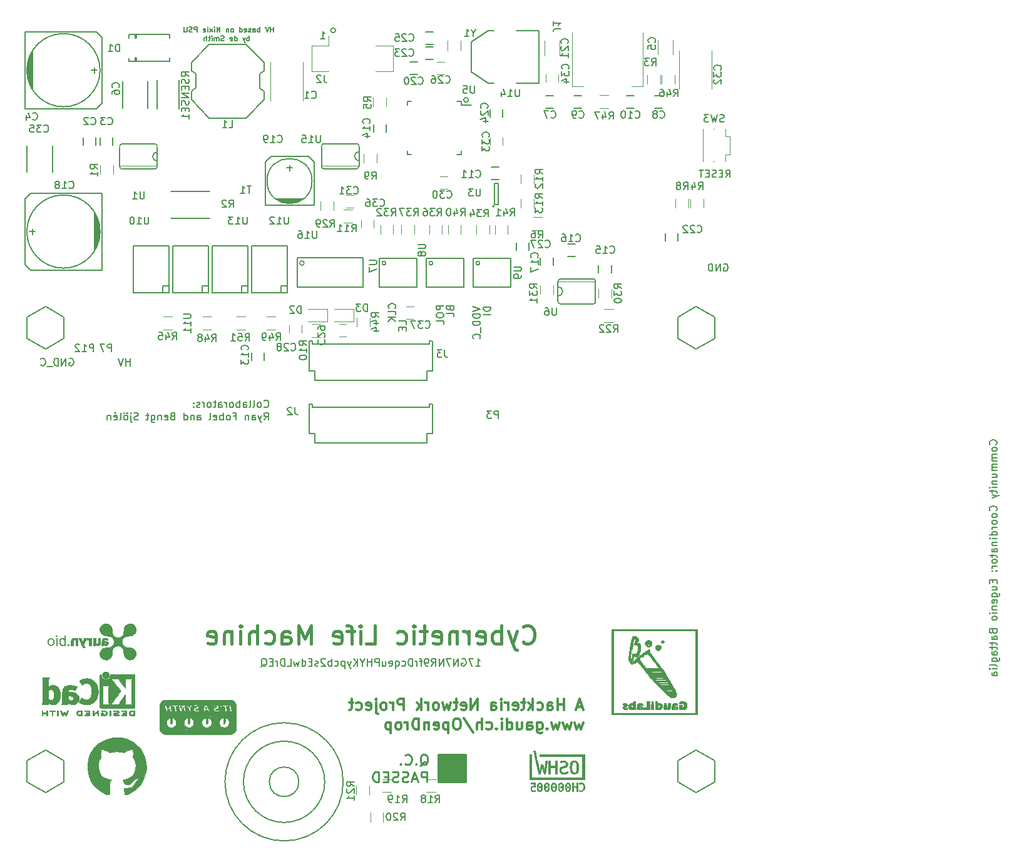
<source format=gbr>
G04 #@! TF.GenerationSoftware,KiCad,Pcbnew,5.0.2-bee76a0~70~ubuntu18.04.1*
G04 #@! TF.CreationDate,2020-04-07T14:55:27+02:00*
G04 #@! TF.ProjectId,OpenDropV4,4f70656e-4472-46f7-9056-342e6b696361,rev?*
G04 #@! TF.SameCoordinates,Original*
G04 #@! TF.FileFunction,Legend,Bot*
G04 #@! TF.FilePolarity,Positive*
%FSLAX46Y46*%
G04 Gerber Fmt 4.6, Leading zero omitted, Abs format (unit mm)*
G04 Created by KiCad (PCBNEW 5.0.2-bee76a0~70~ubuntu18.04.1) date Di 07 Apr 2020 14:55:27 CEST*
%MOMM*%
%LPD*%
G01*
G04 APERTURE LIST*
%ADD10C,0.200000*%
%ADD11C,0.250000*%
%ADD12C,0.150000*%
%ADD13C,0.400000*%
%ADD14C,0.300000*%
%ADD15C,0.120000*%
%ADD16C,0.076200*%
%ADD17C,0.152400*%
%ADD18C,0.010000*%
%ADD19C,0.254000*%
G04 APERTURE END LIST*
D10*
X113803380Y-71115714D02*
X114803380Y-71449047D01*
X113803380Y-71782380D01*
X114803380Y-72115714D02*
X113803380Y-72115714D01*
X113803380Y-72353809D01*
X113851000Y-72496666D01*
X113946238Y-72591904D01*
X114041476Y-72639523D01*
X114231952Y-72687142D01*
X114374809Y-72687142D01*
X114565285Y-72639523D01*
X114660523Y-72591904D01*
X114755761Y-72496666D01*
X114803380Y-72353809D01*
X114803380Y-72115714D01*
X114803380Y-73115714D02*
X113803380Y-73115714D01*
X113803380Y-73353809D01*
X113851000Y-73496666D01*
X113946238Y-73591904D01*
X114041476Y-73639523D01*
X114231952Y-73687142D01*
X114374809Y-73687142D01*
X114565285Y-73639523D01*
X114660523Y-73591904D01*
X114755761Y-73496666D01*
X114803380Y-73353809D01*
X114803380Y-73115714D01*
X114898619Y-73877619D02*
X114898619Y-74639523D01*
X114708142Y-75449047D02*
X114755761Y-75401428D01*
X114803380Y-75258571D01*
X114803380Y-75163333D01*
X114755761Y-75020476D01*
X114660523Y-74925238D01*
X114565285Y-74877619D01*
X114374809Y-74830000D01*
X114231952Y-74830000D01*
X114041476Y-74877619D01*
X113946238Y-74925238D01*
X113851000Y-75020476D01*
X113803380Y-75163333D01*
X113803380Y-75258571D01*
X113851000Y-75401428D01*
X113898619Y-75449047D01*
X103278142Y-71337761D02*
X103325761Y-71290142D01*
X103373380Y-71147285D01*
X103373380Y-71052047D01*
X103325761Y-70909190D01*
X103230523Y-70813952D01*
X103135285Y-70766333D01*
X102944809Y-70718714D01*
X102801952Y-70718714D01*
X102611476Y-70766333D01*
X102516238Y-70813952D01*
X102421000Y-70909190D01*
X102373380Y-71052047D01*
X102373380Y-71147285D01*
X102421000Y-71290142D01*
X102468619Y-71337761D01*
X103373380Y-72242523D02*
X103373380Y-71766333D01*
X102373380Y-71766333D01*
X103373380Y-72575857D02*
X102373380Y-72575857D01*
X103373380Y-73147285D02*
X102801952Y-72718714D01*
X102373380Y-73147285D02*
X102944809Y-72575857D01*
D11*
X106647833Y-133252666D02*
X106781166Y-133186000D01*
X106914500Y-133052666D01*
X107114500Y-132852666D01*
X107247833Y-132786000D01*
X107381166Y-132786000D01*
X107314500Y-133119333D02*
X107447833Y-133052666D01*
X107581166Y-132919333D01*
X107647833Y-132652666D01*
X107647833Y-132186000D01*
X107581166Y-131919333D01*
X107447833Y-131786000D01*
X107314500Y-131719333D01*
X107047833Y-131719333D01*
X106914500Y-131786000D01*
X106781166Y-131919333D01*
X106714500Y-132186000D01*
X106714500Y-132652666D01*
X106781166Y-132919333D01*
X106914500Y-133052666D01*
X107047833Y-133119333D01*
X107314500Y-133119333D01*
X106114500Y-132986000D02*
X106047833Y-133052666D01*
X106114500Y-133119333D01*
X106181166Y-133052666D01*
X106114500Y-132986000D01*
X106114500Y-133119333D01*
X104647833Y-132986000D02*
X104714500Y-133052666D01*
X104914500Y-133119333D01*
X105047833Y-133119333D01*
X105247833Y-133052666D01*
X105381166Y-132919333D01*
X105447833Y-132786000D01*
X105514500Y-132519333D01*
X105514500Y-132319333D01*
X105447833Y-132052666D01*
X105381166Y-131919333D01*
X105247833Y-131786000D01*
X105047833Y-131719333D01*
X104914500Y-131719333D01*
X104714500Y-131786000D01*
X104647833Y-131852666D01*
X104047833Y-132986000D02*
X103981166Y-133052666D01*
X104047833Y-133119333D01*
X104114500Y-133052666D01*
X104047833Y-132986000D01*
X104047833Y-133119333D01*
X107581166Y-135469333D02*
X107581166Y-134069333D01*
X107047833Y-134069333D01*
X106914500Y-134136000D01*
X106847833Y-134202666D01*
X106781166Y-134336000D01*
X106781166Y-134536000D01*
X106847833Y-134669333D01*
X106914500Y-134736000D01*
X107047833Y-134802666D01*
X107581166Y-134802666D01*
X106247833Y-135069333D02*
X105581166Y-135069333D01*
X106381166Y-135469333D02*
X105914500Y-134069333D01*
X105447833Y-135469333D01*
X105047833Y-135402666D02*
X104847833Y-135469333D01*
X104514500Y-135469333D01*
X104381166Y-135402666D01*
X104314500Y-135336000D01*
X104247833Y-135202666D01*
X104247833Y-135069333D01*
X104314500Y-134936000D01*
X104381166Y-134869333D01*
X104514500Y-134802666D01*
X104781166Y-134736000D01*
X104914500Y-134669333D01*
X104981166Y-134602666D01*
X105047833Y-134469333D01*
X105047833Y-134336000D01*
X104981166Y-134202666D01*
X104914500Y-134136000D01*
X104781166Y-134069333D01*
X104447833Y-134069333D01*
X104247833Y-134136000D01*
X103714500Y-135402666D02*
X103514500Y-135469333D01*
X103181166Y-135469333D01*
X103047833Y-135402666D01*
X102981166Y-135336000D01*
X102914500Y-135202666D01*
X102914500Y-135069333D01*
X102981166Y-134936000D01*
X103047833Y-134869333D01*
X103181166Y-134802666D01*
X103447833Y-134736000D01*
X103581166Y-134669333D01*
X103647833Y-134602666D01*
X103714500Y-134469333D01*
X103714500Y-134336000D01*
X103647833Y-134202666D01*
X103581166Y-134136000D01*
X103447833Y-134069333D01*
X103114500Y-134069333D01*
X102914500Y-134136000D01*
X102314500Y-134736000D02*
X101847833Y-134736000D01*
X101647833Y-135469333D02*
X102314500Y-135469333D01*
X102314500Y-134069333D01*
X101647833Y-134069333D01*
X101047833Y-135469333D02*
X101047833Y-134069333D01*
X100714500Y-134069333D01*
X100514500Y-134136000D01*
X100381166Y-134269333D01*
X100314500Y-134402666D01*
X100247833Y-134669333D01*
X100247833Y-134869333D01*
X100314500Y-135136000D01*
X100381166Y-135269333D01*
X100514500Y-135402666D01*
X100714500Y-135469333D01*
X101047833Y-135469333D01*
D12*
X148010380Y-53624380D02*
X148343714Y-53148190D01*
X148581809Y-53624380D02*
X148581809Y-52624380D01*
X148200857Y-52624380D01*
X148105619Y-52672000D01*
X148058000Y-52719619D01*
X148010380Y-52814857D01*
X148010380Y-52957714D01*
X148058000Y-53052952D01*
X148105619Y-53100571D01*
X148200857Y-53148190D01*
X148581809Y-53148190D01*
X147581809Y-53100571D02*
X147248476Y-53100571D01*
X147105619Y-53624380D02*
X147581809Y-53624380D01*
X147581809Y-52624380D01*
X147105619Y-52624380D01*
X146724666Y-53576761D02*
X146581809Y-53624380D01*
X146343714Y-53624380D01*
X146248476Y-53576761D01*
X146200857Y-53529142D01*
X146153238Y-53433904D01*
X146153238Y-53338666D01*
X146200857Y-53243428D01*
X146248476Y-53195809D01*
X146343714Y-53148190D01*
X146534190Y-53100571D01*
X146629428Y-53052952D01*
X146677047Y-53005333D01*
X146724666Y-52910095D01*
X146724666Y-52814857D01*
X146677047Y-52719619D01*
X146629428Y-52672000D01*
X146534190Y-52624380D01*
X146296095Y-52624380D01*
X146153238Y-52672000D01*
X145724666Y-53100571D02*
X145391333Y-53100571D01*
X145248476Y-53624380D02*
X145724666Y-53624380D01*
X145724666Y-52624380D01*
X145248476Y-52624380D01*
X144962761Y-52624380D02*
X144391333Y-52624380D01*
X144677047Y-53624380D02*
X144677047Y-52624380D01*
D10*
X67440285Y-79116380D02*
X67440285Y-78116380D01*
X67440285Y-78592571D02*
X66868857Y-78592571D01*
X66868857Y-79116380D02*
X66868857Y-78116380D01*
X66535523Y-78116380D02*
X66202190Y-79116380D01*
X65868857Y-78116380D01*
X59224857Y-78164000D02*
X59320095Y-78116380D01*
X59462952Y-78116380D01*
X59605809Y-78164000D01*
X59701047Y-78259238D01*
X59748666Y-78354476D01*
X59796285Y-78544952D01*
X59796285Y-78687809D01*
X59748666Y-78878285D01*
X59701047Y-78973523D01*
X59605809Y-79068761D01*
X59462952Y-79116380D01*
X59367714Y-79116380D01*
X59224857Y-79068761D01*
X59177238Y-79021142D01*
X59177238Y-78687809D01*
X59367714Y-78687809D01*
X58748666Y-79116380D02*
X58748666Y-78116380D01*
X58177238Y-79116380D01*
X58177238Y-78116380D01*
X57701047Y-79116380D02*
X57701047Y-78116380D01*
X57462952Y-78116380D01*
X57320095Y-78164000D01*
X57224857Y-78259238D01*
X57177238Y-78354476D01*
X57129619Y-78544952D01*
X57129619Y-78687809D01*
X57177238Y-78878285D01*
X57224857Y-78973523D01*
X57320095Y-79068761D01*
X57462952Y-79116380D01*
X57701047Y-79116380D01*
X56939142Y-79211619D02*
X56177238Y-79211619D01*
X55367714Y-79021142D02*
X55415333Y-79068761D01*
X55558190Y-79116380D01*
X55653428Y-79116380D01*
X55796285Y-79068761D01*
X55891523Y-78973523D01*
X55939142Y-78878285D01*
X55986761Y-78687809D01*
X55986761Y-78544952D01*
X55939142Y-78354476D01*
X55891523Y-78259238D01*
X55796285Y-78164000D01*
X55653428Y-78116380D01*
X55558190Y-78116380D01*
X55415333Y-78164000D01*
X55367714Y-78211619D01*
X104770380Y-73568142D02*
X104770380Y-73091952D01*
X103770380Y-73091952D01*
X104246571Y-73901476D02*
X104246571Y-74234809D01*
X104770380Y-74377666D02*
X104770380Y-73901476D01*
X103770380Y-73901476D01*
X103770380Y-74377666D01*
X109850380Y-70996523D02*
X108850380Y-70996523D01*
X108850380Y-71377476D01*
X108898000Y-71472714D01*
X108945619Y-71520333D01*
X109040857Y-71567952D01*
X109183714Y-71567952D01*
X109278952Y-71520333D01*
X109326571Y-71472714D01*
X109374190Y-71377476D01*
X109374190Y-70996523D01*
X108850380Y-72187000D02*
X108850380Y-72377476D01*
X108898000Y-72472714D01*
X108993238Y-72567952D01*
X109183714Y-72615571D01*
X109517047Y-72615571D01*
X109707523Y-72567952D01*
X109802761Y-72472714D01*
X109850380Y-72377476D01*
X109850380Y-72187000D01*
X109802761Y-72091761D01*
X109707523Y-71996523D01*
X109517047Y-71948904D01*
X109183714Y-71948904D01*
X108993238Y-71996523D01*
X108898000Y-72091761D01*
X108850380Y-72187000D01*
X109850380Y-73520333D02*
X109850380Y-73044142D01*
X108850380Y-73044142D01*
X110723571Y-71345666D02*
X110771190Y-71488523D01*
X110818809Y-71536142D01*
X110914047Y-71583761D01*
X111056904Y-71583761D01*
X111152142Y-71536142D01*
X111199761Y-71488523D01*
X111247380Y-71393285D01*
X111247380Y-71012333D01*
X110247380Y-71012333D01*
X110247380Y-71345666D01*
X110295000Y-71440904D01*
X110342619Y-71488523D01*
X110437857Y-71536142D01*
X110533095Y-71536142D01*
X110628333Y-71488523D01*
X110675952Y-71440904D01*
X110723571Y-71345666D01*
X110723571Y-71012333D01*
X111247380Y-72488523D02*
X111247380Y-72012333D01*
X110247380Y-72012333D01*
X116200380Y-71179000D02*
X115200380Y-71179000D01*
X115200380Y-71417095D01*
X115248000Y-71559952D01*
X115343238Y-71655190D01*
X115438476Y-71702809D01*
X115628952Y-71750428D01*
X115771809Y-71750428D01*
X115962285Y-71702809D01*
X116057523Y-71655190D01*
X116152761Y-71559952D01*
X116200380Y-71417095D01*
X116200380Y-71179000D01*
X116200380Y-72179000D02*
X115200380Y-72179000D01*
X147736904Y-65372000D02*
X147832142Y-65324380D01*
X147975000Y-65324380D01*
X148117857Y-65372000D01*
X148213095Y-65467238D01*
X148260714Y-65562476D01*
X148308333Y-65752952D01*
X148308333Y-65895809D01*
X148260714Y-66086285D01*
X148213095Y-66181523D01*
X148117857Y-66276761D01*
X147975000Y-66324380D01*
X147879761Y-66324380D01*
X147736904Y-66276761D01*
X147689285Y-66229142D01*
X147689285Y-65895809D01*
X147879761Y-65895809D01*
X147260714Y-66324380D02*
X147260714Y-65324380D01*
X146689285Y-66324380D01*
X146689285Y-65324380D01*
X146213095Y-66324380D02*
X146213095Y-65324380D01*
X145975000Y-65324380D01*
X145832142Y-65372000D01*
X145736904Y-65467238D01*
X145689285Y-65562476D01*
X145641666Y-65752952D01*
X145641666Y-65895809D01*
X145689285Y-66086285D01*
X145736904Y-66181523D01*
X145832142Y-66276761D01*
X145975000Y-66324380D01*
X146213095Y-66324380D01*
D12*
X114214285Y-119756380D02*
X114785714Y-119756380D01*
X114500000Y-119756380D02*
X114500000Y-118756380D01*
X114595238Y-118899238D01*
X114690476Y-118994476D01*
X114785714Y-119042095D01*
X113880952Y-118756380D02*
X113214285Y-118756380D01*
X113642857Y-119756380D01*
X112309523Y-118804000D02*
X112404761Y-118756380D01*
X112547619Y-118756380D01*
X112690476Y-118804000D01*
X112785714Y-118899238D01*
X112833333Y-118994476D01*
X112880952Y-119184952D01*
X112880952Y-119327809D01*
X112833333Y-119518285D01*
X112785714Y-119613523D01*
X112690476Y-119708761D01*
X112547619Y-119756380D01*
X112452380Y-119756380D01*
X112309523Y-119708761D01*
X112261904Y-119661142D01*
X112261904Y-119327809D01*
X112452380Y-119327809D01*
X111833333Y-119756380D02*
X111833333Y-118756380D01*
X111261904Y-119756380D01*
X111261904Y-118756380D01*
X110880952Y-118756380D02*
X110214285Y-118756380D01*
X110642857Y-119756380D01*
X109833333Y-119756380D02*
X109833333Y-118756380D01*
X109261904Y-119756380D01*
X109261904Y-118756380D01*
X108214285Y-119756380D02*
X108547619Y-119280190D01*
X108785714Y-119756380D02*
X108785714Y-118756380D01*
X108404761Y-118756380D01*
X108309523Y-118804000D01*
X108261904Y-118851619D01*
X108214285Y-118946857D01*
X108214285Y-119089714D01*
X108261904Y-119184952D01*
X108309523Y-119232571D01*
X108404761Y-119280190D01*
X108785714Y-119280190D01*
X107738095Y-119756380D02*
X107547619Y-119756380D01*
X107452380Y-119708761D01*
X107404761Y-119661142D01*
X107309523Y-119518285D01*
X107261904Y-119327809D01*
X107261904Y-118946857D01*
X107309523Y-118851619D01*
X107357142Y-118804000D01*
X107452380Y-118756380D01*
X107642857Y-118756380D01*
X107738095Y-118804000D01*
X107785714Y-118851619D01*
X107833333Y-118946857D01*
X107833333Y-119184952D01*
X107785714Y-119280190D01*
X107738095Y-119327809D01*
X107642857Y-119375428D01*
X107452380Y-119375428D01*
X107357142Y-119327809D01*
X107309523Y-119280190D01*
X107261904Y-119184952D01*
X106976190Y-119089714D02*
X106595238Y-119089714D01*
X106833333Y-119756380D02*
X106833333Y-118899238D01*
X106785714Y-118804000D01*
X106690476Y-118756380D01*
X106595238Y-118756380D01*
X106261904Y-119756380D02*
X106261904Y-119089714D01*
X106261904Y-119280190D02*
X106214285Y-119184952D01*
X106166666Y-119137333D01*
X106071428Y-119089714D01*
X105976190Y-119089714D01*
X105642857Y-119756380D02*
X105642857Y-118756380D01*
X105404761Y-118756380D01*
X105261904Y-118804000D01*
X105166666Y-118899238D01*
X105119047Y-118994476D01*
X105071428Y-119184952D01*
X105071428Y-119327809D01*
X105119047Y-119518285D01*
X105166666Y-119613523D01*
X105261904Y-119708761D01*
X105404761Y-119756380D01*
X105642857Y-119756380D01*
X104214285Y-119708761D02*
X104309523Y-119756380D01*
X104500000Y-119756380D01*
X104595238Y-119708761D01*
X104642857Y-119661142D01*
X104690476Y-119565904D01*
X104690476Y-119280190D01*
X104642857Y-119184952D01*
X104595238Y-119137333D01*
X104500000Y-119089714D01*
X104309523Y-119089714D01*
X104214285Y-119137333D01*
X103357142Y-119089714D02*
X103357142Y-120089714D01*
X103357142Y-119708761D02*
X103452380Y-119756380D01*
X103642857Y-119756380D01*
X103738095Y-119708761D01*
X103785714Y-119661142D01*
X103833333Y-119565904D01*
X103833333Y-119280190D01*
X103785714Y-119184952D01*
X103738095Y-119137333D01*
X103642857Y-119089714D01*
X103452380Y-119089714D01*
X103357142Y-119137333D01*
X102500000Y-119708761D02*
X102595238Y-119756380D01*
X102785714Y-119756380D01*
X102880952Y-119708761D01*
X102928571Y-119613523D01*
X102928571Y-119232571D01*
X102880952Y-119137333D01*
X102785714Y-119089714D01*
X102595238Y-119089714D01*
X102500000Y-119137333D01*
X102452380Y-119232571D01*
X102452380Y-119327809D01*
X102928571Y-119423047D01*
X101595238Y-119089714D02*
X101595238Y-119756380D01*
X102023809Y-119089714D02*
X102023809Y-119613523D01*
X101976190Y-119708761D01*
X101880952Y-119756380D01*
X101738095Y-119756380D01*
X101642857Y-119708761D01*
X101595238Y-119661142D01*
X101119047Y-119756380D02*
X101119047Y-118756380D01*
X100738095Y-118756380D01*
X100642857Y-118804000D01*
X100595238Y-118851619D01*
X100547619Y-118946857D01*
X100547619Y-119089714D01*
X100595238Y-119184952D01*
X100642857Y-119232571D01*
X100738095Y-119280190D01*
X101119047Y-119280190D01*
X100119047Y-119756380D02*
X100119047Y-118756380D01*
X100119047Y-119232571D02*
X99547619Y-119232571D01*
X99547619Y-119756380D02*
X99547619Y-118756380D01*
X98880952Y-119280190D02*
X98880952Y-119756380D01*
X99214285Y-118756380D02*
X98880952Y-119280190D01*
X98547619Y-118756380D01*
X98214285Y-119756380D02*
X98214285Y-118756380D01*
X97642857Y-119756380D02*
X98071428Y-119184952D01*
X97642857Y-118756380D02*
X98214285Y-119327809D01*
X97309523Y-119089714D02*
X97071428Y-119756380D01*
X96833333Y-119089714D02*
X97071428Y-119756380D01*
X97166666Y-119994476D01*
X97214285Y-120042095D01*
X97309523Y-120089714D01*
X96452380Y-119089714D02*
X96452380Y-120089714D01*
X96452380Y-119137333D02*
X96357142Y-119089714D01*
X96166666Y-119089714D01*
X96071428Y-119137333D01*
X96023809Y-119184952D01*
X95976190Y-119280190D01*
X95976190Y-119565904D01*
X96023809Y-119661142D01*
X96071428Y-119708761D01*
X96166666Y-119756380D01*
X96357142Y-119756380D01*
X96452380Y-119708761D01*
X95119047Y-119708761D02*
X95214285Y-119756380D01*
X95404761Y-119756380D01*
X95500000Y-119708761D01*
X95547619Y-119661142D01*
X95595238Y-119565904D01*
X95595238Y-119280190D01*
X95547619Y-119184952D01*
X95500000Y-119137333D01*
X95404761Y-119089714D01*
X95214285Y-119089714D01*
X95119047Y-119137333D01*
X94690476Y-119756380D02*
X94690476Y-118756380D01*
X94690476Y-119137333D02*
X94595238Y-119089714D01*
X94404761Y-119089714D01*
X94309523Y-119137333D01*
X94261904Y-119184952D01*
X94214285Y-119280190D01*
X94214285Y-119565904D01*
X94261904Y-119661142D01*
X94309523Y-119708761D01*
X94404761Y-119756380D01*
X94595238Y-119756380D01*
X94690476Y-119708761D01*
X93833333Y-118851619D02*
X93785714Y-118804000D01*
X93690476Y-118756380D01*
X93452380Y-118756380D01*
X93357142Y-118804000D01*
X93309523Y-118851619D01*
X93261904Y-118946857D01*
X93261904Y-119042095D01*
X93309523Y-119184952D01*
X93880952Y-119756380D01*
X93261904Y-119756380D01*
X92880952Y-119708761D02*
X92785714Y-119756380D01*
X92595238Y-119756380D01*
X92500000Y-119708761D01*
X92452380Y-119613523D01*
X92452380Y-119565904D01*
X92500000Y-119470666D01*
X92595238Y-119423047D01*
X92738095Y-119423047D01*
X92833333Y-119375428D01*
X92880952Y-119280190D01*
X92880952Y-119232571D01*
X92833333Y-119137333D01*
X92738095Y-119089714D01*
X92595238Y-119089714D01*
X92500000Y-119137333D01*
X92023809Y-119232571D02*
X91690476Y-119232571D01*
X91547619Y-119756380D02*
X92023809Y-119756380D01*
X92023809Y-118756380D01*
X91547619Y-118756380D01*
X90690476Y-119756380D02*
X90690476Y-118756380D01*
X90690476Y-119708761D02*
X90785714Y-119756380D01*
X90976190Y-119756380D01*
X91071428Y-119708761D01*
X91119047Y-119661142D01*
X91166666Y-119565904D01*
X91166666Y-119280190D01*
X91119047Y-119184952D01*
X91071428Y-119137333D01*
X90976190Y-119089714D01*
X90785714Y-119089714D01*
X90690476Y-119137333D01*
X90309523Y-119089714D02*
X90119047Y-119756380D01*
X89928571Y-119280190D01*
X89738095Y-119756380D01*
X89547619Y-119089714D01*
X88690476Y-119756380D02*
X89166666Y-119756380D01*
X89166666Y-118756380D01*
X88357142Y-119756380D02*
X88357142Y-118756380D01*
X88119047Y-118756380D01*
X87976190Y-118804000D01*
X87880952Y-118899238D01*
X87833333Y-118994476D01*
X87785714Y-119184952D01*
X87785714Y-119327809D01*
X87833333Y-119518285D01*
X87880952Y-119613523D01*
X87976190Y-119708761D01*
X88119047Y-119756380D01*
X88357142Y-119756380D01*
X87357142Y-119756380D02*
X87357142Y-119089714D01*
X87357142Y-119280190D02*
X87309523Y-119184952D01*
X87261904Y-119137333D01*
X87166666Y-119089714D01*
X87071428Y-119089714D01*
X86738095Y-119232571D02*
X86404761Y-119232571D01*
X86261904Y-119756380D02*
X86738095Y-119756380D01*
X86738095Y-118756380D01*
X86261904Y-118756380D01*
X85166666Y-119851619D02*
X85261904Y-119804000D01*
X85357142Y-119708761D01*
X85500000Y-119565904D01*
X85595238Y-119518285D01*
X85690476Y-119518285D01*
X85642857Y-119756380D02*
X85738095Y-119708761D01*
X85833333Y-119613523D01*
X85880952Y-119423047D01*
X85880952Y-119089714D01*
X85833333Y-118899238D01*
X85738095Y-118804000D01*
X85642857Y-118756380D01*
X85452380Y-118756380D01*
X85357142Y-118804000D01*
X85261904Y-118899238D01*
X85214285Y-119089714D01*
X85214285Y-119423047D01*
X85261904Y-119613523D01*
X85357142Y-119708761D01*
X85452380Y-119756380D01*
X85642857Y-119756380D01*
D13*
X120595238Y-116513857D02*
X120714285Y-116632904D01*
X121071428Y-116751952D01*
X121309523Y-116751952D01*
X121666666Y-116632904D01*
X121904761Y-116394809D01*
X122023809Y-116156714D01*
X122142857Y-115680523D01*
X122142857Y-115323380D01*
X122023809Y-114847190D01*
X121904761Y-114609095D01*
X121666666Y-114371000D01*
X121309523Y-114251952D01*
X121071428Y-114251952D01*
X120714285Y-114371000D01*
X120595238Y-114490047D01*
X119761904Y-115085285D02*
X119166666Y-116751952D01*
X118571428Y-115085285D02*
X119166666Y-116751952D01*
X119404761Y-117347190D01*
X119523809Y-117466238D01*
X119761904Y-117585285D01*
X117619047Y-116751952D02*
X117619047Y-114251952D01*
X117619047Y-115204333D02*
X117380952Y-115085285D01*
X116904761Y-115085285D01*
X116666666Y-115204333D01*
X116547619Y-115323380D01*
X116428571Y-115561476D01*
X116428571Y-116275761D01*
X116547619Y-116513857D01*
X116666666Y-116632904D01*
X116904761Y-116751952D01*
X117380952Y-116751952D01*
X117619047Y-116632904D01*
X114404761Y-116632904D02*
X114642857Y-116751952D01*
X115119047Y-116751952D01*
X115357142Y-116632904D01*
X115476190Y-116394809D01*
X115476190Y-115442428D01*
X115357142Y-115204333D01*
X115119047Y-115085285D01*
X114642857Y-115085285D01*
X114404761Y-115204333D01*
X114285714Y-115442428D01*
X114285714Y-115680523D01*
X115476190Y-115918619D01*
X113214285Y-116751952D02*
X113214285Y-115085285D01*
X113214285Y-115561476D02*
X113095238Y-115323380D01*
X112976190Y-115204333D01*
X112738095Y-115085285D01*
X112500000Y-115085285D01*
X111666666Y-115085285D02*
X111666666Y-116751952D01*
X111666666Y-115323380D02*
X111547619Y-115204333D01*
X111309523Y-115085285D01*
X110952380Y-115085285D01*
X110714285Y-115204333D01*
X110595238Y-115442428D01*
X110595238Y-116751952D01*
X108452380Y-116632904D02*
X108690476Y-116751952D01*
X109166666Y-116751952D01*
X109404761Y-116632904D01*
X109523809Y-116394809D01*
X109523809Y-115442428D01*
X109404761Y-115204333D01*
X109166666Y-115085285D01*
X108690476Y-115085285D01*
X108452380Y-115204333D01*
X108333333Y-115442428D01*
X108333333Y-115680523D01*
X109523809Y-115918619D01*
X107619047Y-115085285D02*
X106666666Y-115085285D01*
X107261904Y-114251952D02*
X107261904Y-116394809D01*
X107142857Y-116632904D01*
X106904761Y-116751952D01*
X106666666Y-116751952D01*
X105833333Y-116751952D02*
X105833333Y-115085285D01*
X105833333Y-114251952D02*
X105952380Y-114371000D01*
X105833333Y-114490047D01*
X105714285Y-114371000D01*
X105833333Y-114251952D01*
X105833333Y-114490047D01*
X103571428Y-116632904D02*
X103809523Y-116751952D01*
X104285714Y-116751952D01*
X104523809Y-116632904D01*
X104642857Y-116513857D01*
X104761904Y-116275761D01*
X104761904Y-115561476D01*
X104642857Y-115323380D01*
X104523809Y-115204333D01*
X104285714Y-115085285D01*
X103809523Y-115085285D01*
X103571428Y-115204333D01*
X99404761Y-116751952D02*
X100595238Y-116751952D01*
X100595238Y-114251952D01*
X98571428Y-116751952D02*
X98571428Y-115085285D01*
X98571428Y-114251952D02*
X98690476Y-114371000D01*
X98571428Y-114490047D01*
X98452380Y-114371000D01*
X98571428Y-114251952D01*
X98571428Y-114490047D01*
X97738095Y-115085285D02*
X96785714Y-115085285D01*
X97380952Y-116751952D02*
X97380952Y-114609095D01*
X97261904Y-114371000D01*
X97023809Y-114251952D01*
X96785714Y-114251952D01*
X95000000Y-116632904D02*
X95238095Y-116751952D01*
X95714285Y-116751952D01*
X95952380Y-116632904D01*
X96071428Y-116394809D01*
X96071428Y-115442428D01*
X95952380Y-115204333D01*
X95714285Y-115085285D01*
X95238095Y-115085285D01*
X95000000Y-115204333D01*
X94880952Y-115442428D01*
X94880952Y-115680523D01*
X96071428Y-115918619D01*
X91904761Y-116751952D02*
X91904761Y-114251952D01*
X91071428Y-116037666D01*
X90238095Y-114251952D01*
X90238095Y-116751952D01*
X87976190Y-116751952D02*
X87976190Y-115442428D01*
X88095238Y-115204333D01*
X88333333Y-115085285D01*
X88809523Y-115085285D01*
X89047619Y-115204333D01*
X87976190Y-116632904D02*
X88214285Y-116751952D01*
X88809523Y-116751952D01*
X89047619Y-116632904D01*
X89166666Y-116394809D01*
X89166666Y-116156714D01*
X89047619Y-115918619D01*
X88809523Y-115799571D01*
X88214285Y-115799571D01*
X87976190Y-115680523D01*
X85714285Y-116632904D02*
X85952380Y-116751952D01*
X86428571Y-116751952D01*
X86666666Y-116632904D01*
X86785714Y-116513857D01*
X86904761Y-116275761D01*
X86904761Y-115561476D01*
X86785714Y-115323380D01*
X86666666Y-115204333D01*
X86428571Y-115085285D01*
X85952380Y-115085285D01*
X85714285Y-115204333D01*
X84642857Y-116751952D02*
X84642857Y-114251952D01*
X83571428Y-116751952D02*
X83571428Y-115442428D01*
X83690476Y-115204333D01*
X83928571Y-115085285D01*
X84285714Y-115085285D01*
X84523809Y-115204333D01*
X84642857Y-115323380D01*
X82380952Y-116751952D02*
X82380952Y-115085285D01*
X82380952Y-114251952D02*
X82500000Y-114371000D01*
X82380952Y-114490047D01*
X82261904Y-114371000D01*
X82380952Y-114251952D01*
X82380952Y-114490047D01*
X81190476Y-115085285D02*
X81190476Y-116751952D01*
X81190476Y-115323380D02*
X81071428Y-115204333D01*
X80833333Y-115085285D01*
X80476190Y-115085285D01*
X80238095Y-115204333D01*
X80119047Y-115442428D01*
X80119047Y-116751952D01*
X77976190Y-116632904D02*
X78214285Y-116751952D01*
X78690476Y-116751952D01*
X78928571Y-116632904D01*
X79047619Y-116394809D01*
X79047619Y-115442428D01*
X78928571Y-115204333D01*
X78690476Y-115085285D01*
X78214285Y-115085285D01*
X77976190Y-115204333D01*
X77857142Y-115442428D01*
X77857142Y-115680523D01*
X79047619Y-115918619D01*
D12*
X184583542Y-89797466D02*
X184631161Y-89749847D01*
X184678780Y-89606990D01*
X184678780Y-89511752D01*
X184631161Y-89368895D01*
X184535923Y-89273657D01*
X184440685Y-89226038D01*
X184250209Y-89178419D01*
X184107352Y-89178419D01*
X183916876Y-89226038D01*
X183821638Y-89273657D01*
X183726400Y-89368895D01*
X183678780Y-89511752D01*
X183678780Y-89606990D01*
X183726400Y-89749847D01*
X183774019Y-89797466D01*
X184678780Y-90368895D02*
X184631161Y-90273657D01*
X184583542Y-90226038D01*
X184488304Y-90178419D01*
X184202590Y-90178419D01*
X184107352Y-90226038D01*
X184059733Y-90273657D01*
X184012114Y-90368895D01*
X184012114Y-90511752D01*
X184059733Y-90606990D01*
X184107352Y-90654609D01*
X184202590Y-90702228D01*
X184488304Y-90702228D01*
X184583542Y-90654609D01*
X184631161Y-90606990D01*
X184678780Y-90511752D01*
X184678780Y-90368895D01*
X184678780Y-91130800D02*
X184012114Y-91130800D01*
X184107352Y-91130800D02*
X184059733Y-91178419D01*
X184012114Y-91273657D01*
X184012114Y-91416514D01*
X184059733Y-91511752D01*
X184154971Y-91559371D01*
X184678780Y-91559371D01*
X184154971Y-91559371D02*
X184059733Y-91606990D01*
X184012114Y-91702228D01*
X184012114Y-91845085D01*
X184059733Y-91940323D01*
X184154971Y-91987942D01*
X184678780Y-91987942D01*
X184678780Y-92464133D02*
X184012114Y-92464133D01*
X184107352Y-92464133D02*
X184059733Y-92511752D01*
X184012114Y-92606990D01*
X184012114Y-92749847D01*
X184059733Y-92845085D01*
X184154971Y-92892704D01*
X184678780Y-92892704D01*
X184154971Y-92892704D02*
X184059733Y-92940323D01*
X184012114Y-93035561D01*
X184012114Y-93178419D01*
X184059733Y-93273657D01*
X184154971Y-93321276D01*
X184678780Y-93321276D01*
X184012114Y-94226038D02*
X184678780Y-94226038D01*
X184012114Y-93797466D02*
X184535923Y-93797466D01*
X184631161Y-93845085D01*
X184678780Y-93940323D01*
X184678780Y-94083180D01*
X184631161Y-94178419D01*
X184583542Y-94226038D01*
X184012114Y-94702228D02*
X184678780Y-94702228D01*
X184107352Y-94702228D02*
X184059733Y-94749847D01*
X184012114Y-94845085D01*
X184012114Y-94987942D01*
X184059733Y-95083180D01*
X184154971Y-95130799D01*
X184678780Y-95130799D01*
X184678780Y-95606990D02*
X184012114Y-95606990D01*
X183678780Y-95606990D02*
X183726400Y-95559371D01*
X183774019Y-95606990D01*
X183726400Y-95654609D01*
X183678780Y-95606990D01*
X183774019Y-95606990D01*
X184012114Y-95940323D02*
X184012114Y-96321276D01*
X183678780Y-96083180D02*
X184535923Y-96083180D01*
X184631161Y-96130799D01*
X184678780Y-96226038D01*
X184678780Y-96321276D01*
X184012114Y-96559371D02*
X184678780Y-96797466D01*
X184012114Y-97035561D02*
X184678780Y-96797466D01*
X184916876Y-96702228D01*
X184964495Y-96654609D01*
X185012114Y-96559371D01*
X184583542Y-98749847D02*
X184631161Y-98702228D01*
X184678780Y-98559371D01*
X184678780Y-98464133D01*
X184631161Y-98321276D01*
X184535923Y-98226038D01*
X184440685Y-98178419D01*
X184250209Y-98130799D01*
X184107352Y-98130799D01*
X183916876Y-98178419D01*
X183821638Y-98226038D01*
X183726400Y-98321276D01*
X183678780Y-98464133D01*
X183678780Y-98559371D01*
X183726400Y-98702228D01*
X183774019Y-98749847D01*
X184678780Y-99321276D02*
X184631161Y-99226038D01*
X184583542Y-99178419D01*
X184488304Y-99130799D01*
X184202590Y-99130799D01*
X184107352Y-99178419D01*
X184059733Y-99226038D01*
X184012114Y-99321276D01*
X184012114Y-99464133D01*
X184059733Y-99559371D01*
X184107352Y-99606990D01*
X184202590Y-99654609D01*
X184488304Y-99654609D01*
X184583542Y-99606990D01*
X184631161Y-99559371D01*
X184678780Y-99464133D01*
X184678780Y-99321276D01*
X184678780Y-100226038D02*
X184631161Y-100130799D01*
X184583542Y-100083180D01*
X184488304Y-100035561D01*
X184202590Y-100035561D01*
X184107352Y-100083180D01*
X184059733Y-100130799D01*
X184012114Y-100226038D01*
X184012114Y-100368895D01*
X184059733Y-100464133D01*
X184107352Y-100511752D01*
X184202590Y-100559371D01*
X184488304Y-100559371D01*
X184583542Y-100511752D01*
X184631161Y-100464133D01*
X184678780Y-100368895D01*
X184678780Y-100226038D01*
X184678780Y-100987942D02*
X184012114Y-100987942D01*
X184202590Y-100987942D02*
X184107352Y-101035561D01*
X184059733Y-101083180D01*
X184012114Y-101178419D01*
X184012114Y-101273657D01*
X184678780Y-102035561D02*
X183678780Y-102035561D01*
X184631161Y-102035561D02*
X184678780Y-101940323D01*
X184678780Y-101749847D01*
X184631161Y-101654609D01*
X184583542Y-101606990D01*
X184488304Y-101559371D01*
X184202590Y-101559371D01*
X184107352Y-101606990D01*
X184059733Y-101654609D01*
X184012114Y-101749847D01*
X184012114Y-101940323D01*
X184059733Y-102035561D01*
X184678780Y-102511752D02*
X184012114Y-102511752D01*
X183678780Y-102511752D02*
X183726400Y-102464133D01*
X183774019Y-102511752D01*
X183726400Y-102559371D01*
X183678780Y-102511752D01*
X183774019Y-102511752D01*
X184012114Y-102987942D02*
X184678780Y-102987942D01*
X184107352Y-102987942D02*
X184059733Y-103035561D01*
X184012114Y-103130799D01*
X184012114Y-103273657D01*
X184059733Y-103368895D01*
X184154971Y-103416514D01*
X184678780Y-103416514D01*
X184678780Y-104321276D02*
X184154971Y-104321276D01*
X184059733Y-104273657D01*
X184012114Y-104178419D01*
X184012114Y-103987942D01*
X184059733Y-103892704D01*
X184631161Y-104321276D02*
X184678780Y-104226038D01*
X184678780Y-103987942D01*
X184631161Y-103892704D01*
X184535923Y-103845085D01*
X184440685Y-103845085D01*
X184345447Y-103892704D01*
X184297828Y-103987942D01*
X184297828Y-104226038D01*
X184250209Y-104321276D01*
X184012114Y-104654609D02*
X184012114Y-105035561D01*
X183678780Y-104797466D02*
X184535923Y-104797466D01*
X184631161Y-104845085D01*
X184678780Y-104940323D01*
X184678780Y-105035561D01*
X184678780Y-105511752D02*
X184631161Y-105416514D01*
X184583542Y-105368895D01*
X184488304Y-105321276D01*
X184202590Y-105321276D01*
X184107352Y-105368895D01*
X184059733Y-105416514D01*
X184012114Y-105511752D01*
X184012114Y-105654609D01*
X184059733Y-105749847D01*
X184107352Y-105797466D01*
X184202590Y-105845085D01*
X184488304Y-105845085D01*
X184583542Y-105797466D01*
X184631161Y-105749847D01*
X184678780Y-105654609D01*
X184678780Y-105511752D01*
X184678780Y-106273657D02*
X184012114Y-106273657D01*
X184202590Y-106273657D02*
X184107352Y-106321276D01*
X184059733Y-106368895D01*
X184012114Y-106464133D01*
X184012114Y-106559371D01*
X184583542Y-106892704D02*
X184631161Y-106940323D01*
X184678780Y-106892704D01*
X184631161Y-106845085D01*
X184583542Y-106892704D01*
X184678780Y-106892704D01*
X184059733Y-106892704D02*
X184107352Y-106940323D01*
X184154971Y-106892704D01*
X184107352Y-106845085D01*
X184059733Y-106892704D01*
X184154971Y-106892704D01*
X184154971Y-108130799D02*
X184154971Y-108464133D01*
X184678780Y-108606990D02*
X184678780Y-108130799D01*
X183678780Y-108130799D01*
X183678780Y-108606990D01*
X184012114Y-109464133D02*
X184678780Y-109464133D01*
X184012114Y-109035561D02*
X184535923Y-109035561D01*
X184631161Y-109083180D01*
X184678780Y-109178419D01*
X184678780Y-109321276D01*
X184631161Y-109416514D01*
X184583542Y-109464133D01*
X184012114Y-110368895D02*
X184821638Y-110368895D01*
X184916876Y-110321276D01*
X184964495Y-110273657D01*
X185012114Y-110178419D01*
X185012114Y-110035561D01*
X184964495Y-109940323D01*
X184631161Y-110368895D02*
X184678780Y-110273657D01*
X184678780Y-110083180D01*
X184631161Y-109987942D01*
X184583542Y-109940323D01*
X184488304Y-109892704D01*
X184202590Y-109892704D01*
X184107352Y-109940323D01*
X184059733Y-109987942D01*
X184012114Y-110083180D01*
X184012114Y-110273657D01*
X184059733Y-110368895D01*
X184631161Y-111226038D02*
X184678780Y-111130799D01*
X184678780Y-110940323D01*
X184631161Y-110845085D01*
X184535923Y-110797466D01*
X184154971Y-110797466D01*
X184059733Y-110845085D01*
X184012114Y-110940323D01*
X184012114Y-111130799D01*
X184059733Y-111226038D01*
X184154971Y-111273657D01*
X184250209Y-111273657D01*
X184345447Y-110797466D01*
X184012114Y-111702228D02*
X184678780Y-111702228D01*
X184107352Y-111702228D02*
X184059733Y-111749847D01*
X184012114Y-111845085D01*
X184012114Y-111987942D01*
X184059733Y-112083180D01*
X184154971Y-112130799D01*
X184678780Y-112130799D01*
X184678780Y-112606990D02*
X184012114Y-112606990D01*
X183678780Y-112606990D02*
X183726400Y-112559371D01*
X183774019Y-112606990D01*
X183726400Y-112654609D01*
X183678780Y-112606990D01*
X183774019Y-112606990D01*
X184678780Y-113226038D02*
X184631161Y-113130799D01*
X184583542Y-113083180D01*
X184488304Y-113035561D01*
X184202590Y-113035561D01*
X184107352Y-113083180D01*
X184059733Y-113130799D01*
X184012114Y-113226038D01*
X184012114Y-113368895D01*
X184059733Y-113464133D01*
X184107352Y-113511752D01*
X184202590Y-113559371D01*
X184488304Y-113559371D01*
X184583542Y-113511752D01*
X184631161Y-113464133D01*
X184678780Y-113368895D01*
X184678780Y-113226038D01*
X184154971Y-115083180D02*
X184202590Y-115226038D01*
X184250209Y-115273657D01*
X184345447Y-115321276D01*
X184488304Y-115321276D01*
X184583542Y-115273657D01*
X184631161Y-115226038D01*
X184678780Y-115130799D01*
X184678780Y-114749847D01*
X183678780Y-114749847D01*
X183678780Y-115083180D01*
X183726400Y-115178419D01*
X183774019Y-115226038D01*
X183869257Y-115273657D01*
X183964495Y-115273657D01*
X184059733Y-115226038D01*
X184107352Y-115178419D01*
X184154971Y-115083180D01*
X184154971Y-114749847D01*
X184678780Y-116178419D02*
X184154971Y-116178419D01*
X184059733Y-116130799D01*
X184012114Y-116035561D01*
X184012114Y-115845085D01*
X184059733Y-115749847D01*
X184631161Y-116178419D02*
X184678780Y-116083180D01*
X184678780Y-115845085D01*
X184631161Y-115749847D01*
X184535923Y-115702228D01*
X184440685Y-115702228D01*
X184345447Y-115749847D01*
X184297828Y-115845085D01*
X184297828Y-116083180D01*
X184250209Y-116178419D01*
X184012114Y-116511752D02*
X184012114Y-116892704D01*
X183678780Y-116654609D02*
X184535923Y-116654609D01*
X184631161Y-116702228D01*
X184678780Y-116797466D01*
X184678780Y-116892704D01*
X184012114Y-117083180D02*
X184012114Y-117464133D01*
X183678780Y-117226038D02*
X184535923Y-117226038D01*
X184631161Y-117273657D01*
X184678780Y-117368895D01*
X184678780Y-117464133D01*
X184678780Y-118226038D02*
X184154971Y-118226038D01*
X184059733Y-118178419D01*
X184012114Y-118083180D01*
X184012114Y-117892704D01*
X184059733Y-117797466D01*
X184631161Y-118226038D02*
X184678780Y-118130799D01*
X184678780Y-117892704D01*
X184631161Y-117797466D01*
X184535923Y-117749847D01*
X184440685Y-117749847D01*
X184345447Y-117797466D01*
X184297828Y-117892704D01*
X184297828Y-118130799D01*
X184250209Y-118226038D01*
X184012114Y-119130799D02*
X184821638Y-119130799D01*
X184916876Y-119083180D01*
X184964495Y-119035561D01*
X185012114Y-118940323D01*
X185012114Y-118797466D01*
X184964495Y-118702228D01*
X184631161Y-119130799D02*
X184678780Y-119035561D01*
X184678780Y-118845085D01*
X184631161Y-118749847D01*
X184583542Y-118702228D01*
X184488304Y-118654609D01*
X184202590Y-118654609D01*
X184107352Y-118702228D01*
X184059733Y-118749847D01*
X184012114Y-118845085D01*
X184012114Y-119035561D01*
X184059733Y-119130799D01*
X184678780Y-119749847D02*
X184631161Y-119654609D01*
X184535923Y-119606990D01*
X183678780Y-119606990D01*
X184678780Y-120130799D02*
X184012114Y-120130799D01*
X183678780Y-120130799D02*
X183726400Y-120083180D01*
X183774019Y-120130799D01*
X183726400Y-120178419D01*
X183678780Y-120130799D01*
X183774019Y-120130799D01*
X184678780Y-121035561D02*
X184154971Y-121035561D01*
X184059733Y-120987942D01*
X184012114Y-120892704D01*
X184012114Y-120702228D01*
X184059733Y-120606990D01*
X184631161Y-121035561D02*
X184678780Y-120940323D01*
X184678780Y-120702228D01*
X184631161Y-120606990D01*
X184535923Y-120559371D01*
X184440685Y-120559371D01*
X184345447Y-120606990D01*
X184297828Y-120702228D01*
X184297828Y-120940323D01*
X184250209Y-121035561D01*
D10*
X85547676Y-84673542D02*
X85595295Y-84721161D01*
X85738152Y-84768780D01*
X85833390Y-84768780D01*
X85976247Y-84721161D01*
X86071485Y-84625923D01*
X86119104Y-84530685D01*
X86166723Y-84340209D01*
X86166723Y-84197352D01*
X86119104Y-84006876D01*
X86071485Y-83911638D01*
X85976247Y-83816400D01*
X85833390Y-83768780D01*
X85738152Y-83768780D01*
X85595295Y-83816400D01*
X85547676Y-83864019D01*
X84976247Y-84768780D02*
X85071485Y-84721161D01*
X85119104Y-84673542D01*
X85166723Y-84578304D01*
X85166723Y-84292590D01*
X85119104Y-84197352D01*
X85071485Y-84149733D01*
X84976247Y-84102114D01*
X84833390Y-84102114D01*
X84738152Y-84149733D01*
X84690533Y-84197352D01*
X84642914Y-84292590D01*
X84642914Y-84578304D01*
X84690533Y-84673542D01*
X84738152Y-84721161D01*
X84833390Y-84768780D01*
X84976247Y-84768780D01*
X84071485Y-84768780D02*
X84166723Y-84721161D01*
X84214342Y-84625923D01*
X84214342Y-83768780D01*
X83547676Y-84768780D02*
X83642914Y-84721161D01*
X83690533Y-84625923D01*
X83690533Y-83768780D01*
X82738152Y-84768780D02*
X82738152Y-84244971D01*
X82785771Y-84149733D01*
X82881009Y-84102114D01*
X83071485Y-84102114D01*
X83166723Y-84149733D01*
X82738152Y-84721161D02*
X82833390Y-84768780D01*
X83071485Y-84768780D01*
X83166723Y-84721161D01*
X83214342Y-84625923D01*
X83214342Y-84530685D01*
X83166723Y-84435447D01*
X83071485Y-84387828D01*
X82833390Y-84387828D01*
X82738152Y-84340209D01*
X82261961Y-84768780D02*
X82261961Y-83768780D01*
X82261961Y-84149733D02*
X82166723Y-84102114D01*
X81976247Y-84102114D01*
X81881009Y-84149733D01*
X81833390Y-84197352D01*
X81785771Y-84292590D01*
X81785771Y-84578304D01*
X81833390Y-84673542D01*
X81881009Y-84721161D01*
X81976247Y-84768780D01*
X82166723Y-84768780D01*
X82261961Y-84721161D01*
X81214342Y-84768780D02*
X81309580Y-84721161D01*
X81357200Y-84673542D01*
X81404819Y-84578304D01*
X81404819Y-84292590D01*
X81357200Y-84197352D01*
X81309580Y-84149733D01*
X81214342Y-84102114D01*
X81071485Y-84102114D01*
X80976247Y-84149733D01*
X80928628Y-84197352D01*
X80881009Y-84292590D01*
X80881009Y-84578304D01*
X80928628Y-84673542D01*
X80976247Y-84721161D01*
X81071485Y-84768780D01*
X81214342Y-84768780D01*
X80452438Y-84768780D02*
X80452438Y-84102114D01*
X80452438Y-84292590D02*
X80404819Y-84197352D01*
X80357200Y-84149733D01*
X80261961Y-84102114D01*
X80166723Y-84102114D01*
X79404819Y-84768780D02*
X79404819Y-84244971D01*
X79452438Y-84149733D01*
X79547676Y-84102114D01*
X79738152Y-84102114D01*
X79833390Y-84149733D01*
X79404819Y-84721161D02*
X79500057Y-84768780D01*
X79738152Y-84768780D01*
X79833390Y-84721161D01*
X79881009Y-84625923D01*
X79881009Y-84530685D01*
X79833390Y-84435447D01*
X79738152Y-84387828D01*
X79500057Y-84387828D01*
X79404819Y-84340209D01*
X79071485Y-84102114D02*
X78690533Y-84102114D01*
X78928628Y-83768780D02*
X78928628Y-84625923D01*
X78881009Y-84721161D01*
X78785771Y-84768780D01*
X78690533Y-84768780D01*
X78214342Y-84768780D02*
X78309580Y-84721161D01*
X78357200Y-84673542D01*
X78404819Y-84578304D01*
X78404819Y-84292590D01*
X78357200Y-84197352D01*
X78309580Y-84149733D01*
X78214342Y-84102114D01*
X78071485Y-84102114D01*
X77976247Y-84149733D01*
X77928628Y-84197352D01*
X77881009Y-84292590D01*
X77881009Y-84578304D01*
X77928628Y-84673542D01*
X77976247Y-84721161D01*
X78071485Y-84768780D01*
X78214342Y-84768780D01*
X77452438Y-84768780D02*
X77452438Y-84102114D01*
X77452438Y-84292590D02*
X77404819Y-84197352D01*
X77357200Y-84149733D01*
X77261961Y-84102114D01*
X77166723Y-84102114D01*
X76881009Y-84721161D02*
X76785771Y-84768780D01*
X76595295Y-84768780D01*
X76500057Y-84721161D01*
X76452438Y-84625923D01*
X76452438Y-84578304D01*
X76500057Y-84483066D01*
X76595295Y-84435447D01*
X76738152Y-84435447D01*
X76833390Y-84387828D01*
X76881009Y-84292590D01*
X76881009Y-84244971D01*
X76833390Y-84149733D01*
X76738152Y-84102114D01*
X76595295Y-84102114D01*
X76500057Y-84149733D01*
X76023866Y-84673542D02*
X75976247Y-84721161D01*
X76023866Y-84768780D01*
X76071485Y-84721161D01*
X76023866Y-84673542D01*
X76023866Y-84768780D01*
X76023866Y-84149733D02*
X75976247Y-84197352D01*
X76023866Y-84244971D01*
X76071485Y-84197352D01*
X76023866Y-84149733D01*
X76023866Y-84244971D01*
X85547676Y-86468780D02*
X85881009Y-85992590D01*
X86119104Y-86468780D02*
X86119104Y-85468780D01*
X85738152Y-85468780D01*
X85642914Y-85516400D01*
X85595295Y-85564019D01*
X85547676Y-85659257D01*
X85547676Y-85802114D01*
X85595295Y-85897352D01*
X85642914Y-85944971D01*
X85738152Y-85992590D01*
X86119104Y-85992590D01*
X85214342Y-85802114D02*
X84976247Y-86468780D01*
X84738152Y-85802114D02*
X84976247Y-86468780D01*
X85071485Y-86706876D01*
X85119104Y-86754495D01*
X85214342Y-86802114D01*
X83928628Y-86468780D02*
X83928628Y-85944971D01*
X83976247Y-85849733D01*
X84071485Y-85802114D01*
X84261961Y-85802114D01*
X84357200Y-85849733D01*
X83928628Y-86421161D02*
X84023866Y-86468780D01*
X84261961Y-86468780D01*
X84357200Y-86421161D01*
X84404819Y-86325923D01*
X84404819Y-86230685D01*
X84357200Y-86135447D01*
X84261961Y-86087828D01*
X84023866Y-86087828D01*
X83928628Y-86040209D01*
X83452438Y-85802114D02*
X83452438Y-86468780D01*
X83452438Y-85897352D02*
X83404819Y-85849733D01*
X83309580Y-85802114D01*
X83166723Y-85802114D01*
X83071485Y-85849733D01*
X83023866Y-85944971D01*
X83023866Y-86468780D01*
X81452438Y-85944971D02*
X81785771Y-85944971D01*
X81785771Y-86468780D02*
X81785771Y-85468780D01*
X81309580Y-85468780D01*
X80785771Y-86468780D02*
X80881009Y-86421161D01*
X80928628Y-86373542D01*
X80976247Y-86278304D01*
X80976247Y-85992590D01*
X80928628Y-85897352D01*
X80881009Y-85849733D01*
X80785771Y-85802114D01*
X80642914Y-85802114D01*
X80547676Y-85849733D01*
X80500057Y-85897352D01*
X80452438Y-85992590D01*
X80452438Y-86278304D01*
X80500057Y-86373542D01*
X80547676Y-86421161D01*
X80642914Y-86468780D01*
X80785771Y-86468780D01*
X80023866Y-86468780D02*
X80023866Y-85468780D01*
X80023866Y-85849733D02*
X79928628Y-85802114D01*
X79738152Y-85802114D01*
X79642914Y-85849733D01*
X79595295Y-85897352D01*
X79547676Y-85992590D01*
X79547676Y-86278304D01*
X79595295Y-86373542D01*
X79642914Y-86421161D01*
X79738152Y-86468780D01*
X79928628Y-86468780D01*
X80023866Y-86421161D01*
X78738152Y-86421161D02*
X78833390Y-86468780D01*
X79023866Y-86468780D01*
X79119104Y-86421161D01*
X79166723Y-86325923D01*
X79166723Y-85944971D01*
X79119104Y-85849733D01*
X79023866Y-85802114D01*
X78833390Y-85802114D01*
X78738152Y-85849733D01*
X78690533Y-85944971D01*
X78690533Y-86040209D01*
X79166723Y-86135447D01*
X78119104Y-86468780D02*
X78214342Y-86421161D01*
X78261961Y-86325923D01*
X78261961Y-85468780D01*
X76547676Y-86468780D02*
X76547676Y-85944971D01*
X76595295Y-85849733D01*
X76690533Y-85802114D01*
X76881009Y-85802114D01*
X76976247Y-85849733D01*
X76547676Y-86421161D02*
X76642914Y-86468780D01*
X76881009Y-86468780D01*
X76976247Y-86421161D01*
X77023866Y-86325923D01*
X77023866Y-86230685D01*
X76976247Y-86135447D01*
X76881009Y-86087828D01*
X76642914Y-86087828D01*
X76547676Y-86040209D01*
X76071485Y-85802114D02*
X76071485Y-86468780D01*
X76071485Y-85897352D02*
X76023866Y-85849733D01*
X75928628Y-85802114D01*
X75785771Y-85802114D01*
X75690533Y-85849733D01*
X75642914Y-85944971D01*
X75642914Y-86468780D01*
X74738152Y-86468780D02*
X74738152Y-85468780D01*
X74738152Y-86421161D02*
X74833390Y-86468780D01*
X75023866Y-86468780D01*
X75119104Y-86421161D01*
X75166723Y-86373542D01*
X75214342Y-86278304D01*
X75214342Y-85992590D01*
X75166723Y-85897352D01*
X75119104Y-85849733D01*
X75023866Y-85802114D01*
X74833390Y-85802114D01*
X74738152Y-85849733D01*
X73166723Y-85944971D02*
X73023866Y-85992590D01*
X72976247Y-86040209D01*
X72928628Y-86135447D01*
X72928628Y-86278304D01*
X72976247Y-86373542D01*
X73023866Y-86421161D01*
X73119104Y-86468780D01*
X73500057Y-86468780D01*
X73500057Y-85468780D01*
X73166723Y-85468780D01*
X73071485Y-85516400D01*
X73023866Y-85564019D01*
X72976247Y-85659257D01*
X72976247Y-85754495D01*
X73023866Y-85849733D01*
X73071485Y-85897352D01*
X73166723Y-85944971D01*
X73500057Y-85944971D01*
X72119104Y-86421161D02*
X72214342Y-86468780D01*
X72404819Y-86468780D01*
X72500057Y-86421161D01*
X72547676Y-86325923D01*
X72547676Y-85944971D01*
X72500057Y-85849733D01*
X72404819Y-85802114D01*
X72214342Y-85802114D01*
X72119104Y-85849733D01*
X72071485Y-85944971D01*
X72071485Y-86040209D01*
X72547676Y-86135447D01*
X71642914Y-85802114D02*
X71642914Y-86468780D01*
X71642914Y-85897352D02*
X71595295Y-85849733D01*
X71500057Y-85802114D01*
X71357200Y-85802114D01*
X71261961Y-85849733D01*
X71214342Y-85944971D01*
X71214342Y-86468780D01*
X70309580Y-85802114D02*
X70309580Y-86611638D01*
X70357200Y-86706876D01*
X70404819Y-86754495D01*
X70500057Y-86802114D01*
X70642914Y-86802114D01*
X70738152Y-86754495D01*
X70309580Y-86421161D02*
X70404819Y-86468780D01*
X70595295Y-86468780D01*
X70690533Y-86421161D01*
X70738152Y-86373542D01*
X70785771Y-86278304D01*
X70785771Y-85992590D01*
X70738152Y-85897352D01*
X70690533Y-85849733D01*
X70595295Y-85802114D01*
X70404819Y-85802114D01*
X70309580Y-85849733D01*
X69976247Y-85802114D02*
X69595295Y-85802114D01*
X69833390Y-85468780D02*
X69833390Y-86325923D01*
X69785771Y-86421161D01*
X69690533Y-86468780D01*
X69595295Y-86468780D01*
X68547676Y-86421161D02*
X68404819Y-86468780D01*
X68166723Y-86468780D01*
X68071485Y-86421161D01*
X68023866Y-86373542D01*
X67976247Y-86278304D01*
X67976247Y-86183066D01*
X68023866Y-86087828D01*
X68071485Y-86040209D01*
X68166723Y-85992590D01*
X68357200Y-85944971D01*
X68452438Y-85897352D01*
X68500057Y-85849733D01*
X68547676Y-85754495D01*
X68547676Y-85659257D01*
X68500057Y-85564019D01*
X68452438Y-85516400D01*
X68357200Y-85468780D01*
X68119104Y-85468780D01*
X67976247Y-85516400D01*
X67547676Y-85802114D02*
X67547676Y-86659257D01*
X67595295Y-86754495D01*
X67690533Y-86802114D01*
X67738152Y-86802114D01*
X67547676Y-85468780D02*
X67595295Y-85516400D01*
X67547676Y-85564019D01*
X67500057Y-85516400D01*
X67547676Y-85468780D01*
X67547676Y-85564019D01*
X66928628Y-86468780D02*
X67023866Y-86421161D01*
X67071485Y-86373542D01*
X67119104Y-86278304D01*
X67119104Y-85992590D01*
X67071485Y-85897352D01*
X67023866Y-85849733D01*
X66928628Y-85802114D01*
X66785771Y-85802114D01*
X66690533Y-85849733D01*
X66642914Y-85897352D01*
X66595295Y-85992590D01*
X66595295Y-86278304D01*
X66642914Y-86373542D01*
X66690533Y-86421161D01*
X66785771Y-86468780D01*
X66928628Y-86468780D01*
X67023866Y-85468780D02*
X66976247Y-85516400D01*
X67023866Y-85564019D01*
X67071485Y-85516400D01*
X67023866Y-85468780D01*
X67023866Y-85564019D01*
X66642914Y-85468780D02*
X66595295Y-85516400D01*
X66642914Y-85564019D01*
X66690533Y-85516400D01*
X66642914Y-85468780D01*
X66642914Y-85564019D01*
X66023866Y-86468780D02*
X66119104Y-86421161D01*
X66166723Y-86325923D01*
X66166723Y-85468780D01*
X65261961Y-86421161D02*
X65357200Y-86468780D01*
X65547676Y-86468780D01*
X65642914Y-86421161D01*
X65690533Y-86325923D01*
X65690533Y-85944971D01*
X65642914Y-85849733D01*
X65547676Y-85802114D01*
X65357200Y-85802114D01*
X65261961Y-85849733D01*
X65214342Y-85944971D01*
X65214342Y-86040209D01*
X65690533Y-86135447D01*
X65357200Y-85421161D02*
X65500057Y-85564019D01*
X64785771Y-85802114D02*
X64785771Y-86468780D01*
X64785771Y-85897352D02*
X64738152Y-85849733D01*
X64642914Y-85802114D01*
X64500057Y-85802114D01*
X64404819Y-85849733D01*
X64357200Y-85944971D01*
X64357200Y-86468780D01*
D12*
X86851333Y-33965666D02*
X86851333Y-33265666D01*
X86851333Y-33599000D02*
X86451333Y-33599000D01*
X86451333Y-33965666D02*
X86451333Y-33265666D01*
X86218000Y-33265666D02*
X85984666Y-33965666D01*
X85751333Y-33265666D01*
X84984666Y-33965666D02*
X84984666Y-33265666D01*
X84984666Y-33532333D02*
X84918000Y-33499000D01*
X84784666Y-33499000D01*
X84718000Y-33532333D01*
X84684666Y-33565666D01*
X84651333Y-33632333D01*
X84651333Y-33832333D01*
X84684666Y-33899000D01*
X84718000Y-33932333D01*
X84784666Y-33965666D01*
X84918000Y-33965666D01*
X84984666Y-33932333D01*
X84051333Y-33965666D02*
X84051333Y-33599000D01*
X84084666Y-33532333D01*
X84151333Y-33499000D01*
X84284666Y-33499000D01*
X84351333Y-33532333D01*
X84051333Y-33932333D02*
X84118000Y-33965666D01*
X84284666Y-33965666D01*
X84351333Y-33932333D01*
X84384666Y-33865666D01*
X84384666Y-33799000D01*
X84351333Y-33732333D01*
X84284666Y-33699000D01*
X84118000Y-33699000D01*
X84051333Y-33665666D01*
X83751333Y-33932333D02*
X83684666Y-33965666D01*
X83551333Y-33965666D01*
X83484666Y-33932333D01*
X83451333Y-33865666D01*
X83451333Y-33832333D01*
X83484666Y-33765666D01*
X83551333Y-33732333D01*
X83651333Y-33732333D01*
X83718000Y-33699000D01*
X83751333Y-33632333D01*
X83751333Y-33599000D01*
X83718000Y-33532333D01*
X83651333Y-33499000D01*
X83551333Y-33499000D01*
X83484666Y-33532333D01*
X82884666Y-33932333D02*
X82951333Y-33965666D01*
X83084666Y-33965666D01*
X83151333Y-33932333D01*
X83184666Y-33865666D01*
X83184666Y-33599000D01*
X83151333Y-33532333D01*
X83084666Y-33499000D01*
X82951333Y-33499000D01*
X82884666Y-33532333D01*
X82851333Y-33599000D01*
X82851333Y-33665666D01*
X83184666Y-33732333D01*
X82251333Y-33965666D02*
X82251333Y-33265666D01*
X82251333Y-33932333D02*
X82318000Y-33965666D01*
X82451333Y-33965666D01*
X82518000Y-33932333D01*
X82551333Y-33899000D01*
X82584666Y-33832333D01*
X82584666Y-33632333D01*
X82551333Y-33565666D01*
X82518000Y-33532333D01*
X82451333Y-33499000D01*
X82318000Y-33499000D01*
X82251333Y-33532333D01*
X81284666Y-33965666D02*
X81351333Y-33932333D01*
X81384666Y-33899000D01*
X81418000Y-33832333D01*
X81418000Y-33632333D01*
X81384666Y-33565666D01*
X81351333Y-33532333D01*
X81284666Y-33499000D01*
X81184666Y-33499000D01*
X81118000Y-33532333D01*
X81084666Y-33565666D01*
X81051333Y-33632333D01*
X81051333Y-33832333D01*
X81084666Y-33899000D01*
X81118000Y-33932333D01*
X81184666Y-33965666D01*
X81284666Y-33965666D01*
X80751333Y-33499000D02*
X80751333Y-33965666D01*
X80751333Y-33565666D02*
X80718000Y-33532333D01*
X80651333Y-33499000D01*
X80551333Y-33499000D01*
X80484666Y-33532333D01*
X80451333Y-33599000D01*
X80451333Y-33965666D01*
X79584666Y-33965666D02*
X79584666Y-33265666D01*
X79184666Y-33965666D01*
X79184666Y-33265666D01*
X78851333Y-33965666D02*
X78851333Y-33499000D01*
X78851333Y-33265666D02*
X78884666Y-33299000D01*
X78851333Y-33332333D01*
X78818000Y-33299000D01*
X78851333Y-33265666D01*
X78851333Y-33332333D01*
X78584666Y-33965666D02*
X78218000Y-33499000D01*
X78584666Y-33499000D02*
X78218000Y-33965666D01*
X77951333Y-33965666D02*
X77951333Y-33499000D01*
X77951333Y-33265666D02*
X77984666Y-33299000D01*
X77951333Y-33332333D01*
X77918000Y-33299000D01*
X77951333Y-33265666D01*
X77951333Y-33332333D01*
X77351333Y-33932333D02*
X77418000Y-33965666D01*
X77551333Y-33965666D01*
X77618000Y-33932333D01*
X77651333Y-33865666D01*
X77651333Y-33599000D01*
X77618000Y-33532333D01*
X77551333Y-33499000D01*
X77418000Y-33499000D01*
X77351333Y-33532333D01*
X77318000Y-33599000D01*
X77318000Y-33665666D01*
X77651333Y-33732333D01*
X76484666Y-33965666D02*
X76484666Y-33265666D01*
X76218000Y-33265666D01*
X76151333Y-33299000D01*
X76118000Y-33332333D01*
X76084666Y-33399000D01*
X76084666Y-33499000D01*
X76118000Y-33565666D01*
X76151333Y-33599000D01*
X76218000Y-33632333D01*
X76484666Y-33632333D01*
X75818000Y-33932333D02*
X75718000Y-33965666D01*
X75551333Y-33965666D01*
X75484666Y-33932333D01*
X75451333Y-33899000D01*
X75418000Y-33832333D01*
X75418000Y-33765666D01*
X75451333Y-33699000D01*
X75484666Y-33665666D01*
X75551333Y-33632333D01*
X75684666Y-33599000D01*
X75751333Y-33565666D01*
X75784666Y-33532333D01*
X75818000Y-33465666D01*
X75818000Y-33399000D01*
X75784666Y-33332333D01*
X75751333Y-33299000D01*
X75684666Y-33265666D01*
X75518000Y-33265666D01*
X75418000Y-33299000D01*
X75118000Y-33265666D02*
X75118000Y-33832333D01*
X75084666Y-33899000D01*
X75051333Y-33932333D01*
X74984666Y-33965666D01*
X74851333Y-33965666D01*
X74784666Y-33932333D01*
X74751333Y-33899000D01*
X74718000Y-33832333D01*
X74718000Y-33265666D01*
X83568000Y-35165666D02*
X83568000Y-34465666D01*
X83568000Y-34732333D02*
X83501333Y-34699000D01*
X83368000Y-34699000D01*
X83301333Y-34732333D01*
X83268000Y-34765666D01*
X83234666Y-34832333D01*
X83234666Y-35032333D01*
X83268000Y-35099000D01*
X83301333Y-35132333D01*
X83368000Y-35165666D01*
X83501333Y-35165666D01*
X83568000Y-35132333D01*
X83001333Y-34699000D02*
X82834666Y-35165666D01*
X82668000Y-34699000D02*
X82834666Y-35165666D01*
X82901333Y-35332333D01*
X82934666Y-35365666D01*
X83001333Y-35399000D01*
X81568000Y-35165666D02*
X81568000Y-34465666D01*
X81568000Y-35132333D02*
X81634666Y-35165666D01*
X81768000Y-35165666D01*
X81834666Y-35132333D01*
X81868000Y-35099000D01*
X81901333Y-35032333D01*
X81901333Y-34832333D01*
X81868000Y-34765666D01*
X81834666Y-34732333D01*
X81768000Y-34699000D01*
X81634666Y-34699000D01*
X81568000Y-34732333D01*
X80968000Y-35132333D02*
X81034666Y-35165666D01*
X81168000Y-35165666D01*
X81234666Y-35132333D01*
X81268000Y-35065666D01*
X81268000Y-34799000D01*
X81234666Y-34732333D01*
X81168000Y-34699000D01*
X81034666Y-34699000D01*
X80968000Y-34732333D01*
X80934666Y-34799000D01*
X80934666Y-34865666D01*
X81268000Y-34932333D01*
X80134666Y-35132333D02*
X80034666Y-35165666D01*
X79868000Y-35165666D01*
X79801333Y-35132333D01*
X79768000Y-35099000D01*
X79734666Y-35032333D01*
X79734666Y-34965666D01*
X79768000Y-34899000D01*
X79801333Y-34865666D01*
X79868000Y-34832333D01*
X80001333Y-34799000D01*
X80068000Y-34765666D01*
X80101333Y-34732333D01*
X80134666Y-34665666D01*
X80134666Y-34599000D01*
X80101333Y-34532333D01*
X80068000Y-34499000D01*
X80001333Y-34465666D01*
X79834666Y-34465666D01*
X79734666Y-34499000D01*
X79434666Y-35165666D02*
X79434666Y-34699000D01*
X79434666Y-34765666D02*
X79401333Y-34732333D01*
X79334666Y-34699000D01*
X79234666Y-34699000D01*
X79168000Y-34732333D01*
X79134666Y-34799000D01*
X79134666Y-35165666D01*
X79134666Y-34799000D02*
X79101333Y-34732333D01*
X79034666Y-34699000D01*
X78934666Y-34699000D01*
X78868000Y-34732333D01*
X78834666Y-34799000D01*
X78834666Y-35165666D01*
X78501333Y-35165666D02*
X78501333Y-34699000D01*
X78501333Y-34465666D02*
X78534666Y-34499000D01*
X78501333Y-34532333D01*
X78468000Y-34499000D01*
X78501333Y-34465666D01*
X78501333Y-34532333D01*
X78268000Y-34699000D02*
X78001333Y-34699000D01*
X78168000Y-34465666D02*
X78168000Y-35065666D01*
X78134666Y-35132333D01*
X78068000Y-35165666D01*
X78001333Y-35165666D01*
X77768000Y-35165666D02*
X77768000Y-34465666D01*
X77468000Y-35165666D02*
X77468000Y-34799000D01*
X77501333Y-34732333D01*
X77568000Y-34699000D01*
X77668000Y-34699000D01*
X77734666Y-34732333D01*
X77768000Y-34765666D01*
D14*
X128617285Y-125275000D02*
X127903000Y-125275000D01*
X128760142Y-125703571D02*
X128260142Y-124203571D01*
X127760142Y-125703571D01*
X126117285Y-125703571D02*
X126117285Y-124203571D01*
X126117285Y-124917857D02*
X125260142Y-124917857D01*
X125260142Y-125703571D02*
X125260142Y-124203571D01*
X123903000Y-125703571D02*
X123903000Y-124917857D01*
X123974428Y-124775000D01*
X124117285Y-124703571D01*
X124403000Y-124703571D01*
X124545857Y-124775000D01*
X123903000Y-125632142D02*
X124045857Y-125703571D01*
X124403000Y-125703571D01*
X124545857Y-125632142D01*
X124617285Y-125489285D01*
X124617285Y-125346428D01*
X124545857Y-125203571D01*
X124403000Y-125132142D01*
X124045857Y-125132142D01*
X123903000Y-125060714D01*
X122545857Y-125632142D02*
X122688714Y-125703571D01*
X122974428Y-125703571D01*
X123117285Y-125632142D01*
X123188714Y-125560714D01*
X123260142Y-125417857D01*
X123260142Y-124989285D01*
X123188714Y-124846428D01*
X123117285Y-124775000D01*
X122974428Y-124703571D01*
X122688714Y-124703571D01*
X122545857Y-124775000D01*
X121903000Y-125703571D02*
X121903000Y-124203571D01*
X121760142Y-125132142D02*
X121331571Y-125703571D01*
X121331571Y-124703571D02*
X121903000Y-125275000D01*
X120903000Y-124703571D02*
X120331571Y-124703571D01*
X120688714Y-124203571D02*
X120688714Y-125489285D01*
X120617285Y-125632142D01*
X120474428Y-125703571D01*
X120331571Y-125703571D01*
X119260142Y-125632142D02*
X119403000Y-125703571D01*
X119688714Y-125703571D01*
X119831571Y-125632142D01*
X119903000Y-125489285D01*
X119903000Y-124917857D01*
X119831571Y-124775000D01*
X119688714Y-124703571D01*
X119403000Y-124703571D01*
X119260142Y-124775000D01*
X119188714Y-124917857D01*
X119188714Y-125060714D01*
X119903000Y-125203571D01*
X118545857Y-125703571D02*
X118545857Y-124703571D01*
X118545857Y-124989285D02*
X118474428Y-124846428D01*
X118403000Y-124775000D01*
X118260142Y-124703571D01*
X118117285Y-124703571D01*
X117617285Y-125703571D02*
X117617285Y-124703571D01*
X117617285Y-124203571D02*
X117688714Y-124275000D01*
X117617285Y-124346428D01*
X117545857Y-124275000D01*
X117617285Y-124203571D01*
X117617285Y-124346428D01*
X116260142Y-125703571D02*
X116260142Y-124917857D01*
X116331571Y-124775000D01*
X116474428Y-124703571D01*
X116760142Y-124703571D01*
X116903000Y-124775000D01*
X116260142Y-125632142D02*
X116403000Y-125703571D01*
X116760142Y-125703571D01*
X116903000Y-125632142D01*
X116974428Y-125489285D01*
X116974428Y-125346428D01*
X116903000Y-125203571D01*
X116760142Y-125132142D01*
X116403000Y-125132142D01*
X116260142Y-125060714D01*
X114403000Y-125703571D02*
X114403000Y-124203571D01*
X113545857Y-125703571D01*
X113545857Y-124203571D01*
X112260142Y-125632142D02*
X112403000Y-125703571D01*
X112688714Y-125703571D01*
X112831571Y-125632142D01*
X112903000Y-125489285D01*
X112903000Y-124917857D01*
X112831571Y-124775000D01*
X112688714Y-124703571D01*
X112403000Y-124703571D01*
X112260142Y-124775000D01*
X112188714Y-124917857D01*
X112188714Y-125060714D01*
X112903000Y-125203571D01*
X111760142Y-124703571D02*
X111188714Y-124703571D01*
X111545857Y-124203571D02*
X111545857Y-125489285D01*
X111474428Y-125632142D01*
X111331571Y-125703571D01*
X111188714Y-125703571D01*
X110831571Y-124703571D02*
X110545857Y-125703571D01*
X110260142Y-124989285D01*
X109974428Y-125703571D01*
X109688714Y-124703571D01*
X108903000Y-125703571D02*
X109045857Y-125632142D01*
X109117285Y-125560714D01*
X109188714Y-125417857D01*
X109188714Y-124989285D01*
X109117285Y-124846428D01*
X109045857Y-124775000D01*
X108903000Y-124703571D01*
X108688714Y-124703571D01*
X108545857Y-124775000D01*
X108474428Y-124846428D01*
X108403000Y-124989285D01*
X108403000Y-125417857D01*
X108474428Y-125560714D01*
X108545857Y-125632142D01*
X108688714Y-125703571D01*
X108903000Y-125703571D01*
X107760142Y-125703571D02*
X107760142Y-124703571D01*
X107760142Y-124989285D02*
X107688714Y-124846428D01*
X107617285Y-124775000D01*
X107474428Y-124703571D01*
X107331571Y-124703571D01*
X106831571Y-125703571D02*
X106831571Y-124203571D01*
X106688714Y-125132142D02*
X106260142Y-125703571D01*
X106260142Y-124703571D02*
X106831571Y-125275000D01*
X104474428Y-125703571D02*
X104474428Y-124203571D01*
X103903000Y-124203571D01*
X103760142Y-124275000D01*
X103688714Y-124346428D01*
X103617285Y-124489285D01*
X103617285Y-124703571D01*
X103688714Y-124846428D01*
X103760142Y-124917857D01*
X103903000Y-124989285D01*
X104474428Y-124989285D01*
X102974428Y-125703571D02*
X102974428Y-124703571D01*
X102974428Y-124989285D02*
X102903000Y-124846428D01*
X102831571Y-124775000D01*
X102688714Y-124703571D01*
X102545857Y-124703571D01*
X101831571Y-125703571D02*
X101974428Y-125632142D01*
X102045857Y-125560714D01*
X102117285Y-125417857D01*
X102117285Y-124989285D01*
X102045857Y-124846428D01*
X101974428Y-124775000D01*
X101831571Y-124703571D01*
X101617285Y-124703571D01*
X101474428Y-124775000D01*
X101403000Y-124846428D01*
X101331571Y-124989285D01*
X101331571Y-125417857D01*
X101403000Y-125560714D01*
X101474428Y-125632142D01*
X101617285Y-125703571D01*
X101831571Y-125703571D01*
X100688714Y-124703571D02*
X100688714Y-125989285D01*
X100760142Y-126132142D01*
X100903000Y-126203571D01*
X100974428Y-126203571D01*
X100688714Y-124203571D02*
X100760142Y-124275000D01*
X100688714Y-124346428D01*
X100617285Y-124275000D01*
X100688714Y-124203571D01*
X100688714Y-124346428D01*
X99403000Y-125632142D02*
X99545857Y-125703571D01*
X99831571Y-125703571D01*
X99974428Y-125632142D01*
X100045857Y-125489285D01*
X100045857Y-124917857D01*
X99974428Y-124775000D01*
X99831571Y-124703571D01*
X99545857Y-124703571D01*
X99403000Y-124775000D01*
X99331571Y-124917857D01*
X99331571Y-125060714D01*
X100045857Y-125203571D01*
X98045857Y-125632142D02*
X98188714Y-125703571D01*
X98474428Y-125703571D01*
X98617285Y-125632142D01*
X98688714Y-125560714D01*
X98760142Y-125417857D01*
X98760142Y-124989285D01*
X98688714Y-124846428D01*
X98617285Y-124775000D01*
X98474428Y-124703571D01*
X98188714Y-124703571D01*
X98045857Y-124775000D01*
X97617285Y-124703571D02*
X97045857Y-124703571D01*
X97403000Y-124203571D02*
X97403000Y-125489285D01*
X97331571Y-125632142D01*
X97188714Y-125703571D01*
X97045857Y-125703571D01*
X128708857Y-127370571D02*
X128423142Y-128370571D01*
X128137428Y-127656285D01*
X127851714Y-128370571D01*
X127566000Y-127370571D01*
X127137428Y-127370571D02*
X126851714Y-128370571D01*
X126566000Y-127656285D01*
X126280285Y-128370571D01*
X125994571Y-127370571D01*
X125566000Y-127370571D02*
X125280285Y-128370571D01*
X124994571Y-127656285D01*
X124708857Y-128370571D01*
X124423142Y-127370571D01*
X123851714Y-128227714D02*
X123780285Y-128299142D01*
X123851714Y-128370571D01*
X123923142Y-128299142D01*
X123851714Y-128227714D01*
X123851714Y-128370571D01*
X122494571Y-127370571D02*
X122494571Y-128584857D01*
X122566000Y-128727714D01*
X122637428Y-128799142D01*
X122780285Y-128870571D01*
X122994571Y-128870571D01*
X123137428Y-128799142D01*
X122494571Y-128299142D02*
X122637428Y-128370571D01*
X122923142Y-128370571D01*
X123066000Y-128299142D01*
X123137428Y-128227714D01*
X123208857Y-128084857D01*
X123208857Y-127656285D01*
X123137428Y-127513428D01*
X123066000Y-127442000D01*
X122923142Y-127370571D01*
X122637428Y-127370571D01*
X122494571Y-127442000D01*
X121137428Y-128370571D02*
X121137428Y-127584857D01*
X121208857Y-127442000D01*
X121351714Y-127370571D01*
X121637428Y-127370571D01*
X121780285Y-127442000D01*
X121137428Y-128299142D02*
X121280285Y-128370571D01*
X121637428Y-128370571D01*
X121780285Y-128299142D01*
X121851714Y-128156285D01*
X121851714Y-128013428D01*
X121780285Y-127870571D01*
X121637428Y-127799142D01*
X121280285Y-127799142D01*
X121137428Y-127727714D01*
X119780285Y-127370571D02*
X119780285Y-128370571D01*
X120423142Y-127370571D02*
X120423142Y-128156285D01*
X120351714Y-128299142D01*
X120208857Y-128370571D01*
X119994571Y-128370571D01*
X119851714Y-128299142D01*
X119780285Y-128227714D01*
X118423142Y-128370571D02*
X118423142Y-126870571D01*
X118423142Y-128299142D02*
X118566000Y-128370571D01*
X118851714Y-128370571D01*
X118994571Y-128299142D01*
X119066000Y-128227714D01*
X119137428Y-128084857D01*
X119137428Y-127656285D01*
X119066000Y-127513428D01*
X118994571Y-127442000D01*
X118851714Y-127370571D01*
X118566000Y-127370571D01*
X118423142Y-127442000D01*
X117708857Y-128370571D02*
X117708857Y-127370571D01*
X117708857Y-126870571D02*
X117780285Y-126942000D01*
X117708857Y-127013428D01*
X117637428Y-126942000D01*
X117708857Y-126870571D01*
X117708857Y-127013428D01*
X116994571Y-128227714D02*
X116923142Y-128299142D01*
X116994571Y-128370571D01*
X117066000Y-128299142D01*
X116994571Y-128227714D01*
X116994571Y-128370571D01*
X115637428Y-128299142D02*
X115780285Y-128370571D01*
X116066000Y-128370571D01*
X116208857Y-128299142D01*
X116280285Y-128227714D01*
X116351714Y-128084857D01*
X116351714Y-127656285D01*
X116280285Y-127513428D01*
X116208857Y-127442000D01*
X116066000Y-127370571D01*
X115780285Y-127370571D01*
X115637428Y-127442000D01*
X114994571Y-128370571D02*
X114994571Y-126870571D01*
X114351714Y-128370571D02*
X114351714Y-127584857D01*
X114423142Y-127442000D01*
X114566000Y-127370571D01*
X114780285Y-127370571D01*
X114923142Y-127442000D01*
X114994571Y-127513428D01*
X112566000Y-126799142D02*
X113851714Y-128727714D01*
X111780285Y-126870571D02*
X111494571Y-126870571D01*
X111351714Y-126942000D01*
X111208857Y-127084857D01*
X111137428Y-127370571D01*
X111137428Y-127870571D01*
X111208857Y-128156285D01*
X111351714Y-128299142D01*
X111494571Y-128370571D01*
X111780285Y-128370571D01*
X111923142Y-128299142D01*
X112066000Y-128156285D01*
X112137428Y-127870571D01*
X112137428Y-127370571D01*
X112066000Y-127084857D01*
X111923142Y-126942000D01*
X111780285Y-126870571D01*
X110494571Y-127370571D02*
X110494571Y-128870571D01*
X110494571Y-127442000D02*
X110351714Y-127370571D01*
X110066000Y-127370571D01*
X109923142Y-127442000D01*
X109851714Y-127513428D01*
X109780285Y-127656285D01*
X109780285Y-128084857D01*
X109851714Y-128227714D01*
X109923142Y-128299142D01*
X110066000Y-128370571D01*
X110351714Y-128370571D01*
X110494571Y-128299142D01*
X108566000Y-128299142D02*
X108708857Y-128370571D01*
X108994571Y-128370571D01*
X109137428Y-128299142D01*
X109208857Y-128156285D01*
X109208857Y-127584857D01*
X109137428Y-127442000D01*
X108994571Y-127370571D01*
X108708857Y-127370571D01*
X108566000Y-127442000D01*
X108494571Y-127584857D01*
X108494571Y-127727714D01*
X109208857Y-127870571D01*
X107851714Y-127370571D02*
X107851714Y-128370571D01*
X107851714Y-127513428D02*
X107780285Y-127442000D01*
X107637428Y-127370571D01*
X107423142Y-127370571D01*
X107280285Y-127442000D01*
X107208857Y-127584857D01*
X107208857Y-128370571D01*
X106494571Y-128370571D02*
X106494571Y-126870571D01*
X106137428Y-126870571D01*
X105923142Y-126942000D01*
X105780285Y-127084857D01*
X105708857Y-127227714D01*
X105637428Y-127513428D01*
X105637428Y-127727714D01*
X105708857Y-128013428D01*
X105780285Y-128156285D01*
X105923142Y-128299142D01*
X106137428Y-128370571D01*
X106494571Y-128370571D01*
X104994571Y-128370571D02*
X104994571Y-127370571D01*
X104994571Y-127656285D02*
X104923142Y-127513428D01*
X104851714Y-127442000D01*
X104708857Y-127370571D01*
X104566000Y-127370571D01*
X103851714Y-128370571D02*
X103994571Y-128299142D01*
X104066000Y-128227714D01*
X104137428Y-128084857D01*
X104137428Y-127656285D01*
X104066000Y-127513428D01*
X103994571Y-127442000D01*
X103851714Y-127370571D01*
X103637428Y-127370571D01*
X103494571Y-127442000D01*
X103423142Y-127513428D01*
X103351714Y-127656285D01*
X103351714Y-128084857D01*
X103423142Y-128227714D01*
X103494571Y-128299142D01*
X103637428Y-128370571D01*
X103851714Y-128370571D01*
X102708857Y-127370571D02*
X102708857Y-128870571D01*
X102708857Y-127442000D02*
X102566000Y-127370571D01*
X102280285Y-127370571D01*
X102137428Y-127442000D01*
X102066000Y-127513428D01*
X101994571Y-127656285D01*
X101994571Y-128084857D01*
X102066000Y-128227714D01*
X102137428Y-128299142D01*
X102280285Y-128370571D01*
X102566000Y-128370571D01*
X102708857Y-128299142D01*
D15*
G04 #@! TO.C,J1*
X127250000Y-41270000D02*
X128750000Y-41270000D01*
X127250000Y-41270000D02*
X127250000Y-34010000D01*
X136750000Y-41270000D02*
X136750000Y-34010000D01*
X135250000Y-41270000D02*
X136750000Y-41270000D01*
D12*
G04 #@! TO.C,P15*
X58500000Y-132560000D02*
X58500000Y-135440000D01*
X58500000Y-132560000D02*
X56000000Y-131120000D01*
X58500000Y-135440000D02*
X56000000Y-136880000D01*
X56000000Y-136880000D02*
X53500000Y-135440000D01*
X53500000Y-135440000D02*
X53500000Y-132560000D01*
X53500000Y-132560000D02*
X56000000Y-131120000D01*
G04 #@! TO.C,J3*
X107900000Y-76200000D02*
X92100000Y-76200000D01*
X92450000Y-79800000D02*
X92450000Y-81100000D01*
X107550000Y-79800000D02*
X107550000Y-81100000D01*
X91650000Y-75800000D02*
X91650000Y-79800000D01*
X108350000Y-75800000D02*
X108350000Y-79800000D01*
X108300000Y-75800000D02*
X107900000Y-75800000D01*
X91700000Y-75800000D02*
X92100000Y-75800000D01*
X92450000Y-81100000D02*
X107550000Y-81100000D01*
X108350000Y-79800000D02*
X107550000Y-79800000D01*
X91650000Y-79800000D02*
X92450000Y-79800000D01*
X107900000Y-76200000D02*
X107900000Y-75800000D01*
X92100000Y-76200000D02*
X92100000Y-75800000D01*
G04 #@! TO.C,C25*
X107450000Y-33907000D02*
X108450000Y-33907000D01*
X108450000Y-35607000D02*
X107450000Y-35607000D01*
D15*
G04 #@! TO.C,Y1*
X110377000Y-35098000D02*
X110377000Y-36448000D01*
X112127000Y-35098000D02*
X112127000Y-36448000D01*
D12*
G04 #@! TO.C,C14*
X100369000Y-47449000D02*
X100369000Y-46449000D01*
X102069000Y-46449000D02*
X102069000Y-47449000D01*
G04 #@! TO.C,U12*
X88581860Y-68318140D02*
X87880820Y-68318140D01*
X87880820Y-68367000D02*
X87880820Y-69267000D01*
X88681000Y-62867000D02*
X88681000Y-69267000D01*
X88681000Y-69267000D02*
X83881000Y-69267000D01*
X83881000Y-69267000D02*
X83881000Y-62867000D01*
X83881000Y-62867000D02*
X88681000Y-62867000D01*
G04 #@! TO.C,C18*
X63246000Y-61976000D02*
X63246000Y-59944000D01*
X63119000Y-59563000D02*
X63119000Y-62484000D01*
X62992000Y-62738000D02*
X62992000Y-59182000D01*
X62865000Y-58801000D02*
X62865000Y-63119000D01*
X62738000Y-63373000D02*
X62738000Y-58547000D01*
X62611000Y-58420000D02*
X62611000Y-63500000D01*
X63627000Y-55753000D02*
X63627000Y-66167000D01*
X63627000Y-66167000D02*
X53975000Y-66167000D01*
X53975000Y-66167000D02*
X53213000Y-65405000D01*
X53213000Y-65405000D02*
X53213000Y-56515000D01*
X53213000Y-56515000D02*
X53975000Y-55753000D01*
X53975000Y-55753000D02*
X63627000Y-55753000D01*
X53848000Y-60960000D02*
X54610000Y-60960000D01*
X54229000Y-60579000D02*
X54229000Y-61341000D01*
X63373000Y-60960000D02*
G75*
G03X63373000Y-60960000I-4953000J0D01*
G01*
D15*
G04 #@! TO.C,R32*
X101276000Y-60069500D02*
X101276000Y-61269500D01*
X103036000Y-61269500D02*
X103036000Y-60069500D01*
D12*
G04 #@! TO.C,U9*
X114729000Y-65241500D02*
G75*
G03X114729000Y-65241500I-254000J0D01*
G01*
X113840000Y-68467300D02*
X113840000Y-64555700D01*
X118920000Y-68467300D02*
X118920000Y-64555700D01*
X113840000Y-68467300D02*
X118920000Y-68467300D01*
X118920000Y-64555700D02*
X113840000Y-64555700D01*
G04 #@! TO.C,U8*
X112570000Y-64555700D02*
X107490000Y-64555700D01*
X107490000Y-68467300D02*
X112570000Y-68467300D01*
X112570000Y-68467300D02*
X112570000Y-64555700D01*
X107490000Y-68467300D02*
X107490000Y-64555700D01*
X108379000Y-65241500D02*
G75*
G03X108379000Y-65241500I-254000J0D01*
G01*
D15*
G04 #@! TO.C,R1*
X63382000Y-51978000D02*
X63382000Y-53178000D01*
X65142000Y-53178000D02*
X65142000Y-51978000D01*
G04 #@! TO.C,R5*
X102099000Y-43993000D02*
X102099000Y-42793000D01*
X100339000Y-42793000D02*
X100339000Y-43993000D01*
G04 #@! TO.C,R18*
X108727800Y-135086200D02*
X107527800Y-135086200D01*
X107527800Y-136846200D02*
X108727800Y-136846200D01*
G04 #@! TO.C,R19*
X102733400Y-135086200D02*
X101533400Y-135086200D01*
X101533400Y-136846200D02*
X102733400Y-136846200D01*
G04 #@! TO.C,R20*
X101692600Y-140833400D02*
X101692600Y-139633400D01*
X99932600Y-139633400D02*
X99932600Y-140833400D01*
G04 #@! TO.C,R21*
X99762200Y-137175800D02*
X99762200Y-135975800D01*
X98002200Y-135975800D02*
X98002200Y-137175800D01*
G04 #@! TO.C,R22*
X131576000Y-73243040D02*
X132776000Y-73243040D01*
X132776000Y-71483040D02*
X131576000Y-71483040D01*
G04 #@! TO.C,R30*
X130788000Y-68715040D02*
X130788000Y-69915040D01*
X132548000Y-69915040D02*
X132548000Y-68715040D01*
G04 #@! TO.C,R31*
X122914000Y-68207040D02*
X122914000Y-69407040D01*
X124674000Y-69407040D02*
X124674000Y-68207040D01*
G04 #@! TO.C,R44*
X99864000Y-73803000D02*
X99864000Y-72603000D01*
X98104000Y-72603000D02*
X98104000Y-73803000D01*
G04 #@! TO.C,R45*
X73117000Y-72485000D02*
X71917000Y-72485000D01*
X71917000Y-74245000D02*
X73117000Y-74245000D01*
G04 #@! TO.C,R48*
X78451000Y-72485000D02*
X77251000Y-72485000D01*
X77251000Y-74245000D02*
X78451000Y-74245000D01*
G04 #@! TO.C,R49*
X85887000Y-74245000D02*
X87087000Y-74245000D01*
X87087000Y-72485000D02*
X85887000Y-72485000D01*
G04 #@! TO.C,R51*
X83023000Y-72485000D02*
X81823000Y-72485000D01*
X81823000Y-74245000D02*
X83023000Y-74245000D01*
G04 #@! TO.C,R41*
X116770000Y-60069500D02*
X116770000Y-61269500D01*
X118530000Y-61269500D02*
X118530000Y-60069500D01*
G04 #@! TO.C,R3*
X139328000Y-39745000D02*
X139328000Y-40945000D01*
X141088000Y-40945000D02*
X141088000Y-39745000D01*
G04 #@! TO.C,R4*
X145025000Y-57709000D02*
X145025000Y-56509000D01*
X143265000Y-56509000D02*
X143265000Y-57709000D01*
G04 #@! TO.C,R6*
X123155000Y-59023000D02*
X121955000Y-59023000D01*
X121955000Y-60783000D02*
X123155000Y-60783000D01*
G04 #@! TO.C,R8*
X142993000Y-57709000D02*
X142993000Y-56509000D01*
X141233000Y-56509000D02*
X141233000Y-57709000D01*
G04 #@! TO.C,R34*
X114295000Y-60075000D02*
X114295000Y-61275000D01*
X116055000Y-61275000D02*
X116055000Y-60075000D01*
G04 #@! TO.C,R36*
X107880000Y-60069500D02*
X107880000Y-61269500D01*
X109640000Y-61269500D02*
X109640000Y-60069500D01*
G04 #@! TO.C,R37*
X104095000Y-60075000D02*
X104095000Y-61275000D01*
X105855000Y-61275000D02*
X105855000Y-60075000D01*
G04 #@! TO.C,R40*
X110420000Y-60069500D02*
X110420000Y-61269500D01*
X112180000Y-61269500D02*
X112180000Y-60069500D01*
G04 #@! TO.C,R9*
X99069000Y-50413000D02*
X99069000Y-51613000D01*
X100829000Y-51613000D02*
X100829000Y-50413000D01*
G04 #@! TO.C,R10*
X91968000Y-75226000D02*
X93168000Y-75226000D01*
X93168000Y-73466000D02*
X91968000Y-73466000D01*
G04 #@! TO.C,R11*
X97501000Y-58007000D02*
X96301000Y-58007000D01*
X96301000Y-59767000D02*
X97501000Y-59767000D01*
D12*
G04 #@! TO.C,U11*
X77913860Y-68318140D02*
X77212820Y-68318140D01*
X77212820Y-68367000D02*
X77212820Y-69267000D01*
X78013000Y-62867000D02*
X78013000Y-69267000D01*
X78013000Y-69267000D02*
X73213000Y-69267000D01*
X73213000Y-69267000D02*
X73213000Y-62867000D01*
X73213000Y-62867000D02*
X78013000Y-62867000D01*
G04 #@! TO.C,U10*
X72579860Y-68318140D02*
X71878820Y-68318140D01*
X71878820Y-68367000D02*
X71878820Y-69267000D01*
X72679000Y-62867000D02*
X72679000Y-69267000D01*
X72679000Y-69267000D02*
X67879000Y-69267000D01*
X67879000Y-69267000D02*
X67879000Y-62867000D01*
X67879000Y-62867000D02*
X72679000Y-62867000D01*
G04 #@! TO.C,U13*
X83247860Y-68318140D02*
X82546820Y-68318140D01*
X82546820Y-68367000D02*
X82546820Y-69267000D01*
X83347000Y-62867000D02*
X83347000Y-69267000D01*
X83347000Y-69267000D02*
X78547000Y-69267000D01*
X78547000Y-69267000D02*
X78547000Y-62867000D01*
X78547000Y-62867000D02*
X83347000Y-62867000D01*
G04 #@! TO.C,U7*
X102029000Y-65241500D02*
G75*
G03X102029000Y-65241500I-254000J0D01*
G01*
X101140000Y-68467300D02*
X101140000Y-64555700D01*
X106220000Y-68467300D02*
X106220000Y-64555700D01*
X101140000Y-68467300D02*
X106220000Y-68467300D01*
X106220000Y-64555700D02*
X101140000Y-64555700D01*
G04 #@! TO.C,C17*
X124644000Y-64497040D02*
X124644000Y-65497040D01*
X122944000Y-65497040D02*
X122944000Y-64497040D01*
D16*
G04 #@! TO.C,U6*
X125328000Y-67761040D02*
X130388000Y-67761040D01*
D12*
X125948000Y-69061040D02*
G75*
G02X125328000Y-69681040I-620000J0D01*
G01*
X125308000Y-68431040D02*
G75*
G02X125948000Y-69051040I10000J-630000D01*
G01*
X125328000Y-67711040D02*
G75*
G02X125688000Y-67371040I350000J-10000D01*
G01*
X130068000Y-67351040D02*
G75*
G02X130398000Y-67681040I0J-330000D01*
G01*
X130398000Y-70481040D02*
G75*
G02X130058000Y-70761040I-310000J30000D01*
G01*
X125708000Y-70771040D02*
G75*
G02X125328000Y-70451040I-30000J350000D01*
G01*
X125318000Y-70381840D02*
X125318000Y-67740240D01*
X130398000Y-70381840D02*
X130398000Y-67740240D01*
X125699000Y-70762840D02*
X130017000Y-70762840D01*
X130017000Y-67359240D02*
X125699000Y-67359240D01*
G04 #@! TO.C,R2*
X78165000Y-55538000D02*
X72965000Y-55538000D01*
X72965000Y-59188000D02*
X78165000Y-59188000D01*
G04 #@! TO.C,RSENSE1*
X71090000Y-40495000D02*
X71090000Y-44395000D01*
X74040000Y-44395000D02*
X74040000Y-40495000D01*
G04 #@! TO.C,C2*
X62826000Y-48268000D02*
X62826000Y-49268000D01*
X61126000Y-49268000D02*
X61126000Y-48268000D01*
G04 #@! TO.C,C3*
X63412000Y-49268000D02*
X63412000Y-48268000D01*
X65112000Y-48268000D02*
X65112000Y-49268000D01*
G04 #@! TO.C,C13*
X85610000Y-77386000D02*
X85610000Y-78386000D01*
X83910000Y-78386000D02*
X83910000Y-77386000D01*
G04 #@! TO.C,D1*
X72775000Y-37945000D02*
X72775000Y-37415000D01*
X72775000Y-34245000D02*
X72775000Y-34755000D01*
X67275000Y-37945000D02*
X67275000Y-37485000D01*
X67275000Y-34245000D02*
X67275000Y-34785000D01*
D14*
X68225000Y-37845000D02*
X68225000Y-37495000D01*
X68225000Y-34345000D02*
X68225000Y-34695000D01*
D12*
X67275000Y-34245000D02*
X72775000Y-34245000D01*
X72775000Y-37945000D02*
X67275000Y-37945000D01*
G04 #@! TO.C,C15*
X130818000Y-66513040D02*
X130818000Y-65513040D01*
X132518000Y-65513040D02*
X132518000Y-66513040D01*
G04 #@! TO.C,C16*
X127627000Y-64309000D02*
X126627000Y-64309000D01*
X126627000Y-62609000D02*
X127627000Y-62609000D01*
G04 #@! TO.C,C4*
X53594000Y-38100000D02*
X53594000Y-40132000D01*
X53721000Y-40513000D02*
X53721000Y-37592000D01*
X53848000Y-37338000D02*
X53848000Y-40894000D01*
X53975000Y-41275000D02*
X53975000Y-36957000D01*
X54102000Y-36703000D02*
X54102000Y-41529000D01*
X54229000Y-41656000D02*
X54229000Y-36576000D01*
X53213000Y-44323000D02*
X53213000Y-33909000D01*
X53213000Y-33909000D02*
X62865000Y-33909000D01*
X62865000Y-33909000D02*
X63627000Y-34671000D01*
X63627000Y-34671000D02*
X63627000Y-43561000D01*
X63627000Y-43561000D02*
X62865000Y-44323000D01*
X62865000Y-44323000D02*
X53213000Y-44323000D01*
X62992000Y-39116000D02*
X62230000Y-39116000D01*
X62611000Y-39497000D02*
X62611000Y-38735000D01*
X63373000Y-39116000D02*
G75*
G03X63373000Y-39116000I-4953000J0D01*
G01*
G04 #@! TO.C,C20*
X105291000Y-37971000D02*
X106291000Y-37971000D01*
X106291000Y-39671000D02*
X105291000Y-39671000D01*
G04 #@! TO.C,C22*
X141566000Y-61181000D02*
X141566000Y-62181000D01*
X139866000Y-62181000D02*
X139866000Y-61181000D01*
G04 #@! TO.C,C23*
X107450000Y-35939000D02*
X108450000Y-35939000D01*
X108450000Y-37639000D02*
X107450000Y-37639000D01*
G04 #@! TO.C,C24*
X117817000Y-44417000D02*
X117817000Y-45417000D01*
X116117000Y-45417000D02*
X116117000Y-44417000D01*
G04 #@! TO.C,C19*
X89762000Y-57046000D02*
X88238000Y-57046000D01*
X87857000Y-56919000D02*
X90143000Y-56919000D01*
X90397000Y-56792000D02*
X87603000Y-56792000D01*
X87349000Y-56665000D02*
X90651000Y-56665000D01*
X90778000Y-56538000D02*
X87222000Y-56538000D01*
X92302000Y-57427000D02*
X85698000Y-57427000D01*
X85698000Y-57427000D02*
X85698000Y-51585000D01*
X85698000Y-51585000D02*
X86460000Y-50823000D01*
X86460000Y-50823000D02*
X91540000Y-50823000D01*
X91540000Y-50823000D02*
X92302000Y-51585000D01*
X92302000Y-51585000D02*
X92302000Y-57427000D01*
X89000000Y-51966000D02*
X89000000Y-52728000D01*
X89381000Y-52347000D02*
X88619000Y-52347000D01*
X92048000Y-54125000D02*
G75*
G03X92048000Y-54125000I-3048000J0D01*
G01*
G04 #@! TO.C,L1*
X78145000Y-45599000D02*
X83145000Y-45599000D01*
X83145000Y-35599000D02*
X78145000Y-35599000D01*
X84945000Y-39599000D02*
X84945000Y-41599000D01*
X76345000Y-39599000D02*
X76345000Y-41499000D01*
X76345000Y-39599000D02*
X75745000Y-39199000D01*
X76345000Y-41499000D02*
X75745000Y-41999000D01*
X84945000Y-41599000D02*
X85545000Y-41999000D01*
X84945000Y-39599000D02*
X85545000Y-39199000D01*
X75745000Y-39199000D02*
X75745000Y-38099000D01*
X75745000Y-41999000D02*
X75745000Y-43099000D01*
X85545000Y-41999000D02*
X85545000Y-43099000D01*
X85545000Y-39199000D02*
X85545000Y-38099000D01*
X85545000Y-38099000D02*
X83145000Y-35599000D01*
X75745000Y-38099000D02*
X78145000Y-35599000D01*
X75745000Y-43099000D02*
X78145000Y-45599000D01*
X85545000Y-43099000D02*
X83145000Y-45599000D01*
G04 #@! TO.C,C7*
X123706000Y-42543000D02*
X124706000Y-42543000D01*
X124706000Y-44243000D02*
X123706000Y-44243000D01*
G04 #@! TO.C,C8*
X139438000Y-44243000D02*
X138438000Y-44243000D01*
X138438000Y-42543000D02*
X139438000Y-42543000D01*
G04 #@! TO.C,C9*
X128516000Y-44243000D02*
X127516000Y-44243000D01*
X127516000Y-42543000D02*
X128516000Y-42543000D01*
G04 #@! TO.C,C10*
X134628000Y-42543000D02*
X135628000Y-42543000D01*
X135628000Y-44243000D02*
X134628000Y-44243000D01*
G04 #@! TO.C,C11*
X116340000Y-52195000D02*
X117340000Y-52195000D01*
X117340000Y-53895000D02*
X116340000Y-53895000D01*
G04 #@! TO.C,C6*
X66395000Y-44245000D02*
X66395000Y-40645000D01*
X69845000Y-40645000D02*
X69845000Y-44245000D01*
G04 #@! TO.C,C27*
X121373000Y-62451000D02*
X121373000Y-63451000D01*
X119673000Y-63451000D02*
X119673000Y-62451000D01*
D16*
G04 #@! TO.C,U1*
X71110000Y-52100000D02*
X66050000Y-52100000D01*
D12*
X70490000Y-50800000D02*
G75*
G02X71110000Y-50180000I620000J0D01*
G01*
X71130000Y-51430000D02*
G75*
G02X70490000Y-50810000I-10000J630000D01*
G01*
X71110000Y-52150000D02*
G75*
G02X70750000Y-52490000I-350000J10000D01*
G01*
X66370000Y-52510000D02*
G75*
G02X66040000Y-52180000I0J330000D01*
G01*
X66040000Y-49380000D02*
G75*
G02X66380000Y-49100000I310000J-30000D01*
G01*
X70730000Y-49090000D02*
G75*
G02X71110000Y-49410000I30000J-350000D01*
G01*
X71120000Y-49479200D02*
X71120000Y-52120800D01*
X66040000Y-49479200D02*
X66040000Y-52120800D01*
X70739000Y-49098200D02*
X66421000Y-49098200D01*
X66421000Y-52501800D02*
X70739000Y-52501800D01*
D16*
G04 #@! TO.C,U15*
X98415000Y-52059000D02*
X93355000Y-52059000D01*
D12*
X97795000Y-50759000D02*
G75*
G02X98415000Y-50139000I620000J0D01*
G01*
X98435000Y-51389000D02*
G75*
G02X97795000Y-50769000I-10000J630000D01*
G01*
X98415000Y-52109000D02*
G75*
G02X98055000Y-52449000I-350000J10000D01*
G01*
X93675000Y-52469000D02*
G75*
G02X93345000Y-52139000I0J330000D01*
G01*
X93345000Y-49339000D02*
G75*
G02X93685000Y-49059000I310000J-30000D01*
G01*
X98035000Y-49049000D02*
G75*
G02X98415000Y-49369000I30000J-350000D01*
G01*
X98425000Y-49438200D02*
X98425000Y-52079800D01*
X93345000Y-49438200D02*
X93345000Y-52079800D01*
X98044000Y-49057200D02*
X93726000Y-49057200D01*
X93726000Y-52460800D02*
X98044000Y-52460800D01*
G04 #@! TO.C,U3*
X116667000Y-57539000D02*
G75*
G03X116667000Y-57539000I-100000J0D01*
G01*
X117217000Y-57289000D02*
X116717000Y-57289000D01*
X117217000Y-54389000D02*
X117217000Y-57289000D01*
X116717000Y-54389000D02*
X117217000Y-54389000D01*
X116717000Y-57289000D02*
X116717000Y-54389000D01*
D15*
G04 #@! TO.C,C28*
X88939000Y-74627000D02*
X88939000Y-73627000D01*
X90639000Y-73627000D02*
X90639000Y-74627000D01*
G04 #@! TO.C,C29*
X96690000Y-75196000D02*
X95690000Y-75196000D01*
X95690000Y-73496000D02*
X96690000Y-73496000D01*
G04 #@! TO.C,C31*
X97655000Y-57705000D02*
X96655000Y-57705000D01*
X96655000Y-56005000D02*
X97655000Y-56005000D01*
G04 #@! TO.C,D2*
X94083000Y-71464000D02*
X91533000Y-71464000D01*
X94083000Y-73164000D02*
X91533000Y-73164000D01*
X94083000Y-71464000D02*
X94083000Y-73164000D01*
G04 #@! TO.C,D3*
X97639000Y-71464000D02*
X97639000Y-73164000D01*
X97639000Y-73164000D02*
X95089000Y-73164000D01*
X97639000Y-71464000D02*
X95089000Y-71464000D01*
D12*
G04 #@! TO.C,U16*
X90978591Y-65227000D02*
G75*
G03X90978591Y-65227000I-288591J0D01*
G01*
X98945000Y-68455800D02*
X98945000Y-64544200D01*
X98945000Y-64544200D02*
X90055000Y-64544200D01*
X90055000Y-68455800D02*
X90055000Y-64544200D01*
X90055000Y-68455800D02*
X98945000Y-68455800D01*
X90055000Y-67008000D02*
X90055000Y-65738000D01*
D15*
G04 #@! TO.C,C26*
X109974000Y-39671000D02*
X108974000Y-39671000D01*
X108974000Y-37971000D02*
X109974000Y-37971000D01*
D17*
G04 #@! TO.C,U5*
X113201228Y-43149000D02*
G75*
G03X113201228Y-43149000I-316228J0D01*
G01*
D12*
X112210000Y-43324000D02*
X112210000Y-43849000D01*
X104960000Y-43324000D02*
X104960000Y-43849000D01*
X104960000Y-50574000D02*
X104960000Y-50049000D01*
X112210000Y-50574000D02*
X112210000Y-50049000D01*
X112210000Y-43324000D02*
X111685000Y-43324000D01*
X112210000Y-50574000D02*
X111685000Y-50574000D01*
X104960000Y-50574000D02*
X105485000Y-50574000D01*
X104960000Y-43324000D02*
X105485000Y-43324000D01*
X112210000Y-43849000D02*
X113585000Y-43849000D01*
D15*
G04 #@! TO.C,C30*
X109355000Y-53465000D02*
X110355000Y-53465000D01*
X110355000Y-55165000D02*
X109355000Y-55165000D01*
G04 #@! TO.C,C33*
X116117000Y-49227000D02*
X116117000Y-48227000D01*
X117817000Y-48227000D02*
X117817000Y-49227000D01*
D12*
G04 #@! TO.C,U14*
X119724000Y-33741000D02*
X122772000Y-33741000D01*
X122772000Y-33741000D02*
X122772000Y-40853000D01*
X122772000Y-40853000D02*
X119724000Y-40853000D01*
X116676000Y-33741000D02*
X115914000Y-33741000D01*
X115914000Y-33741000D02*
X113628000Y-35265000D01*
X113628000Y-35265000D02*
X113628000Y-39329000D01*
X113628000Y-39329000D02*
X115914000Y-40853000D01*
X115914000Y-40853000D02*
X116676000Y-40853000D01*
D15*
G04 #@! TO.C,SW3*
X148581000Y-50548500D02*
X147981000Y-50548500D01*
X148581000Y-48048500D02*
X147981000Y-48048500D01*
X148581000Y-50548500D02*
X148581000Y-48048500D01*
X146381000Y-47098500D02*
X146481000Y-47098500D01*
X144881000Y-51498500D02*
X144881000Y-47098500D01*
X147981000Y-50548500D02*
X147981000Y-51498500D01*
X146381000Y-51498500D02*
X146481000Y-51498500D01*
X147981000Y-47098500D02*
X147981000Y-48048500D01*
G04 #@! TO.C,C5*
X138807000Y-37027000D02*
X138807000Y-35027000D01*
X140847000Y-35027000D02*
X140847000Y-37027000D01*
G04 #@! TO.C,C21*
X125515000Y-35145000D02*
X125515000Y-37145000D01*
X123475000Y-37145000D02*
X123475000Y-35145000D01*
G04 #@! TO.C,C34*
X125350000Y-39718000D02*
X125350000Y-40718000D01*
X123650000Y-40718000D02*
X123650000Y-39718000D01*
D12*
G04 #@! TO.C,SP1*
X96265000Y-135439000D02*
G75*
G03X96265000Y-135439000I-8000000J0D01*
G01*
X93765000Y-135439000D02*
G75*
G03X93765000Y-135439000I-5500000J0D01*
G01*
X90265000Y-135439000D02*
G75*
G03X90265000Y-135439000I-2000000J0D01*
G01*
D15*
G04 #@! TO.C,R12*
X120278000Y-53207000D02*
X120278000Y-54407000D01*
X122038000Y-54407000D02*
X122038000Y-53207000D01*
G04 #@! TO.C,R13*
X122038000Y-57709000D02*
X122038000Y-56509000D01*
X120278000Y-56509000D02*
X120278000Y-57709000D01*
D18*
G04 #@! TO.C,G\002A\002A\002A*
G36*
X65265538Y-129420008D02*
X64719938Y-129512200D01*
X64190913Y-129677557D01*
X63687859Y-129913866D01*
X63220170Y-130218911D01*
X62819767Y-130567767D01*
X62441111Y-131004307D01*
X62134228Y-131481188D01*
X61900824Y-131991224D01*
X61742602Y-132527228D01*
X61661267Y-133082014D01*
X61658524Y-133648396D01*
X61736077Y-134219189D01*
X61850521Y-134653870D01*
X62045794Y-135133715D01*
X62312525Y-135591436D01*
X62640350Y-136016157D01*
X63018907Y-136397005D01*
X63437833Y-136723103D01*
X63886766Y-136983576D01*
X64195237Y-137114537D01*
X64343216Y-137165091D01*
X64436871Y-137185494D01*
X64500009Y-137178217D01*
X64548742Y-137151220D01*
X64579432Y-137124546D01*
X64602245Y-137085507D01*
X64618674Y-137021767D01*
X64630209Y-136920989D01*
X64638344Y-136770836D01*
X64644570Y-136558974D01*
X64649539Y-136317849D01*
X64655276Y-136042429D01*
X64661807Y-135837124D01*
X64671014Y-135687391D01*
X64684780Y-135578686D01*
X64704985Y-135496465D01*
X64733513Y-135426184D01*
X64772244Y-135353300D01*
X64774971Y-135348459D01*
X64885776Y-135152085D01*
X64675232Y-135124156D01*
X64413659Y-135066789D01*
X64135628Y-134968430D01*
X63877409Y-134843675D01*
X63711617Y-134736317D01*
X63486044Y-134512311D01*
X63309131Y-134225563D01*
X63184653Y-133885120D01*
X63116388Y-133500032D01*
X63104294Y-133281184D01*
X63125737Y-132912278D01*
X63204489Y-132597117D01*
X63343398Y-132324616D01*
X63354333Y-132308470D01*
X63433128Y-132187257D01*
X63468910Y-132102356D01*
X63469818Y-132022610D01*
X63450514Y-131940185D01*
X63426627Y-131765622D01*
X63431312Y-131549082D01*
X63462011Y-131327322D01*
X63504185Y-131169122D01*
X63541575Y-131079597D01*
X63589279Y-131043260D01*
X63678119Y-131043712D01*
X63728063Y-131049982D01*
X63842385Y-131079308D01*
X64004508Y-131138681D01*
X64187779Y-131217838D01*
X64283167Y-131263700D01*
X64664167Y-131454181D01*
X64960500Y-131394980D01*
X65274593Y-131352745D01*
X65629257Y-131338187D01*
X65985043Y-131351317D01*
X66302503Y-131392145D01*
X66315167Y-131394616D01*
X66611500Y-131453453D01*
X67007436Y-131258809D01*
X67275279Y-131138903D01*
X67479559Y-131073737D01*
X67576828Y-131060832D01*
X67688426Y-131064382D01*
X67748089Y-131095854D01*
X67786636Y-131177964D01*
X67802055Y-131226833D01*
X67837535Y-131398242D01*
X67854378Y-131598619D01*
X67851883Y-131794481D01*
X67829351Y-131952348D01*
X67817983Y-131988879D01*
X67799221Y-132076360D01*
X67826425Y-132159293D01*
X67880213Y-132237382D01*
X68049815Y-132527828D01*
X68154686Y-132863692D01*
X68192842Y-133233554D01*
X68162302Y-133625992D01*
X68140915Y-133739563D01*
X68027854Y-134113414D01*
X67858899Y-134426774D01*
X67630947Y-134682552D01*
X67340894Y-134883656D01*
X66985635Y-135032992D01*
X66675000Y-135112678D01*
X66545120Y-135140007D01*
X66454030Y-135161464D01*
X66426755Y-135170017D01*
X66436298Y-135208911D01*
X66479128Y-135292582D01*
X66495400Y-135320356D01*
X66560124Y-135447319D01*
X66604932Y-135568873D01*
X66607244Y-135578080D01*
X66657040Y-135676207D01*
X66758421Y-135739018D01*
X66922298Y-135771018D01*
X67090506Y-135777508D01*
X67289714Y-135759522D01*
X67454079Y-135697932D01*
X67604072Y-135580854D01*
X67760169Y-135396402D01*
X67770171Y-135382939D01*
X67883897Y-135246127D01*
X68006131Y-135125140D01*
X68092181Y-135058609D01*
X68219633Y-135000472D01*
X68360625Y-134966004D01*
X68485475Y-134959706D01*
X68564503Y-134986077D01*
X68565317Y-134986872D01*
X68551559Y-135028059D01*
X68487748Y-135109729D01*
X68386814Y-135215784D01*
X68362886Y-135238909D01*
X68138675Y-135499700D01*
X67999870Y-135735600D01*
X67909656Y-135898991D01*
X67811241Y-136035263D01*
X67739496Y-136105861D01*
X67555547Y-136199153D01*
X67314095Y-136259201D01*
X67037291Y-136281468D01*
X66901327Y-136277594D01*
X66629892Y-136260311D01*
X66641863Y-136680692D01*
X66649468Y-136877624D01*
X66661184Y-137007321D01*
X66680551Y-137087211D01*
X66711109Y-137134721D01*
X66738500Y-137156397D01*
X66803148Y-137185123D01*
X66882309Y-137182597D01*
X67004456Y-137146880D01*
X67034833Y-137136196D01*
X67533363Y-136914334D01*
X67994809Y-136621576D01*
X68412453Y-136266060D01*
X68779575Y-135855923D01*
X69089456Y-135399305D01*
X69335376Y-134904343D01*
X69510616Y-134379176D01*
X69578662Y-134055253D01*
X69632464Y-133479223D01*
X69605702Y-132915298D01*
X69502296Y-132370008D01*
X69326163Y-131849883D01*
X69081225Y-131361455D01*
X68771398Y-130911255D01*
X68400603Y-130505813D01*
X67972759Y-130151660D01*
X67491785Y-129855326D01*
X66961599Y-129623344D01*
X66907833Y-129604555D01*
X66368881Y-129463971D01*
X65818317Y-129403193D01*
X65265538Y-129420008D01*
X65265538Y-129420008D01*
G37*
X65265538Y-129420008D02*
X64719938Y-129512200D01*
X64190913Y-129677557D01*
X63687859Y-129913866D01*
X63220170Y-130218911D01*
X62819767Y-130567767D01*
X62441111Y-131004307D01*
X62134228Y-131481188D01*
X61900824Y-131991224D01*
X61742602Y-132527228D01*
X61661267Y-133082014D01*
X61658524Y-133648396D01*
X61736077Y-134219189D01*
X61850521Y-134653870D01*
X62045794Y-135133715D01*
X62312525Y-135591436D01*
X62640350Y-136016157D01*
X63018907Y-136397005D01*
X63437833Y-136723103D01*
X63886766Y-136983576D01*
X64195237Y-137114537D01*
X64343216Y-137165091D01*
X64436871Y-137185494D01*
X64500009Y-137178217D01*
X64548742Y-137151220D01*
X64579432Y-137124546D01*
X64602245Y-137085507D01*
X64618674Y-137021767D01*
X64630209Y-136920989D01*
X64638344Y-136770836D01*
X64644570Y-136558974D01*
X64649539Y-136317849D01*
X64655276Y-136042429D01*
X64661807Y-135837124D01*
X64671014Y-135687391D01*
X64684780Y-135578686D01*
X64704985Y-135496465D01*
X64733513Y-135426184D01*
X64772244Y-135353300D01*
X64774971Y-135348459D01*
X64885776Y-135152085D01*
X64675232Y-135124156D01*
X64413659Y-135066789D01*
X64135628Y-134968430D01*
X63877409Y-134843675D01*
X63711617Y-134736317D01*
X63486044Y-134512311D01*
X63309131Y-134225563D01*
X63184653Y-133885120D01*
X63116388Y-133500032D01*
X63104294Y-133281184D01*
X63125737Y-132912278D01*
X63204489Y-132597117D01*
X63343398Y-132324616D01*
X63354333Y-132308470D01*
X63433128Y-132187257D01*
X63468910Y-132102356D01*
X63469818Y-132022610D01*
X63450514Y-131940185D01*
X63426627Y-131765622D01*
X63431312Y-131549082D01*
X63462011Y-131327322D01*
X63504185Y-131169122D01*
X63541575Y-131079597D01*
X63589279Y-131043260D01*
X63678119Y-131043712D01*
X63728063Y-131049982D01*
X63842385Y-131079308D01*
X64004508Y-131138681D01*
X64187779Y-131217838D01*
X64283167Y-131263700D01*
X64664167Y-131454181D01*
X64960500Y-131394980D01*
X65274593Y-131352745D01*
X65629257Y-131338187D01*
X65985043Y-131351317D01*
X66302503Y-131392145D01*
X66315167Y-131394616D01*
X66611500Y-131453453D01*
X67007436Y-131258809D01*
X67275279Y-131138903D01*
X67479559Y-131073737D01*
X67576828Y-131060832D01*
X67688426Y-131064382D01*
X67748089Y-131095854D01*
X67786636Y-131177964D01*
X67802055Y-131226833D01*
X67837535Y-131398242D01*
X67854378Y-131598619D01*
X67851883Y-131794481D01*
X67829351Y-131952348D01*
X67817983Y-131988879D01*
X67799221Y-132076360D01*
X67826425Y-132159293D01*
X67880213Y-132237382D01*
X68049815Y-132527828D01*
X68154686Y-132863692D01*
X68192842Y-133233554D01*
X68162302Y-133625992D01*
X68140915Y-133739563D01*
X68027854Y-134113414D01*
X67858899Y-134426774D01*
X67630947Y-134682552D01*
X67340894Y-134883656D01*
X66985635Y-135032992D01*
X66675000Y-135112678D01*
X66545120Y-135140007D01*
X66454030Y-135161464D01*
X66426755Y-135170017D01*
X66436298Y-135208911D01*
X66479128Y-135292582D01*
X66495400Y-135320356D01*
X66560124Y-135447319D01*
X66604932Y-135568873D01*
X66607244Y-135578080D01*
X66657040Y-135676207D01*
X66758421Y-135739018D01*
X66922298Y-135771018D01*
X67090506Y-135777508D01*
X67289714Y-135759522D01*
X67454079Y-135697932D01*
X67604072Y-135580854D01*
X67760169Y-135396402D01*
X67770171Y-135382939D01*
X67883897Y-135246127D01*
X68006131Y-135125140D01*
X68092181Y-135058609D01*
X68219633Y-135000472D01*
X68360625Y-134966004D01*
X68485475Y-134959706D01*
X68564503Y-134986077D01*
X68565317Y-134986872D01*
X68551559Y-135028059D01*
X68487748Y-135109729D01*
X68386814Y-135215784D01*
X68362886Y-135238909D01*
X68138675Y-135499700D01*
X67999870Y-135735600D01*
X67909656Y-135898991D01*
X67811241Y-136035263D01*
X67739496Y-136105861D01*
X67555547Y-136199153D01*
X67314095Y-136259201D01*
X67037291Y-136281468D01*
X66901327Y-136277594D01*
X66629892Y-136260311D01*
X66641863Y-136680692D01*
X66649468Y-136877624D01*
X66661184Y-137007321D01*
X66680551Y-137087211D01*
X66711109Y-137134721D01*
X66738500Y-137156397D01*
X66803148Y-137185123D01*
X66882309Y-137182597D01*
X67004456Y-137146880D01*
X67034833Y-137136196D01*
X67533363Y-136914334D01*
X67994809Y-136621576D01*
X68412453Y-136266060D01*
X68779575Y-135855923D01*
X69089456Y-135399305D01*
X69335376Y-134904343D01*
X69510616Y-134379176D01*
X69578662Y-134055253D01*
X69632464Y-133479223D01*
X69605702Y-132915298D01*
X69502296Y-132370008D01*
X69326163Y-131849883D01*
X69081225Y-131361455D01*
X68771398Y-130911255D01*
X68400603Y-130505813D01*
X67972759Y-130151660D01*
X67491785Y-129855326D01*
X66961599Y-129623344D01*
X66907833Y-129604555D01*
X66368881Y-129463971D01*
X65818317Y-129403193D01*
X65265538Y-129420008D01*
G04 #@! TO.C,REF\002A\002A\002A*
G36*
X67894371Y-125764066D02*
X67854889Y-125764467D01*
X67739200Y-125767259D01*
X67642311Y-125775550D01*
X67560919Y-125790232D01*
X67491723Y-125812193D01*
X67431420Y-125842322D01*
X67376708Y-125881510D01*
X67357167Y-125898532D01*
X67324750Y-125938363D01*
X67295520Y-125992413D01*
X67272991Y-126052323D01*
X67260679Y-126109739D01*
X67259400Y-126130956D01*
X67267417Y-126189769D01*
X67288899Y-126254013D01*
X67319999Y-126314821D01*
X67356866Y-126363330D01*
X67362854Y-126369182D01*
X67413579Y-126410321D01*
X67469125Y-126442435D01*
X67532696Y-126466365D01*
X67607494Y-126482953D01*
X67696722Y-126493041D01*
X67803582Y-126497469D01*
X67852528Y-126497845D01*
X67914762Y-126497545D01*
X67958528Y-126496292D01*
X67987931Y-126493554D01*
X68007079Y-126488801D01*
X68020077Y-126481501D01*
X68027045Y-126475267D01*
X68033626Y-126467694D01*
X68038788Y-126457924D01*
X68042703Y-126443340D01*
X68045543Y-126421326D01*
X68047480Y-126389264D01*
X68048684Y-126344536D01*
X68049328Y-126284526D01*
X68049583Y-126206617D01*
X68049622Y-126130956D01*
X68049870Y-126030041D01*
X68049817Y-125949427D01*
X68048857Y-125910822D01*
X67902867Y-125910822D01*
X67902867Y-126351089D01*
X67809734Y-126351004D01*
X67753693Y-126349396D01*
X67694999Y-126345256D01*
X67646028Y-126339464D01*
X67644538Y-126339226D01*
X67565392Y-126320090D01*
X67504002Y-126290287D01*
X67457305Y-126247878D01*
X67427635Y-126201961D01*
X67409353Y-126151026D01*
X67410771Y-126103200D01*
X67431988Y-126051933D01*
X67473489Y-125998899D01*
X67530998Y-125959600D01*
X67605750Y-125933331D01*
X67655708Y-125924035D01*
X67712416Y-125917507D01*
X67772519Y-125912782D01*
X67823639Y-125910817D01*
X67826667Y-125910808D01*
X67902867Y-125910822D01*
X68048857Y-125910822D01*
X68048260Y-125886851D01*
X68043998Y-125840055D01*
X68035830Y-125806778D01*
X68022556Y-125784759D01*
X68002974Y-125771739D01*
X67975883Y-125765457D01*
X67940082Y-125763653D01*
X67894371Y-125764066D01*
X67894371Y-125764066D01*
G37*
X67894371Y-125764066D02*
X67854889Y-125764467D01*
X67739200Y-125767259D01*
X67642311Y-125775550D01*
X67560919Y-125790232D01*
X67491723Y-125812193D01*
X67431420Y-125842322D01*
X67376708Y-125881510D01*
X67357167Y-125898532D01*
X67324750Y-125938363D01*
X67295520Y-125992413D01*
X67272991Y-126052323D01*
X67260679Y-126109739D01*
X67259400Y-126130956D01*
X67267417Y-126189769D01*
X67288899Y-126254013D01*
X67319999Y-126314821D01*
X67356866Y-126363330D01*
X67362854Y-126369182D01*
X67413579Y-126410321D01*
X67469125Y-126442435D01*
X67532696Y-126466365D01*
X67607494Y-126482953D01*
X67696722Y-126493041D01*
X67803582Y-126497469D01*
X67852528Y-126497845D01*
X67914762Y-126497545D01*
X67958528Y-126496292D01*
X67987931Y-126493554D01*
X68007079Y-126488801D01*
X68020077Y-126481501D01*
X68027045Y-126475267D01*
X68033626Y-126467694D01*
X68038788Y-126457924D01*
X68042703Y-126443340D01*
X68045543Y-126421326D01*
X68047480Y-126389264D01*
X68048684Y-126344536D01*
X68049328Y-126284526D01*
X68049583Y-126206617D01*
X68049622Y-126130956D01*
X68049870Y-126030041D01*
X68049817Y-125949427D01*
X68048857Y-125910822D01*
X67902867Y-125910822D01*
X67902867Y-126351089D01*
X67809734Y-126351004D01*
X67753693Y-126349396D01*
X67694999Y-126345256D01*
X67646028Y-126339464D01*
X67644538Y-126339226D01*
X67565392Y-126320090D01*
X67504002Y-126290287D01*
X67457305Y-126247878D01*
X67427635Y-126201961D01*
X67409353Y-126151026D01*
X67410771Y-126103200D01*
X67431988Y-126051933D01*
X67473489Y-125998899D01*
X67530998Y-125959600D01*
X67605750Y-125933331D01*
X67655708Y-125924035D01*
X67712416Y-125917507D01*
X67772519Y-125912782D01*
X67823639Y-125910817D01*
X67826667Y-125910808D01*
X67902867Y-125910822D01*
X68048857Y-125910822D01*
X68048260Y-125886851D01*
X68043998Y-125840055D01*
X68035830Y-125806778D01*
X68022556Y-125784759D01*
X68002974Y-125771739D01*
X67975883Y-125765457D01*
X67940082Y-125763653D01*
X67894371Y-125764066D01*
G36*
X66485794Y-125764146D02*
X66416386Y-125764518D01*
X66363997Y-125765385D01*
X66325847Y-125766946D01*
X66299159Y-125769403D01*
X66281153Y-125772957D01*
X66269049Y-125777810D01*
X66260069Y-125784161D01*
X66256818Y-125787084D01*
X66237043Y-125818142D01*
X66233482Y-125853828D01*
X66246491Y-125885510D01*
X66252506Y-125891913D01*
X66262235Y-125898121D01*
X66277901Y-125902910D01*
X66302408Y-125906514D01*
X66338661Y-125909164D01*
X66389565Y-125911095D01*
X66458026Y-125912539D01*
X66520617Y-125913418D01*
X66768334Y-125916467D01*
X66771719Y-125981378D01*
X66775105Y-126046289D01*
X66606958Y-126046289D01*
X66533959Y-126046919D01*
X66480517Y-126049553D01*
X66443628Y-126055309D01*
X66420288Y-126065304D01*
X66407494Y-126080656D01*
X66402242Y-126102482D01*
X66401445Y-126122738D01*
X66403923Y-126147592D01*
X66413277Y-126165906D01*
X66432383Y-126178637D01*
X66464118Y-126186741D01*
X66511359Y-126191176D01*
X66576983Y-126192899D01*
X66612801Y-126193045D01*
X66773978Y-126193045D01*
X66773978Y-126351089D01*
X66525622Y-126351089D01*
X66444213Y-126351202D01*
X66382342Y-126351712D01*
X66336968Y-126352870D01*
X66305054Y-126354930D01*
X66283559Y-126358146D01*
X66269443Y-126362772D01*
X66259668Y-126369059D01*
X66254689Y-126373667D01*
X66237610Y-126400560D01*
X66232111Y-126424467D01*
X66239963Y-126453667D01*
X66254689Y-126475267D01*
X66262546Y-126482066D01*
X66272688Y-126487346D01*
X66287844Y-126491298D01*
X66310741Y-126494113D01*
X66344109Y-126495982D01*
X66390675Y-126497098D01*
X66453167Y-126497651D01*
X66534314Y-126497833D01*
X66576422Y-126497845D01*
X66666598Y-126497765D01*
X66736924Y-126497398D01*
X66790129Y-126496552D01*
X66828940Y-126495036D01*
X66856087Y-126492659D01*
X66874298Y-126489229D01*
X66886300Y-126484554D01*
X66894822Y-126478444D01*
X66898156Y-126475267D01*
X66904755Y-126467670D01*
X66909927Y-126457870D01*
X66913846Y-126443239D01*
X66916684Y-126421152D01*
X66918615Y-126388982D01*
X66919812Y-126344103D01*
X66920448Y-126283889D01*
X66920697Y-126205713D01*
X66920734Y-126132923D01*
X66920700Y-126039707D01*
X66920465Y-125966431D01*
X66919830Y-125910458D01*
X66918594Y-125869151D01*
X66916556Y-125839872D01*
X66913517Y-125819984D01*
X66909277Y-125806850D01*
X66903635Y-125797832D01*
X66896391Y-125790293D01*
X66894606Y-125788612D01*
X66885945Y-125781172D01*
X66875882Y-125775409D01*
X66861625Y-125771112D01*
X66840383Y-125768064D01*
X66809364Y-125766051D01*
X66765777Y-125764860D01*
X66706831Y-125764275D01*
X66629734Y-125764083D01*
X66575001Y-125764067D01*
X66485794Y-125764146D01*
X66485794Y-125764146D01*
G37*
X66485794Y-125764146D02*
X66416386Y-125764518D01*
X66363997Y-125765385D01*
X66325847Y-125766946D01*
X66299159Y-125769403D01*
X66281153Y-125772957D01*
X66269049Y-125777810D01*
X66260069Y-125784161D01*
X66256818Y-125787084D01*
X66237043Y-125818142D01*
X66233482Y-125853828D01*
X66246491Y-125885510D01*
X66252506Y-125891913D01*
X66262235Y-125898121D01*
X66277901Y-125902910D01*
X66302408Y-125906514D01*
X66338661Y-125909164D01*
X66389565Y-125911095D01*
X66458026Y-125912539D01*
X66520617Y-125913418D01*
X66768334Y-125916467D01*
X66771719Y-125981378D01*
X66775105Y-126046289D01*
X66606958Y-126046289D01*
X66533959Y-126046919D01*
X66480517Y-126049553D01*
X66443628Y-126055309D01*
X66420288Y-126065304D01*
X66407494Y-126080656D01*
X66402242Y-126102482D01*
X66401445Y-126122738D01*
X66403923Y-126147592D01*
X66413277Y-126165906D01*
X66432383Y-126178637D01*
X66464118Y-126186741D01*
X66511359Y-126191176D01*
X66576983Y-126192899D01*
X66612801Y-126193045D01*
X66773978Y-126193045D01*
X66773978Y-126351089D01*
X66525622Y-126351089D01*
X66444213Y-126351202D01*
X66382342Y-126351712D01*
X66336968Y-126352870D01*
X66305054Y-126354930D01*
X66283559Y-126358146D01*
X66269443Y-126362772D01*
X66259668Y-126369059D01*
X66254689Y-126373667D01*
X66237610Y-126400560D01*
X66232111Y-126424467D01*
X66239963Y-126453667D01*
X66254689Y-126475267D01*
X66262546Y-126482066D01*
X66272688Y-126487346D01*
X66287844Y-126491298D01*
X66310741Y-126494113D01*
X66344109Y-126495982D01*
X66390675Y-126497098D01*
X66453167Y-126497651D01*
X66534314Y-126497833D01*
X66576422Y-126497845D01*
X66666598Y-126497765D01*
X66736924Y-126497398D01*
X66790129Y-126496552D01*
X66828940Y-126495036D01*
X66856087Y-126492659D01*
X66874298Y-126489229D01*
X66886300Y-126484554D01*
X66894822Y-126478444D01*
X66898156Y-126475267D01*
X66904755Y-126467670D01*
X66909927Y-126457870D01*
X66913846Y-126443239D01*
X66916684Y-126421152D01*
X66918615Y-126388982D01*
X66919812Y-126344103D01*
X66920448Y-126283889D01*
X66920697Y-126205713D01*
X66920734Y-126132923D01*
X66920700Y-126039707D01*
X66920465Y-125966431D01*
X66919830Y-125910458D01*
X66918594Y-125869151D01*
X66916556Y-125839872D01*
X66913517Y-125819984D01*
X66909277Y-125806850D01*
X66903635Y-125797832D01*
X66896391Y-125790293D01*
X66894606Y-125788612D01*
X66885945Y-125781172D01*
X66875882Y-125775409D01*
X66861625Y-125771112D01*
X66840383Y-125768064D01*
X66809364Y-125766051D01*
X66765777Y-125764860D01*
X66706831Y-125764275D01*
X66629734Y-125764083D01*
X66575001Y-125764067D01*
X66485794Y-125764146D01*
G36*
X65464703Y-125765351D02*
X65389888Y-125770581D01*
X65320306Y-125778750D01*
X65260002Y-125789550D01*
X65213020Y-125802673D01*
X65183406Y-125817813D01*
X65178860Y-125822269D01*
X65163054Y-125856850D01*
X65167847Y-125892351D01*
X65192364Y-125922725D01*
X65193534Y-125923596D01*
X65207954Y-125932954D01*
X65223008Y-125937876D01*
X65244005Y-125938473D01*
X65276257Y-125934861D01*
X65325073Y-125927154D01*
X65329000Y-125926505D01*
X65401739Y-125917569D01*
X65480217Y-125913161D01*
X65558927Y-125913119D01*
X65632361Y-125917279D01*
X65695011Y-125925479D01*
X65741370Y-125937557D01*
X65744416Y-125938771D01*
X65778048Y-125957615D01*
X65789864Y-125976685D01*
X65780614Y-125995439D01*
X65751047Y-126013337D01*
X65701911Y-126029837D01*
X65633957Y-126044396D01*
X65588645Y-126051406D01*
X65494456Y-126064889D01*
X65419544Y-126077214D01*
X65360717Y-126089449D01*
X65314785Y-126102661D01*
X65278555Y-126117917D01*
X65248838Y-126136285D01*
X65222442Y-126158831D01*
X65201230Y-126180971D01*
X65176065Y-126211819D01*
X65163681Y-126238345D01*
X65159808Y-126271026D01*
X65159667Y-126282995D01*
X65162576Y-126322712D01*
X65174202Y-126352259D01*
X65194323Y-126378486D01*
X65235216Y-126418576D01*
X65280817Y-126449149D01*
X65334513Y-126471203D01*
X65399692Y-126485735D01*
X65479744Y-126493741D01*
X65578057Y-126496218D01*
X65594289Y-126496177D01*
X65659849Y-126494818D01*
X65724866Y-126491730D01*
X65782252Y-126487356D01*
X65824922Y-126482140D01*
X65828372Y-126481541D01*
X65870796Y-126471491D01*
X65906780Y-126458796D01*
X65927150Y-126447190D01*
X65946107Y-126416572D01*
X65947427Y-126380918D01*
X65931085Y-126349144D01*
X65927429Y-126345551D01*
X65912315Y-126334876D01*
X65893415Y-126330276D01*
X65864162Y-126331059D01*
X65828651Y-126335127D01*
X65788970Y-126338762D01*
X65733345Y-126341828D01*
X65668406Y-126344053D01*
X65600785Y-126345164D01*
X65583000Y-126345237D01*
X65515128Y-126344964D01*
X65465454Y-126343646D01*
X65429610Y-126340827D01*
X65403224Y-126336050D01*
X65381926Y-126328857D01*
X65369126Y-126322867D01*
X65341000Y-126306233D01*
X65323068Y-126291168D01*
X65320447Y-126286897D01*
X65325976Y-126269263D01*
X65352260Y-126252192D01*
X65397478Y-126236458D01*
X65459808Y-126222838D01*
X65478171Y-126219804D01*
X65574090Y-126204738D01*
X65650641Y-126192146D01*
X65710780Y-126181111D01*
X65757460Y-126170720D01*
X65793637Y-126160056D01*
X65822265Y-126148205D01*
X65846298Y-126134251D01*
X65868692Y-126117281D01*
X65892402Y-126096378D01*
X65900380Y-126089049D01*
X65928353Y-126061699D01*
X65943160Y-126040029D01*
X65948952Y-126015232D01*
X65949889Y-125983983D01*
X65939575Y-125922705D01*
X65908752Y-125870640D01*
X65857595Y-125827958D01*
X65786283Y-125794825D01*
X65735400Y-125779964D01*
X65680100Y-125770366D01*
X65613853Y-125764936D01*
X65540706Y-125763367D01*
X65464703Y-125765351D01*
X65464703Y-125765351D01*
G37*
X65464703Y-125765351D02*
X65389888Y-125770581D01*
X65320306Y-125778750D01*
X65260002Y-125789550D01*
X65213020Y-125802673D01*
X65183406Y-125817813D01*
X65178860Y-125822269D01*
X65163054Y-125856850D01*
X65167847Y-125892351D01*
X65192364Y-125922725D01*
X65193534Y-125923596D01*
X65207954Y-125932954D01*
X65223008Y-125937876D01*
X65244005Y-125938473D01*
X65276257Y-125934861D01*
X65325073Y-125927154D01*
X65329000Y-125926505D01*
X65401739Y-125917569D01*
X65480217Y-125913161D01*
X65558927Y-125913119D01*
X65632361Y-125917279D01*
X65695011Y-125925479D01*
X65741370Y-125937557D01*
X65744416Y-125938771D01*
X65778048Y-125957615D01*
X65789864Y-125976685D01*
X65780614Y-125995439D01*
X65751047Y-126013337D01*
X65701911Y-126029837D01*
X65633957Y-126044396D01*
X65588645Y-126051406D01*
X65494456Y-126064889D01*
X65419544Y-126077214D01*
X65360717Y-126089449D01*
X65314785Y-126102661D01*
X65278555Y-126117917D01*
X65248838Y-126136285D01*
X65222442Y-126158831D01*
X65201230Y-126180971D01*
X65176065Y-126211819D01*
X65163681Y-126238345D01*
X65159808Y-126271026D01*
X65159667Y-126282995D01*
X65162576Y-126322712D01*
X65174202Y-126352259D01*
X65194323Y-126378486D01*
X65235216Y-126418576D01*
X65280817Y-126449149D01*
X65334513Y-126471203D01*
X65399692Y-126485735D01*
X65479744Y-126493741D01*
X65578057Y-126496218D01*
X65594289Y-126496177D01*
X65659849Y-126494818D01*
X65724866Y-126491730D01*
X65782252Y-126487356D01*
X65824922Y-126482140D01*
X65828372Y-126481541D01*
X65870796Y-126471491D01*
X65906780Y-126458796D01*
X65927150Y-126447190D01*
X65946107Y-126416572D01*
X65947427Y-126380918D01*
X65931085Y-126349144D01*
X65927429Y-126345551D01*
X65912315Y-126334876D01*
X65893415Y-126330276D01*
X65864162Y-126331059D01*
X65828651Y-126335127D01*
X65788970Y-126338762D01*
X65733345Y-126341828D01*
X65668406Y-126344053D01*
X65600785Y-126345164D01*
X65583000Y-126345237D01*
X65515128Y-126344964D01*
X65465454Y-126343646D01*
X65429610Y-126340827D01*
X65403224Y-126336050D01*
X65381926Y-126328857D01*
X65369126Y-126322867D01*
X65341000Y-126306233D01*
X65323068Y-126291168D01*
X65320447Y-126286897D01*
X65325976Y-126269263D01*
X65352260Y-126252192D01*
X65397478Y-126236458D01*
X65459808Y-126222838D01*
X65478171Y-126219804D01*
X65574090Y-126204738D01*
X65650641Y-126192146D01*
X65710780Y-126181111D01*
X65757460Y-126170720D01*
X65793637Y-126160056D01*
X65822265Y-126148205D01*
X65846298Y-126134251D01*
X65868692Y-126117281D01*
X65892402Y-126096378D01*
X65900380Y-126089049D01*
X65928353Y-126061699D01*
X65943160Y-126040029D01*
X65948952Y-126015232D01*
X65949889Y-125983983D01*
X65939575Y-125922705D01*
X65908752Y-125870640D01*
X65857595Y-125827958D01*
X65786283Y-125794825D01*
X65735400Y-125779964D01*
X65680100Y-125770366D01*
X65613853Y-125764936D01*
X65540706Y-125763367D01*
X65464703Y-125765351D01*
G36*
X64696822Y-125786645D02*
X64690242Y-125794218D01*
X64685079Y-125803987D01*
X64681164Y-125818571D01*
X64678324Y-125840585D01*
X64676387Y-125872648D01*
X64675183Y-125917375D01*
X64674539Y-125977385D01*
X64674284Y-126055294D01*
X64674245Y-126130956D01*
X64674314Y-126224802D01*
X64674638Y-126298689D01*
X64675386Y-126355232D01*
X64676732Y-126397049D01*
X64678846Y-126426757D01*
X64681900Y-126446973D01*
X64686066Y-126460314D01*
X64691516Y-126469398D01*
X64696822Y-126475267D01*
X64729826Y-126494947D01*
X64764991Y-126493181D01*
X64796455Y-126471717D01*
X64803684Y-126463337D01*
X64809334Y-126453614D01*
X64813599Y-126439861D01*
X64816673Y-126419389D01*
X64818752Y-126389512D01*
X64820030Y-126347541D01*
X64820701Y-126290789D01*
X64820959Y-126216567D01*
X64821000Y-126132537D01*
X64821000Y-125819485D01*
X64793291Y-125791776D01*
X64759137Y-125768463D01*
X64726006Y-125767623D01*
X64696822Y-125786645D01*
X64696822Y-125786645D01*
G37*
X64696822Y-125786645D02*
X64690242Y-125794218D01*
X64685079Y-125803987D01*
X64681164Y-125818571D01*
X64678324Y-125840585D01*
X64676387Y-125872648D01*
X64675183Y-125917375D01*
X64674539Y-125977385D01*
X64674284Y-126055294D01*
X64674245Y-126130956D01*
X64674314Y-126224802D01*
X64674638Y-126298689D01*
X64675386Y-126355232D01*
X64676732Y-126397049D01*
X64678846Y-126426757D01*
X64681900Y-126446973D01*
X64686066Y-126460314D01*
X64691516Y-126469398D01*
X64696822Y-126475267D01*
X64729826Y-126494947D01*
X64764991Y-126493181D01*
X64796455Y-126471717D01*
X64803684Y-126463337D01*
X64809334Y-126453614D01*
X64813599Y-126439861D01*
X64816673Y-126419389D01*
X64818752Y-126389512D01*
X64820030Y-126347541D01*
X64820701Y-126290789D01*
X64820959Y-126216567D01*
X64821000Y-126132537D01*
X64821000Y-125819485D01*
X64793291Y-125791776D01*
X64759137Y-125768463D01*
X64726006Y-125767623D01*
X64696822Y-125786645D01*
G36*
X63723081Y-125769599D02*
X63654565Y-125781095D01*
X63601943Y-125798967D01*
X63567708Y-125822499D01*
X63558379Y-125835924D01*
X63548893Y-125867148D01*
X63555277Y-125895395D01*
X63575430Y-125922182D01*
X63606745Y-125934713D01*
X63652183Y-125933696D01*
X63687326Y-125926906D01*
X63765419Y-125913971D01*
X63845226Y-125912742D01*
X63934555Y-125923241D01*
X63959229Y-125927690D01*
X64042291Y-125951108D01*
X64107273Y-125985945D01*
X64153461Y-126031604D01*
X64180145Y-126087494D01*
X64185663Y-126116388D01*
X64182051Y-126175012D01*
X64158729Y-126226879D01*
X64117824Y-126270978D01*
X64061459Y-126306299D01*
X63991760Y-126331829D01*
X63910852Y-126346559D01*
X63820860Y-126349478D01*
X63723910Y-126339575D01*
X63718436Y-126338641D01*
X63679875Y-126331459D01*
X63658494Y-126324521D01*
X63649227Y-126314227D01*
X63647006Y-126296976D01*
X63646956Y-126287841D01*
X63646956Y-126249489D01*
X63715431Y-126249489D01*
X63775900Y-126245347D01*
X63817165Y-126232147D01*
X63841175Y-126208730D01*
X63849877Y-126173936D01*
X63849983Y-126169394D01*
X63844892Y-126139654D01*
X63827433Y-126118419D01*
X63794939Y-126104366D01*
X63744743Y-126096173D01*
X63696123Y-126093161D01*
X63625456Y-126091433D01*
X63574198Y-126094070D01*
X63539239Y-126103800D01*
X63517470Y-126123353D01*
X63505780Y-126155456D01*
X63501060Y-126202838D01*
X63500200Y-126265071D01*
X63501609Y-126334535D01*
X63505848Y-126381786D01*
X63512936Y-126407012D01*
X63514311Y-126408988D01*
X63553228Y-126440508D01*
X63610286Y-126465470D01*
X63681869Y-126483340D01*
X63764358Y-126493586D01*
X63854139Y-126495673D01*
X63947592Y-126489068D01*
X64002556Y-126480956D01*
X64088766Y-126456554D01*
X64168892Y-126416662D01*
X64235977Y-126364887D01*
X64246173Y-126354539D01*
X64279302Y-126311035D01*
X64309194Y-126257118D01*
X64332357Y-126200592D01*
X64345298Y-126149259D01*
X64346858Y-126129544D01*
X64340218Y-126088419D01*
X64322568Y-126037252D01*
X64297297Y-125983394D01*
X64267789Y-125934195D01*
X64241719Y-125901334D01*
X64180765Y-125852452D01*
X64101969Y-125813545D01*
X64008157Y-125785494D01*
X63902150Y-125769179D01*
X63805000Y-125765192D01*
X63723081Y-125769599D01*
X63723081Y-125769599D01*
G37*
X63723081Y-125769599D02*
X63654565Y-125781095D01*
X63601943Y-125798967D01*
X63567708Y-125822499D01*
X63558379Y-125835924D01*
X63548893Y-125867148D01*
X63555277Y-125895395D01*
X63575430Y-125922182D01*
X63606745Y-125934713D01*
X63652183Y-125933696D01*
X63687326Y-125926906D01*
X63765419Y-125913971D01*
X63845226Y-125912742D01*
X63934555Y-125923241D01*
X63959229Y-125927690D01*
X64042291Y-125951108D01*
X64107273Y-125985945D01*
X64153461Y-126031604D01*
X64180145Y-126087494D01*
X64185663Y-126116388D01*
X64182051Y-126175012D01*
X64158729Y-126226879D01*
X64117824Y-126270978D01*
X64061459Y-126306299D01*
X63991760Y-126331829D01*
X63910852Y-126346559D01*
X63820860Y-126349478D01*
X63723910Y-126339575D01*
X63718436Y-126338641D01*
X63679875Y-126331459D01*
X63658494Y-126324521D01*
X63649227Y-126314227D01*
X63647006Y-126296976D01*
X63646956Y-126287841D01*
X63646956Y-126249489D01*
X63715431Y-126249489D01*
X63775900Y-126245347D01*
X63817165Y-126232147D01*
X63841175Y-126208730D01*
X63849877Y-126173936D01*
X63849983Y-126169394D01*
X63844892Y-126139654D01*
X63827433Y-126118419D01*
X63794939Y-126104366D01*
X63744743Y-126096173D01*
X63696123Y-126093161D01*
X63625456Y-126091433D01*
X63574198Y-126094070D01*
X63539239Y-126103800D01*
X63517470Y-126123353D01*
X63505780Y-126155456D01*
X63501060Y-126202838D01*
X63500200Y-126265071D01*
X63501609Y-126334535D01*
X63505848Y-126381786D01*
X63512936Y-126407012D01*
X63514311Y-126408988D01*
X63553228Y-126440508D01*
X63610286Y-126465470D01*
X63681869Y-126483340D01*
X63764358Y-126493586D01*
X63854139Y-126495673D01*
X63947592Y-126489068D01*
X64002556Y-126480956D01*
X64088766Y-126456554D01*
X64168892Y-126416662D01*
X64235977Y-126364887D01*
X64246173Y-126354539D01*
X64279302Y-126311035D01*
X64309194Y-126257118D01*
X64332357Y-126200592D01*
X64345298Y-126149259D01*
X64346858Y-126129544D01*
X64340218Y-126088419D01*
X64322568Y-126037252D01*
X64297297Y-125983394D01*
X64267789Y-125934195D01*
X64241719Y-125901334D01*
X64180765Y-125852452D01*
X64101969Y-125813545D01*
X64008157Y-125785494D01*
X63902150Y-125769179D01*
X63805000Y-125765192D01*
X63723081Y-125769599D01*
G36*
X63073114Y-125768448D02*
X63049548Y-125782273D01*
X63018735Y-125804881D01*
X62979078Y-125837338D01*
X62928980Y-125880708D01*
X62866843Y-125936058D01*
X62791072Y-126004451D01*
X62704334Y-126083084D01*
X62523711Y-126246878D01*
X62518067Y-126027029D01*
X62516029Y-125951351D01*
X62514063Y-125894994D01*
X62511734Y-125854706D01*
X62508606Y-125827235D01*
X62504245Y-125809329D01*
X62498216Y-125797737D01*
X62490084Y-125789208D01*
X62485772Y-125785623D01*
X62451241Y-125766670D01*
X62418383Y-125769441D01*
X62392318Y-125785633D01*
X62365667Y-125807199D01*
X62362352Y-126122151D01*
X62361435Y-126214779D01*
X62360968Y-126287544D01*
X62361113Y-126343161D01*
X62362032Y-126384342D01*
X62363887Y-126413803D01*
X62366839Y-126434255D01*
X62371050Y-126448413D01*
X62376682Y-126458991D01*
X62382927Y-126467474D01*
X62396439Y-126483207D01*
X62409883Y-126493636D01*
X62425124Y-126497639D01*
X62444026Y-126494094D01*
X62468455Y-126481879D01*
X62500273Y-126459871D01*
X62541348Y-126426949D01*
X62593542Y-126381991D01*
X62658722Y-126323875D01*
X62732556Y-126257099D01*
X62997845Y-126016458D01*
X63003489Y-126235589D01*
X63005531Y-126311128D01*
X63007502Y-126367354D01*
X63009839Y-126407524D01*
X63012981Y-126434896D01*
X63017364Y-126452728D01*
X63023424Y-126464279D01*
X63031600Y-126472807D01*
X63035784Y-126476282D01*
X63072765Y-126495372D01*
X63107708Y-126492493D01*
X63138136Y-126468100D01*
X63145097Y-126458286D01*
X63150523Y-126446826D01*
X63154603Y-126430968D01*
X63157529Y-126407963D01*
X63159492Y-126375062D01*
X63160683Y-126329516D01*
X63161292Y-126268573D01*
X63161511Y-126189486D01*
X63161534Y-126130956D01*
X63161460Y-126039407D01*
X63161113Y-125967687D01*
X63160301Y-125913045D01*
X63158833Y-125872732D01*
X63156519Y-125843998D01*
X63153167Y-125824093D01*
X63148588Y-125810268D01*
X63142589Y-125799772D01*
X63138136Y-125793811D01*
X63126850Y-125779691D01*
X63116301Y-125769029D01*
X63104893Y-125762892D01*
X63091030Y-125762343D01*
X63073114Y-125768448D01*
X63073114Y-125768448D01*
G37*
X63073114Y-125768448D02*
X63049548Y-125782273D01*
X63018735Y-125804881D01*
X62979078Y-125837338D01*
X62928980Y-125880708D01*
X62866843Y-125936058D01*
X62791072Y-126004451D01*
X62704334Y-126083084D01*
X62523711Y-126246878D01*
X62518067Y-126027029D01*
X62516029Y-125951351D01*
X62514063Y-125894994D01*
X62511734Y-125854706D01*
X62508606Y-125827235D01*
X62504245Y-125809329D01*
X62498216Y-125797737D01*
X62490084Y-125789208D01*
X62485772Y-125785623D01*
X62451241Y-125766670D01*
X62418383Y-125769441D01*
X62392318Y-125785633D01*
X62365667Y-125807199D01*
X62362352Y-126122151D01*
X62361435Y-126214779D01*
X62360968Y-126287544D01*
X62361113Y-126343161D01*
X62362032Y-126384342D01*
X62363887Y-126413803D01*
X62366839Y-126434255D01*
X62371050Y-126448413D01*
X62376682Y-126458991D01*
X62382927Y-126467474D01*
X62396439Y-126483207D01*
X62409883Y-126493636D01*
X62425124Y-126497639D01*
X62444026Y-126494094D01*
X62468455Y-126481879D01*
X62500273Y-126459871D01*
X62541348Y-126426949D01*
X62593542Y-126381991D01*
X62658722Y-126323875D01*
X62732556Y-126257099D01*
X62997845Y-126016458D01*
X63003489Y-126235589D01*
X63005531Y-126311128D01*
X63007502Y-126367354D01*
X63009839Y-126407524D01*
X63012981Y-126434896D01*
X63017364Y-126452728D01*
X63023424Y-126464279D01*
X63031600Y-126472807D01*
X63035784Y-126476282D01*
X63072765Y-126495372D01*
X63107708Y-126492493D01*
X63138136Y-126468100D01*
X63145097Y-126458286D01*
X63150523Y-126446826D01*
X63154603Y-126430968D01*
X63157529Y-126407963D01*
X63159492Y-126375062D01*
X63160683Y-126329516D01*
X63161292Y-126268573D01*
X63161511Y-126189486D01*
X63161534Y-126130956D01*
X63161460Y-126039407D01*
X63161113Y-125967687D01*
X63160301Y-125913045D01*
X63158833Y-125872732D01*
X63156519Y-125843998D01*
X63153167Y-125824093D01*
X63148588Y-125810268D01*
X63142589Y-125799772D01*
X63138136Y-125793811D01*
X63126850Y-125779691D01*
X63116301Y-125769029D01*
X63104893Y-125762892D01*
X63091030Y-125762343D01*
X63073114Y-125768448D01*
G36*
X61542657Y-125764260D02*
X61466299Y-125765174D01*
X61407783Y-125767311D01*
X61364745Y-125771175D01*
X61334817Y-125777267D01*
X61315632Y-125786090D01*
X61304824Y-125798146D01*
X61300027Y-125813939D01*
X61298873Y-125833970D01*
X61298867Y-125836335D01*
X61299869Y-125858992D01*
X61304604Y-125876503D01*
X61315667Y-125889574D01*
X61335652Y-125898913D01*
X61367154Y-125905227D01*
X61412768Y-125909222D01*
X61475087Y-125911606D01*
X61556707Y-125913086D01*
X61581723Y-125913414D01*
X61823800Y-125916467D01*
X61827186Y-125981378D01*
X61830571Y-126046289D01*
X61662424Y-126046289D01*
X61596734Y-126046531D01*
X61549828Y-126047556D01*
X61517917Y-126049811D01*
X61497209Y-126053742D01*
X61483916Y-126059798D01*
X61474245Y-126068424D01*
X61474183Y-126068493D01*
X61456644Y-126102112D01*
X61457278Y-126138448D01*
X61475686Y-126169423D01*
X61479329Y-126172607D01*
X61492259Y-126180812D01*
X61509976Y-126186521D01*
X61536430Y-126190162D01*
X61575568Y-126192167D01*
X61631338Y-126192964D01*
X61667006Y-126193045D01*
X61829445Y-126193045D01*
X61829445Y-126351089D01*
X61582839Y-126351089D01*
X61501420Y-126351231D01*
X61439590Y-126351814D01*
X61394363Y-126353068D01*
X61362752Y-126355227D01*
X61341769Y-126358523D01*
X61328427Y-126363189D01*
X61319739Y-126369457D01*
X61317550Y-126371733D01*
X61301386Y-126403280D01*
X61300203Y-126439168D01*
X61313464Y-126470285D01*
X61323957Y-126480271D01*
X61334871Y-126485769D01*
X61351783Y-126490022D01*
X61377367Y-126493180D01*
X61414299Y-126495392D01*
X61465254Y-126496806D01*
X61532906Y-126497572D01*
X61619931Y-126497838D01*
X61639606Y-126497845D01*
X61728089Y-126497787D01*
X61796773Y-126497467D01*
X61848436Y-126496667D01*
X61885855Y-126495167D01*
X61911810Y-126492749D01*
X61929078Y-126489194D01*
X61940438Y-126484282D01*
X61948668Y-126477795D01*
X61953183Y-126473138D01*
X61959979Y-126464889D01*
X61965288Y-126454669D01*
X61969294Y-126439800D01*
X61972179Y-126417602D01*
X61974126Y-126385393D01*
X61975319Y-126340496D01*
X61975939Y-126280228D01*
X61976171Y-126201911D01*
X61976200Y-126135994D01*
X61976129Y-126043628D01*
X61975792Y-125971117D01*
X61975002Y-125915737D01*
X61973574Y-125874765D01*
X61971321Y-125845478D01*
X61968057Y-125825153D01*
X61963596Y-125811066D01*
X61957752Y-125800495D01*
X61952803Y-125793811D01*
X61929406Y-125764067D01*
X61639226Y-125764067D01*
X61542657Y-125764260D01*
X61542657Y-125764260D01*
G37*
X61542657Y-125764260D02*
X61466299Y-125765174D01*
X61407783Y-125767311D01*
X61364745Y-125771175D01*
X61334817Y-125777267D01*
X61315632Y-125786090D01*
X61304824Y-125798146D01*
X61300027Y-125813939D01*
X61298873Y-125833970D01*
X61298867Y-125836335D01*
X61299869Y-125858992D01*
X61304604Y-125876503D01*
X61315667Y-125889574D01*
X61335652Y-125898913D01*
X61367154Y-125905227D01*
X61412768Y-125909222D01*
X61475087Y-125911606D01*
X61556707Y-125913086D01*
X61581723Y-125913414D01*
X61823800Y-125916467D01*
X61827186Y-125981378D01*
X61830571Y-126046289D01*
X61662424Y-126046289D01*
X61596734Y-126046531D01*
X61549828Y-126047556D01*
X61517917Y-126049811D01*
X61497209Y-126053742D01*
X61483916Y-126059798D01*
X61474245Y-126068424D01*
X61474183Y-126068493D01*
X61456644Y-126102112D01*
X61457278Y-126138448D01*
X61475686Y-126169423D01*
X61479329Y-126172607D01*
X61492259Y-126180812D01*
X61509976Y-126186521D01*
X61536430Y-126190162D01*
X61575568Y-126192167D01*
X61631338Y-126192964D01*
X61667006Y-126193045D01*
X61829445Y-126193045D01*
X61829445Y-126351089D01*
X61582839Y-126351089D01*
X61501420Y-126351231D01*
X61439590Y-126351814D01*
X61394363Y-126353068D01*
X61362752Y-126355227D01*
X61341769Y-126358523D01*
X61328427Y-126363189D01*
X61319739Y-126369457D01*
X61317550Y-126371733D01*
X61301386Y-126403280D01*
X61300203Y-126439168D01*
X61313464Y-126470285D01*
X61323957Y-126480271D01*
X61334871Y-126485769D01*
X61351783Y-126490022D01*
X61377367Y-126493180D01*
X61414299Y-126495392D01*
X61465254Y-126496806D01*
X61532906Y-126497572D01*
X61619931Y-126497838D01*
X61639606Y-126497845D01*
X61728089Y-126497787D01*
X61796773Y-126497467D01*
X61848436Y-126496667D01*
X61885855Y-126495167D01*
X61911810Y-126492749D01*
X61929078Y-126489194D01*
X61940438Y-126484282D01*
X61948668Y-126477795D01*
X61953183Y-126473138D01*
X61959979Y-126464889D01*
X61965288Y-126454669D01*
X61969294Y-126439800D01*
X61972179Y-126417602D01*
X61974126Y-126385393D01*
X61975319Y-126340496D01*
X61975939Y-126280228D01*
X61976171Y-126201911D01*
X61976200Y-126135994D01*
X61976129Y-126043628D01*
X61975792Y-125971117D01*
X61975002Y-125915737D01*
X61973574Y-125874765D01*
X61971321Y-125845478D01*
X61968057Y-125825153D01*
X61963596Y-125811066D01*
X61957752Y-125800495D01*
X61952803Y-125793811D01*
X61929406Y-125764067D01*
X61639226Y-125764067D01*
X61542657Y-125764260D01*
G36*
X60754691Y-125764275D02*
X60625712Y-125768636D01*
X60516009Y-125781861D01*
X60423774Y-125804741D01*
X60347198Y-125838070D01*
X60284473Y-125882638D01*
X60233788Y-125939236D01*
X60193337Y-126008658D01*
X60192541Y-126010351D01*
X60168399Y-126072483D01*
X60159797Y-126127509D01*
X60166769Y-126182887D01*
X60189346Y-126246073D01*
X60193628Y-126255689D01*
X60222828Y-126311966D01*
X60255644Y-126355451D01*
X60297998Y-126392417D01*
X60355810Y-126429135D01*
X60359169Y-126431052D01*
X60409496Y-126455227D01*
X60466379Y-126473282D01*
X60533473Y-126485839D01*
X60614435Y-126493522D01*
X60712918Y-126496953D01*
X60747714Y-126497251D01*
X60913406Y-126497845D01*
X60936803Y-126468100D01*
X60943743Y-126458319D01*
X60949158Y-126446897D01*
X60953235Y-126431095D01*
X60956163Y-126408175D01*
X60958133Y-126375396D01*
X60958775Y-126351089D01*
X60802156Y-126351089D01*
X60708274Y-126351089D01*
X60653336Y-126349483D01*
X60596940Y-126345255D01*
X60550655Y-126339292D01*
X60547861Y-126338790D01*
X60465652Y-126316736D01*
X60401886Y-126283600D01*
X60354548Y-126237847D01*
X60321618Y-126177939D01*
X60315892Y-126162061D01*
X60310279Y-126137333D01*
X60312709Y-126112902D01*
X60324533Y-126080400D01*
X60331660Y-126064434D01*
X60355000Y-126022006D01*
X60383120Y-125992240D01*
X60414060Y-125971511D01*
X60476034Y-125944537D01*
X60555349Y-125924998D01*
X60647747Y-125913746D01*
X60714667Y-125911270D01*
X60802156Y-125910822D01*
X60802156Y-126351089D01*
X60958775Y-126351089D01*
X60959332Y-126330021D01*
X60959950Y-126269311D01*
X60960175Y-126190526D01*
X60960200Y-126128920D01*
X60960200Y-125819485D01*
X60932491Y-125791776D01*
X60920194Y-125780544D01*
X60906897Y-125772853D01*
X60888328Y-125768040D01*
X60860214Y-125765446D01*
X60818283Y-125764410D01*
X60758263Y-125764270D01*
X60754691Y-125764275D01*
X60754691Y-125764275D01*
G37*
X60754691Y-125764275D02*
X60625712Y-125768636D01*
X60516009Y-125781861D01*
X60423774Y-125804741D01*
X60347198Y-125838070D01*
X60284473Y-125882638D01*
X60233788Y-125939236D01*
X60193337Y-126008658D01*
X60192541Y-126010351D01*
X60168399Y-126072483D01*
X60159797Y-126127509D01*
X60166769Y-126182887D01*
X60189346Y-126246073D01*
X60193628Y-126255689D01*
X60222828Y-126311966D01*
X60255644Y-126355451D01*
X60297998Y-126392417D01*
X60355810Y-126429135D01*
X60359169Y-126431052D01*
X60409496Y-126455227D01*
X60466379Y-126473282D01*
X60533473Y-126485839D01*
X60614435Y-126493522D01*
X60712918Y-126496953D01*
X60747714Y-126497251D01*
X60913406Y-126497845D01*
X60936803Y-126468100D01*
X60943743Y-126458319D01*
X60949158Y-126446897D01*
X60953235Y-126431095D01*
X60956163Y-126408175D01*
X60958133Y-126375396D01*
X60958775Y-126351089D01*
X60802156Y-126351089D01*
X60708274Y-126351089D01*
X60653336Y-126349483D01*
X60596940Y-126345255D01*
X60550655Y-126339292D01*
X60547861Y-126338790D01*
X60465652Y-126316736D01*
X60401886Y-126283600D01*
X60354548Y-126237847D01*
X60321618Y-126177939D01*
X60315892Y-126162061D01*
X60310279Y-126137333D01*
X60312709Y-126112902D01*
X60324533Y-126080400D01*
X60331660Y-126064434D01*
X60355000Y-126022006D01*
X60383120Y-125992240D01*
X60414060Y-125971511D01*
X60476034Y-125944537D01*
X60555349Y-125924998D01*
X60647747Y-125913746D01*
X60714667Y-125911270D01*
X60802156Y-125910822D01*
X60802156Y-126351089D01*
X60958775Y-126351089D01*
X60959332Y-126330021D01*
X60959950Y-126269311D01*
X60960175Y-126190526D01*
X60960200Y-126128920D01*
X60960200Y-125819485D01*
X60932491Y-125791776D01*
X60920194Y-125780544D01*
X60906897Y-125772853D01*
X60888328Y-125768040D01*
X60860214Y-125765446D01*
X60818283Y-125764410D01*
X60758263Y-125764270D01*
X60754691Y-125764275D01*
G36*
X58028335Y-125766034D02*
X58008745Y-125773035D01*
X58007990Y-125773377D01*
X57981387Y-125793678D01*
X57966730Y-125814561D01*
X57963862Y-125824352D01*
X57964004Y-125837361D01*
X57968039Y-125855895D01*
X57976854Y-125882257D01*
X57991331Y-125918752D01*
X58012355Y-125967687D01*
X58040812Y-126031365D01*
X58077585Y-126112093D01*
X58097825Y-126156216D01*
X58134375Y-126234985D01*
X58168685Y-126307423D01*
X58199448Y-126370880D01*
X58225352Y-126422708D01*
X58245090Y-126460259D01*
X58257350Y-126480884D01*
X58259776Y-126483733D01*
X58290817Y-126496302D01*
X58325879Y-126494619D01*
X58354000Y-126479332D01*
X58355146Y-126478089D01*
X58366332Y-126461154D01*
X58385096Y-126428170D01*
X58409125Y-126383380D01*
X58436103Y-126331032D01*
X58445799Y-126311742D01*
X58518986Y-126165150D01*
X58598760Y-126324393D01*
X58627233Y-126379415D01*
X58653650Y-126427132D01*
X58675852Y-126463893D01*
X58691681Y-126486044D01*
X58697046Y-126490741D01*
X58738743Y-126497102D01*
X58773151Y-126483733D01*
X58783272Y-126469446D01*
X58800786Y-126437692D01*
X58824265Y-126391597D01*
X58852280Y-126334285D01*
X58883401Y-126268880D01*
X58916201Y-126198507D01*
X58949250Y-126126291D01*
X58981119Y-126055355D01*
X59010381Y-125988825D01*
X59035605Y-125929826D01*
X59055364Y-125881481D01*
X59068228Y-125846915D01*
X59072769Y-125829253D01*
X59072723Y-125828613D01*
X59061674Y-125806388D01*
X59039590Y-125783753D01*
X59038290Y-125782768D01*
X59011147Y-125767425D01*
X58986042Y-125767574D01*
X58976632Y-125770466D01*
X58965166Y-125776718D01*
X58952990Y-125789014D01*
X58938643Y-125809908D01*
X58920664Y-125841949D01*
X58897593Y-125887688D01*
X58867970Y-125949677D01*
X58841255Y-126006898D01*
X58810520Y-126073226D01*
X58782979Y-126132874D01*
X58760062Y-126182725D01*
X58743202Y-126219664D01*
X58733827Y-126240573D01*
X58732460Y-126243845D01*
X58726311Y-126238497D01*
X58712178Y-126216109D01*
X58691943Y-126179946D01*
X58667485Y-126133277D01*
X58657752Y-126114022D01*
X58624783Y-126049004D01*
X58599357Y-126001654D01*
X58579388Y-125969219D01*
X58562790Y-125948946D01*
X58547476Y-125938082D01*
X58531360Y-125933875D01*
X58520857Y-125933400D01*
X58502330Y-125935042D01*
X58486096Y-125941831D01*
X58469965Y-125956566D01*
X58451749Y-125982044D01*
X58429261Y-126021061D01*
X58400311Y-126076414D01*
X58384338Y-126107903D01*
X58358430Y-126158087D01*
X58335833Y-126199704D01*
X58318542Y-126229242D01*
X58308550Y-126243189D01*
X58307191Y-126243770D01*
X58300739Y-126232793D01*
X58286292Y-126204290D01*
X58265297Y-126161244D01*
X58239203Y-126106638D01*
X58209454Y-126043454D01*
X58194820Y-126012071D01*
X58156750Y-125931078D01*
X58126095Y-125868756D01*
X58101263Y-125823071D01*
X58080663Y-125791989D01*
X58062702Y-125773478D01*
X58045790Y-125765504D01*
X58028335Y-125766034D01*
X58028335Y-125766034D01*
G37*
X58028335Y-125766034D02*
X58008745Y-125773035D01*
X58007990Y-125773377D01*
X57981387Y-125793678D01*
X57966730Y-125814561D01*
X57963862Y-125824352D01*
X57964004Y-125837361D01*
X57968039Y-125855895D01*
X57976854Y-125882257D01*
X57991331Y-125918752D01*
X58012355Y-125967687D01*
X58040812Y-126031365D01*
X58077585Y-126112093D01*
X58097825Y-126156216D01*
X58134375Y-126234985D01*
X58168685Y-126307423D01*
X58199448Y-126370880D01*
X58225352Y-126422708D01*
X58245090Y-126460259D01*
X58257350Y-126480884D01*
X58259776Y-126483733D01*
X58290817Y-126496302D01*
X58325879Y-126494619D01*
X58354000Y-126479332D01*
X58355146Y-126478089D01*
X58366332Y-126461154D01*
X58385096Y-126428170D01*
X58409125Y-126383380D01*
X58436103Y-126331032D01*
X58445799Y-126311742D01*
X58518986Y-126165150D01*
X58598760Y-126324393D01*
X58627233Y-126379415D01*
X58653650Y-126427132D01*
X58675852Y-126463893D01*
X58691681Y-126486044D01*
X58697046Y-126490741D01*
X58738743Y-126497102D01*
X58773151Y-126483733D01*
X58783272Y-126469446D01*
X58800786Y-126437692D01*
X58824265Y-126391597D01*
X58852280Y-126334285D01*
X58883401Y-126268880D01*
X58916201Y-126198507D01*
X58949250Y-126126291D01*
X58981119Y-126055355D01*
X59010381Y-125988825D01*
X59035605Y-125929826D01*
X59055364Y-125881481D01*
X59068228Y-125846915D01*
X59072769Y-125829253D01*
X59072723Y-125828613D01*
X59061674Y-125806388D01*
X59039590Y-125783753D01*
X59038290Y-125782768D01*
X59011147Y-125767425D01*
X58986042Y-125767574D01*
X58976632Y-125770466D01*
X58965166Y-125776718D01*
X58952990Y-125789014D01*
X58938643Y-125809908D01*
X58920664Y-125841949D01*
X58897593Y-125887688D01*
X58867970Y-125949677D01*
X58841255Y-126006898D01*
X58810520Y-126073226D01*
X58782979Y-126132874D01*
X58760062Y-126182725D01*
X58743202Y-126219664D01*
X58733827Y-126240573D01*
X58732460Y-126243845D01*
X58726311Y-126238497D01*
X58712178Y-126216109D01*
X58691943Y-126179946D01*
X58667485Y-126133277D01*
X58657752Y-126114022D01*
X58624783Y-126049004D01*
X58599357Y-126001654D01*
X58579388Y-125969219D01*
X58562790Y-125948946D01*
X58547476Y-125938082D01*
X58531360Y-125933875D01*
X58520857Y-125933400D01*
X58502330Y-125935042D01*
X58486096Y-125941831D01*
X58469965Y-125956566D01*
X58451749Y-125982044D01*
X58429261Y-126021061D01*
X58400311Y-126076414D01*
X58384338Y-126107903D01*
X58358430Y-126158087D01*
X58335833Y-126199704D01*
X58318542Y-126229242D01*
X58308550Y-126243189D01*
X58307191Y-126243770D01*
X58300739Y-126232793D01*
X58286292Y-126204290D01*
X58265297Y-126161244D01*
X58239203Y-126106638D01*
X58209454Y-126043454D01*
X58194820Y-126012071D01*
X58156750Y-125931078D01*
X58126095Y-125868756D01*
X58101263Y-125823071D01*
X58080663Y-125791989D01*
X58062702Y-125773478D01*
X58045790Y-125765504D01*
X58028335Y-125766034D01*
G36*
X57584386Y-125770877D02*
X57560673Y-125785647D01*
X57534022Y-125807227D01*
X57534022Y-126128773D01*
X57534107Y-126222830D01*
X57534471Y-126296932D01*
X57535276Y-126353704D01*
X57536687Y-126395768D01*
X57538867Y-126425748D01*
X57541979Y-126446267D01*
X57546186Y-126459949D01*
X57551652Y-126469416D01*
X57555528Y-126474082D01*
X57586966Y-126494575D01*
X57622767Y-126493739D01*
X57654127Y-126476264D01*
X57680778Y-126454684D01*
X57680778Y-125807227D01*
X57654127Y-125785647D01*
X57628406Y-125769949D01*
X57607400Y-125764067D01*
X57584386Y-125770877D01*
X57584386Y-125770877D01*
G37*
X57584386Y-125770877D02*
X57560673Y-125785647D01*
X57534022Y-125807227D01*
X57534022Y-126128773D01*
X57534107Y-126222830D01*
X57534471Y-126296932D01*
X57535276Y-126353704D01*
X57536687Y-126395768D01*
X57538867Y-126425748D01*
X57541979Y-126446267D01*
X57546186Y-126459949D01*
X57551652Y-126469416D01*
X57555528Y-126474082D01*
X57586966Y-126494575D01*
X57622767Y-126493739D01*
X57654127Y-126476264D01*
X57680778Y-126454684D01*
X57680778Y-125807227D01*
X57654127Y-125785647D01*
X57628406Y-125769949D01*
X57607400Y-125764067D01*
X57584386Y-125770877D01*
G36*
X56809935Y-125764163D02*
X56731228Y-125764542D01*
X56670137Y-125765333D01*
X56624183Y-125766670D01*
X56590886Y-125768683D01*
X56567764Y-125771506D01*
X56552338Y-125775269D01*
X56542129Y-125780105D01*
X56537187Y-125783822D01*
X56511543Y-125816358D01*
X56508441Y-125850138D01*
X56524289Y-125880826D01*
X56534652Y-125893089D01*
X56545804Y-125901450D01*
X56561965Y-125906657D01*
X56587358Y-125909457D01*
X56626202Y-125910596D01*
X56682720Y-125910821D01*
X56693820Y-125910822D01*
X56839756Y-125910822D01*
X56839756Y-126181756D01*
X56839852Y-126267154D01*
X56840289Y-126332864D01*
X56841288Y-126381774D01*
X56843072Y-126416773D01*
X56845863Y-126440749D01*
X56849883Y-126456593D01*
X56855355Y-126467191D01*
X56862334Y-126475267D01*
X56895266Y-126495112D01*
X56929646Y-126493548D01*
X56960824Y-126470906D01*
X56963114Y-126468100D01*
X56970571Y-126457492D01*
X56976253Y-126445081D01*
X56980399Y-126427850D01*
X56983250Y-126402784D01*
X56985046Y-126366867D01*
X56986028Y-126317083D01*
X56986436Y-126250417D01*
X56986511Y-126174589D01*
X56986511Y-125910822D01*
X57125873Y-125910822D01*
X57185678Y-125910418D01*
X57227082Y-125908840D01*
X57254252Y-125905547D01*
X57271354Y-125899992D01*
X57282557Y-125891631D01*
X57283917Y-125890178D01*
X57300275Y-125856939D01*
X57298828Y-125819362D01*
X57280022Y-125786645D01*
X57272750Y-125780298D01*
X57263373Y-125775266D01*
X57249391Y-125771396D01*
X57228304Y-125768537D01*
X57197611Y-125766535D01*
X57154811Y-125765239D01*
X57097405Y-125764498D01*
X57022890Y-125764158D01*
X56928767Y-125764068D01*
X56908740Y-125764067D01*
X56809935Y-125764163D01*
X56809935Y-125764163D01*
G37*
X56809935Y-125764163D02*
X56731228Y-125764542D01*
X56670137Y-125765333D01*
X56624183Y-125766670D01*
X56590886Y-125768683D01*
X56567764Y-125771506D01*
X56552338Y-125775269D01*
X56542129Y-125780105D01*
X56537187Y-125783822D01*
X56511543Y-125816358D01*
X56508441Y-125850138D01*
X56524289Y-125880826D01*
X56534652Y-125893089D01*
X56545804Y-125901450D01*
X56561965Y-125906657D01*
X56587358Y-125909457D01*
X56626202Y-125910596D01*
X56682720Y-125910821D01*
X56693820Y-125910822D01*
X56839756Y-125910822D01*
X56839756Y-126181756D01*
X56839852Y-126267154D01*
X56840289Y-126332864D01*
X56841288Y-126381774D01*
X56843072Y-126416773D01*
X56845863Y-126440749D01*
X56849883Y-126456593D01*
X56855355Y-126467191D01*
X56862334Y-126475267D01*
X56895266Y-126495112D01*
X56929646Y-126493548D01*
X56960824Y-126470906D01*
X56963114Y-126468100D01*
X56970571Y-126457492D01*
X56976253Y-126445081D01*
X56980399Y-126427850D01*
X56983250Y-126402784D01*
X56985046Y-126366867D01*
X56986028Y-126317083D01*
X56986436Y-126250417D01*
X56986511Y-126174589D01*
X56986511Y-125910822D01*
X57125873Y-125910822D01*
X57185678Y-125910418D01*
X57227082Y-125908840D01*
X57254252Y-125905547D01*
X57271354Y-125899992D01*
X57282557Y-125891631D01*
X57283917Y-125890178D01*
X57300275Y-125856939D01*
X57298828Y-125819362D01*
X57280022Y-125786645D01*
X57272750Y-125780298D01*
X57263373Y-125775266D01*
X57249391Y-125771396D01*
X57228304Y-125768537D01*
X57197611Y-125766535D01*
X57154811Y-125765239D01*
X57097405Y-125764498D01*
X57022890Y-125764158D01*
X56928767Y-125764068D01*
X56908740Y-125764067D01*
X56809935Y-125764163D01*
G36*
X55544177Y-125769533D02*
X55512798Y-125791776D01*
X55485089Y-125819485D01*
X55485089Y-126128920D01*
X55485162Y-126220799D01*
X55485505Y-126292840D01*
X55486308Y-126347780D01*
X55487759Y-126388360D01*
X55490048Y-126417317D01*
X55493364Y-126437391D01*
X55497895Y-126451321D01*
X55503831Y-126461845D01*
X55508486Y-126468100D01*
X55539217Y-126492673D01*
X55574504Y-126495341D01*
X55606755Y-126480271D01*
X55617412Y-126471374D01*
X55624536Y-126459557D01*
X55628833Y-126440526D01*
X55631009Y-126409992D01*
X55631772Y-126363662D01*
X55631845Y-126327871D01*
X55631845Y-126193045D01*
X56128556Y-126193045D01*
X56128556Y-126315700D01*
X56129069Y-126371787D01*
X56131124Y-126410333D01*
X56135492Y-126436361D01*
X56142944Y-126454897D01*
X56151953Y-126468100D01*
X56182856Y-126492604D01*
X56217804Y-126495506D01*
X56251262Y-126478089D01*
X56260396Y-126468959D01*
X56266848Y-126456855D01*
X56271103Y-126438001D01*
X56273648Y-126408620D01*
X56274971Y-126364937D01*
X56275557Y-126303175D01*
X56275625Y-126289000D01*
X56276109Y-126172631D01*
X56276359Y-126076727D01*
X56276277Y-125999177D01*
X56275769Y-125937869D01*
X56274738Y-125890690D01*
X56273087Y-125855530D01*
X56270721Y-125830276D01*
X56267543Y-125812817D01*
X56263456Y-125801041D01*
X56258366Y-125792835D01*
X56252734Y-125786645D01*
X56220872Y-125766844D01*
X56187643Y-125769533D01*
X56156265Y-125791776D01*
X56143567Y-125806126D01*
X56135474Y-125821978D01*
X56130958Y-125844554D01*
X56128994Y-125879078D01*
X56128556Y-125930776D01*
X56128556Y-126046289D01*
X55631845Y-126046289D01*
X55631845Y-125927756D01*
X55631338Y-125873148D01*
X55629302Y-125836275D01*
X55624965Y-125812307D01*
X55617553Y-125796415D01*
X55609267Y-125786645D01*
X55577406Y-125766844D01*
X55544177Y-125769533D01*
X55544177Y-125769533D01*
G37*
X55544177Y-125769533D02*
X55512798Y-125791776D01*
X55485089Y-125819485D01*
X55485089Y-126128920D01*
X55485162Y-126220799D01*
X55485505Y-126292840D01*
X55486308Y-126347780D01*
X55487759Y-126388360D01*
X55490048Y-126417317D01*
X55493364Y-126437391D01*
X55497895Y-126451321D01*
X55503831Y-126461845D01*
X55508486Y-126468100D01*
X55539217Y-126492673D01*
X55574504Y-126495341D01*
X55606755Y-126480271D01*
X55617412Y-126471374D01*
X55624536Y-126459557D01*
X55628833Y-126440526D01*
X55631009Y-126409992D01*
X55631772Y-126363662D01*
X55631845Y-126327871D01*
X55631845Y-126193045D01*
X56128556Y-126193045D01*
X56128556Y-126315700D01*
X56129069Y-126371787D01*
X56131124Y-126410333D01*
X56135492Y-126436361D01*
X56142944Y-126454897D01*
X56151953Y-126468100D01*
X56182856Y-126492604D01*
X56217804Y-126495506D01*
X56251262Y-126478089D01*
X56260396Y-126468959D01*
X56266848Y-126456855D01*
X56271103Y-126438001D01*
X56273648Y-126408620D01*
X56274971Y-126364937D01*
X56275557Y-126303175D01*
X56275625Y-126289000D01*
X56276109Y-126172631D01*
X56276359Y-126076727D01*
X56276277Y-125999177D01*
X56275769Y-125937869D01*
X56274738Y-125890690D01*
X56273087Y-125855530D01*
X56270721Y-125830276D01*
X56267543Y-125812817D01*
X56263456Y-125801041D01*
X56258366Y-125792835D01*
X56252734Y-125786645D01*
X56220872Y-125766844D01*
X56187643Y-125769533D01*
X56156265Y-125791776D01*
X56143567Y-125806126D01*
X56135474Y-125821978D01*
X56130958Y-125844554D01*
X56128994Y-125879078D01*
X56128556Y-125930776D01*
X56128556Y-126046289D01*
X55631845Y-126046289D01*
X55631845Y-125927756D01*
X55631338Y-125873148D01*
X55629302Y-125836275D01*
X55624965Y-125812307D01*
X55617553Y-125796415D01*
X55609267Y-125786645D01*
X55577406Y-125766844D01*
X55544177Y-125769533D01*
G36*
X64719400Y-120984054D02*
X64708535Y-121097993D01*
X64676918Y-121205616D01*
X64626015Y-121304615D01*
X64557293Y-121392684D01*
X64472219Y-121467516D01*
X64375232Y-121525384D01*
X64268964Y-121565005D01*
X64161950Y-121583573D01*
X64056300Y-121582434D01*
X63954125Y-121562930D01*
X63857534Y-121526406D01*
X63768638Y-121474205D01*
X63689546Y-121407673D01*
X63622369Y-121328152D01*
X63569217Y-121236987D01*
X63532199Y-121135523D01*
X63513427Y-121025102D01*
X63511489Y-120975206D01*
X63511489Y-120887267D01*
X63459560Y-120887267D01*
X63423253Y-120890111D01*
X63396355Y-120901911D01*
X63369249Y-120925649D01*
X63330867Y-120964031D01*
X63330867Y-123155602D01*
X63330876Y-123417739D01*
X63330908Y-123658241D01*
X63330972Y-123878048D01*
X63331076Y-124078101D01*
X63331227Y-124259344D01*
X63331434Y-124422716D01*
X63331706Y-124569160D01*
X63332050Y-124699617D01*
X63332474Y-124815029D01*
X63332987Y-124916338D01*
X63333597Y-125004484D01*
X63334312Y-125080410D01*
X63335140Y-125145057D01*
X63336089Y-125199367D01*
X63337167Y-125244280D01*
X63338383Y-125280740D01*
X63339745Y-125309687D01*
X63341261Y-125332063D01*
X63342938Y-125348809D01*
X63344786Y-125360868D01*
X63346813Y-125369180D01*
X63349025Y-125374687D01*
X63350108Y-125376537D01*
X63354271Y-125383549D01*
X63357805Y-125389996D01*
X63361635Y-125395900D01*
X63366682Y-125401286D01*
X63373871Y-125406178D01*
X63384123Y-125410598D01*
X63398364Y-125414572D01*
X63417514Y-125418121D01*
X63442499Y-125421270D01*
X63474240Y-125424042D01*
X63513662Y-125426461D01*
X63561686Y-125428551D01*
X63619237Y-125430335D01*
X63687237Y-125431837D01*
X63766610Y-125433080D01*
X63858279Y-125434089D01*
X63963166Y-125434885D01*
X64082196Y-125435494D01*
X64216290Y-125435939D01*
X64366373Y-125436243D01*
X64533367Y-125436430D01*
X64718196Y-125436524D01*
X64921783Y-125436548D01*
X65145050Y-125436525D01*
X65388922Y-125436480D01*
X65654321Y-125436437D01*
X65692704Y-125436432D01*
X65959682Y-125436389D01*
X66205002Y-125436318D01*
X66429583Y-125436213D01*
X66634345Y-125436066D01*
X66820206Y-125435869D01*
X66988088Y-125435616D01*
X67138908Y-125435300D01*
X67273587Y-125434913D01*
X67393044Y-125434447D01*
X67498199Y-125433897D01*
X67589971Y-125433253D01*
X67669279Y-125432511D01*
X67737043Y-125431661D01*
X67794182Y-125430697D01*
X67841617Y-125429611D01*
X67880266Y-125428397D01*
X67911049Y-125427047D01*
X67934885Y-125425555D01*
X67952694Y-125423911D01*
X67965395Y-125422111D01*
X67973908Y-125420145D01*
X67978266Y-125418477D01*
X67986728Y-125414906D01*
X67994497Y-125412270D01*
X68001602Y-125409634D01*
X68008073Y-125406062D01*
X68013939Y-125400621D01*
X68019229Y-125392375D01*
X68023974Y-125380390D01*
X68028202Y-125363731D01*
X68031943Y-125341463D01*
X68035227Y-125312652D01*
X68038083Y-125276363D01*
X68040540Y-125231661D01*
X68042629Y-125177611D01*
X68044378Y-125113279D01*
X68045817Y-125037730D01*
X68046976Y-124950030D01*
X68047883Y-124849243D01*
X68048569Y-124734434D01*
X68049063Y-124604670D01*
X68049395Y-124459015D01*
X68049593Y-124296535D01*
X68049687Y-124116295D01*
X68049708Y-123917360D01*
X68049685Y-123698796D01*
X68049646Y-123459668D01*
X68049622Y-123199040D01*
X68049622Y-123156889D01*
X68049636Y-122893992D01*
X68049661Y-122652732D01*
X68049671Y-122432165D01*
X68049642Y-122231352D01*
X68049548Y-122049349D01*
X68049362Y-121885216D01*
X68049059Y-121738011D01*
X68048614Y-121606792D01*
X68048034Y-121496867D01*
X67745197Y-121496867D01*
X67705407Y-121554711D01*
X67694236Y-121570479D01*
X67684166Y-121584441D01*
X67675138Y-121597784D01*
X67667097Y-121611693D01*
X67659986Y-121627356D01*
X67653747Y-121645958D01*
X67648325Y-121668686D01*
X67643662Y-121696727D01*
X67639701Y-121731267D01*
X67636385Y-121773492D01*
X67633659Y-121824589D01*
X67631464Y-121885744D01*
X67629745Y-121958144D01*
X67628444Y-122042975D01*
X67627505Y-122141422D01*
X67626870Y-122254674D01*
X67626484Y-122383916D01*
X67626288Y-122530334D01*
X67626227Y-122695116D01*
X67626243Y-122879447D01*
X67626280Y-123084513D01*
X67626289Y-123207133D01*
X67626265Y-123424082D01*
X67626231Y-123619642D01*
X67626243Y-123794999D01*
X67626358Y-123951341D01*
X67626630Y-124089857D01*
X67627118Y-124211734D01*
X67627876Y-124318160D01*
X67628962Y-124410322D01*
X67630431Y-124489409D01*
X67632340Y-124556608D01*
X67634744Y-124613107D01*
X67637701Y-124660093D01*
X67641266Y-124698755D01*
X67645495Y-124730280D01*
X67650446Y-124755855D01*
X67656173Y-124776670D01*
X67662733Y-124793911D01*
X67670183Y-124808765D01*
X67678579Y-124822422D01*
X67687976Y-124836069D01*
X67698432Y-124850893D01*
X67704523Y-124859783D01*
X67743296Y-124917400D01*
X67211732Y-124917400D01*
X67088483Y-124917365D01*
X66985987Y-124917215D01*
X66902420Y-124916878D01*
X66835956Y-124916286D01*
X66784771Y-124915367D01*
X66747041Y-124914051D01*
X66720940Y-124912269D01*
X66704644Y-124909951D01*
X66696328Y-124907026D01*
X66694168Y-124903424D01*
X66696339Y-124899075D01*
X66697535Y-124897645D01*
X66722685Y-124860573D01*
X66748583Y-124807772D01*
X66772192Y-124745770D01*
X66780461Y-124719357D01*
X66785078Y-124701416D01*
X66788979Y-124680355D01*
X66792248Y-124654089D01*
X66794966Y-124620532D01*
X66797215Y-124577599D01*
X66799077Y-124523204D01*
X66800636Y-124455262D01*
X66801972Y-124371688D01*
X66803169Y-124270395D01*
X66804308Y-124149300D01*
X66804685Y-124104600D01*
X66805702Y-123979449D01*
X66806460Y-123875082D01*
X66806903Y-123789707D01*
X66806970Y-123721533D01*
X66806605Y-123668765D01*
X66805748Y-123629614D01*
X66804341Y-123602285D01*
X66802325Y-123584986D01*
X66799643Y-123575926D01*
X66796236Y-123573312D01*
X66792044Y-123575351D01*
X66787571Y-123579667D01*
X66777216Y-123592602D01*
X66755158Y-123621676D01*
X66722957Y-123664759D01*
X66682174Y-123719718D01*
X66634370Y-123784423D01*
X66581105Y-123856742D01*
X66523940Y-123934544D01*
X66464437Y-124015698D01*
X66404155Y-124098072D01*
X66344655Y-124179536D01*
X66287498Y-124257957D01*
X66234245Y-124331204D01*
X66186457Y-124397147D01*
X66145693Y-124453654D01*
X66113516Y-124498593D01*
X66091485Y-124529834D01*
X66086917Y-124536466D01*
X66063996Y-124573369D01*
X66037188Y-124621359D01*
X66011789Y-124670897D01*
X66008568Y-124677577D01*
X65986890Y-124725772D01*
X65974304Y-124763334D01*
X65968574Y-124799160D01*
X65967456Y-124841200D01*
X65968090Y-124917400D01*
X64813651Y-124917400D01*
X64904815Y-124823669D01*
X64951612Y-124773775D01*
X65001899Y-124717295D01*
X65047944Y-124663026D01*
X65068369Y-124637673D01*
X65098807Y-124598128D01*
X65138862Y-124544916D01*
X65187361Y-124479667D01*
X65243135Y-124404011D01*
X65305011Y-124319577D01*
X65371819Y-124227994D01*
X65442387Y-124130892D01*
X65515545Y-124029901D01*
X65590121Y-123926650D01*
X65664944Y-123822768D01*
X65738843Y-123719885D01*
X65810646Y-123619631D01*
X65879184Y-123523636D01*
X65943284Y-123433527D01*
X66001775Y-123350936D01*
X66053486Y-123277492D01*
X66097247Y-123214824D01*
X66131885Y-123164561D01*
X66156230Y-123128334D01*
X66169111Y-123107771D01*
X66170869Y-123103668D01*
X66162910Y-123092342D01*
X66142115Y-123065162D01*
X66109847Y-123023829D01*
X66067470Y-122970044D01*
X66016347Y-122905506D01*
X65957841Y-122831918D01*
X65893314Y-122750978D01*
X65824131Y-122664388D01*
X65751653Y-122573848D01*
X65677246Y-122481060D01*
X65617517Y-122406702D01*
X64606511Y-122406702D01*
X64600602Y-122419659D01*
X64586272Y-122441908D01*
X64585225Y-122443391D01*
X64566438Y-122473544D01*
X64546791Y-122510375D01*
X64542892Y-122518511D01*
X64539356Y-122526940D01*
X64536230Y-122537059D01*
X64533486Y-122550260D01*
X64531092Y-122567938D01*
X64529019Y-122591484D01*
X64527235Y-122622293D01*
X64525712Y-122661757D01*
X64524419Y-122711269D01*
X64523326Y-122772223D01*
X64522403Y-122846011D01*
X64521619Y-122934028D01*
X64520945Y-123037665D01*
X64520350Y-123158316D01*
X64519805Y-123297374D01*
X64519279Y-123456232D01*
X64518745Y-123635089D01*
X64518206Y-123820207D01*
X64517772Y-123984145D01*
X64517509Y-124128303D01*
X64517484Y-124254079D01*
X64517765Y-124362871D01*
X64518419Y-124456077D01*
X64519514Y-124535097D01*
X64521118Y-124601328D01*
X64523297Y-124656170D01*
X64526119Y-124701021D01*
X64529651Y-124737278D01*
X64533961Y-124766341D01*
X64539117Y-124789609D01*
X64545185Y-124808479D01*
X64552233Y-124824351D01*
X64560329Y-124838622D01*
X64569540Y-124852691D01*
X64578040Y-124865158D01*
X64595176Y-124891452D01*
X64605322Y-124909037D01*
X64606511Y-124912257D01*
X64595604Y-124913334D01*
X64564411Y-124914335D01*
X64515223Y-124915235D01*
X64450333Y-124916010D01*
X64372030Y-124916637D01*
X64282607Y-124917091D01*
X64184356Y-124917349D01*
X64115445Y-124917400D01*
X64010452Y-124917180D01*
X63913610Y-124916548D01*
X63827107Y-124915549D01*
X63753132Y-124914227D01*
X63693874Y-124912626D01*
X63651520Y-124910791D01*
X63628260Y-124908765D01*
X63624378Y-124907493D01*
X63632076Y-124892591D01*
X63640074Y-124884560D01*
X63653246Y-124867434D01*
X63670485Y-124837183D01*
X63682407Y-124812622D01*
X63709045Y-124753711D01*
X63712120Y-123576845D01*
X63715195Y-122399978D01*
X64160853Y-122399978D01*
X64258670Y-122400142D01*
X64349064Y-122400611D01*
X64429630Y-122401347D01*
X64497962Y-122402316D01*
X64551656Y-122403480D01*
X64588305Y-122404803D01*
X64605504Y-122406249D01*
X64606511Y-122406702D01*
X65617517Y-122406702D01*
X65602270Y-122387722D01*
X65528090Y-122295537D01*
X65456069Y-122206204D01*
X65387569Y-122121424D01*
X65323955Y-122042898D01*
X65266588Y-121972326D01*
X65216833Y-121911409D01*
X65176052Y-121861847D01*
X65158888Y-121841178D01*
X65072596Y-121740516D01*
X64995997Y-121657259D01*
X64927183Y-121589438D01*
X64864248Y-121535089D01*
X64854867Y-121527722D01*
X64815356Y-121497117D01*
X65947116Y-121496867D01*
X65941827Y-121544844D01*
X65945130Y-121602188D01*
X65966661Y-121670463D01*
X66006635Y-121750212D01*
X66051943Y-121822495D01*
X66068161Y-121845140D01*
X66096214Y-121882696D01*
X66134430Y-121933021D01*
X66181137Y-121993973D01*
X66234661Y-122063411D01*
X66293331Y-122139194D01*
X66355475Y-122219180D01*
X66419421Y-122301228D01*
X66483495Y-122383196D01*
X66546027Y-122462943D01*
X66605343Y-122538327D01*
X66659771Y-122607207D01*
X66707639Y-122667442D01*
X66747275Y-122716889D01*
X66777006Y-122753408D01*
X66795161Y-122774858D01*
X66798220Y-122778156D01*
X66801079Y-122770149D01*
X66803293Y-122739855D01*
X66804857Y-122687556D01*
X66805767Y-122613531D01*
X66806020Y-122518063D01*
X66805613Y-122401434D01*
X66804704Y-122281445D01*
X66803382Y-122149333D01*
X66801857Y-122037594D01*
X66799881Y-121944025D01*
X66797206Y-121866419D01*
X66793582Y-121802574D01*
X66788761Y-121750283D01*
X66782494Y-121707344D01*
X66774532Y-121671551D01*
X66764627Y-121640700D01*
X66752531Y-121612586D01*
X66737993Y-121585005D01*
X66723311Y-121559966D01*
X66685314Y-121496867D01*
X67745197Y-121496867D01*
X68048034Y-121496867D01*
X68048001Y-121490617D01*
X68047195Y-121388544D01*
X68046170Y-121299633D01*
X68044900Y-121222941D01*
X68043360Y-121157527D01*
X68041524Y-121102449D01*
X68039367Y-121056765D01*
X68036863Y-121019534D01*
X68033987Y-120989813D01*
X68030713Y-120966662D01*
X68027015Y-120949139D01*
X68022869Y-120936301D01*
X68018247Y-120927208D01*
X68013126Y-120920918D01*
X68007478Y-120916488D01*
X68001279Y-120912978D01*
X67994504Y-120909445D01*
X67988508Y-120905876D01*
X67983275Y-120903300D01*
X67975099Y-120900972D01*
X67962886Y-120898878D01*
X67945541Y-120897007D01*
X67921969Y-120895347D01*
X67891077Y-120893884D01*
X67851768Y-120892608D01*
X67802950Y-120891504D01*
X67743527Y-120890561D01*
X67672404Y-120889767D01*
X67588488Y-120889109D01*
X67490683Y-120888575D01*
X67377894Y-120888153D01*
X67249029Y-120887829D01*
X67102991Y-120887592D01*
X66938686Y-120887430D01*
X66755020Y-120887330D01*
X66550897Y-120887280D01*
X66339753Y-120887267D01*
X64719400Y-120887267D01*
X64719400Y-120984054D01*
X64719400Y-120984054D01*
G37*
X64719400Y-120984054D02*
X64708535Y-121097993D01*
X64676918Y-121205616D01*
X64626015Y-121304615D01*
X64557293Y-121392684D01*
X64472219Y-121467516D01*
X64375232Y-121525384D01*
X64268964Y-121565005D01*
X64161950Y-121583573D01*
X64056300Y-121582434D01*
X63954125Y-121562930D01*
X63857534Y-121526406D01*
X63768638Y-121474205D01*
X63689546Y-121407673D01*
X63622369Y-121328152D01*
X63569217Y-121236987D01*
X63532199Y-121135523D01*
X63513427Y-121025102D01*
X63511489Y-120975206D01*
X63511489Y-120887267D01*
X63459560Y-120887267D01*
X63423253Y-120890111D01*
X63396355Y-120901911D01*
X63369249Y-120925649D01*
X63330867Y-120964031D01*
X63330867Y-123155602D01*
X63330876Y-123417739D01*
X63330908Y-123658241D01*
X63330972Y-123878048D01*
X63331076Y-124078101D01*
X63331227Y-124259344D01*
X63331434Y-124422716D01*
X63331706Y-124569160D01*
X63332050Y-124699617D01*
X63332474Y-124815029D01*
X63332987Y-124916338D01*
X63333597Y-125004484D01*
X63334312Y-125080410D01*
X63335140Y-125145057D01*
X63336089Y-125199367D01*
X63337167Y-125244280D01*
X63338383Y-125280740D01*
X63339745Y-125309687D01*
X63341261Y-125332063D01*
X63342938Y-125348809D01*
X63344786Y-125360868D01*
X63346813Y-125369180D01*
X63349025Y-125374687D01*
X63350108Y-125376537D01*
X63354271Y-125383549D01*
X63357805Y-125389996D01*
X63361635Y-125395900D01*
X63366682Y-125401286D01*
X63373871Y-125406178D01*
X63384123Y-125410598D01*
X63398364Y-125414572D01*
X63417514Y-125418121D01*
X63442499Y-125421270D01*
X63474240Y-125424042D01*
X63513662Y-125426461D01*
X63561686Y-125428551D01*
X63619237Y-125430335D01*
X63687237Y-125431837D01*
X63766610Y-125433080D01*
X63858279Y-125434089D01*
X63963166Y-125434885D01*
X64082196Y-125435494D01*
X64216290Y-125435939D01*
X64366373Y-125436243D01*
X64533367Y-125436430D01*
X64718196Y-125436524D01*
X64921783Y-125436548D01*
X65145050Y-125436525D01*
X65388922Y-125436480D01*
X65654321Y-125436437D01*
X65692704Y-125436432D01*
X65959682Y-125436389D01*
X66205002Y-125436318D01*
X66429583Y-125436213D01*
X66634345Y-125436066D01*
X66820206Y-125435869D01*
X66988088Y-125435616D01*
X67138908Y-125435300D01*
X67273587Y-125434913D01*
X67393044Y-125434447D01*
X67498199Y-125433897D01*
X67589971Y-125433253D01*
X67669279Y-125432511D01*
X67737043Y-125431661D01*
X67794182Y-125430697D01*
X67841617Y-125429611D01*
X67880266Y-125428397D01*
X67911049Y-125427047D01*
X67934885Y-125425555D01*
X67952694Y-125423911D01*
X67965395Y-125422111D01*
X67973908Y-125420145D01*
X67978266Y-125418477D01*
X67986728Y-125414906D01*
X67994497Y-125412270D01*
X68001602Y-125409634D01*
X68008073Y-125406062D01*
X68013939Y-125400621D01*
X68019229Y-125392375D01*
X68023974Y-125380390D01*
X68028202Y-125363731D01*
X68031943Y-125341463D01*
X68035227Y-125312652D01*
X68038083Y-125276363D01*
X68040540Y-125231661D01*
X68042629Y-125177611D01*
X68044378Y-125113279D01*
X68045817Y-125037730D01*
X68046976Y-124950030D01*
X68047883Y-124849243D01*
X68048569Y-124734434D01*
X68049063Y-124604670D01*
X68049395Y-124459015D01*
X68049593Y-124296535D01*
X68049687Y-124116295D01*
X68049708Y-123917360D01*
X68049685Y-123698796D01*
X68049646Y-123459668D01*
X68049622Y-123199040D01*
X68049622Y-123156889D01*
X68049636Y-122893992D01*
X68049661Y-122652732D01*
X68049671Y-122432165D01*
X68049642Y-122231352D01*
X68049548Y-122049349D01*
X68049362Y-121885216D01*
X68049059Y-121738011D01*
X68048614Y-121606792D01*
X68048034Y-121496867D01*
X67745197Y-121496867D01*
X67705407Y-121554711D01*
X67694236Y-121570479D01*
X67684166Y-121584441D01*
X67675138Y-121597784D01*
X67667097Y-121611693D01*
X67659986Y-121627356D01*
X67653747Y-121645958D01*
X67648325Y-121668686D01*
X67643662Y-121696727D01*
X67639701Y-121731267D01*
X67636385Y-121773492D01*
X67633659Y-121824589D01*
X67631464Y-121885744D01*
X67629745Y-121958144D01*
X67628444Y-122042975D01*
X67627505Y-122141422D01*
X67626870Y-122254674D01*
X67626484Y-122383916D01*
X67626288Y-122530334D01*
X67626227Y-122695116D01*
X67626243Y-122879447D01*
X67626280Y-123084513D01*
X67626289Y-123207133D01*
X67626265Y-123424082D01*
X67626231Y-123619642D01*
X67626243Y-123794999D01*
X67626358Y-123951341D01*
X67626630Y-124089857D01*
X67627118Y-124211734D01*
X67627876Y-124318160D01*
X67628962Y-124410322D01*
X67630431Y-124489409D01*
X67632340Y-124556608D01*
X67634744Y-124613107D01*
X67637701Y-124660093D01*
X67641266Y-124698755D01*
X67645495Y-124730280D01*
X67650446Y-124755855D01*
X67656173Y-124776670D01*
X67662733Y-124793911D01*
X67670183Y-124808765D01*
X67678579Y-124822422D01*
X67687976Y-124836069D01*
X67698432Y-124850893D01*
X67704523Y-124859783D01*
X67743296Y-124917400D01*
X67211732Y-124917400D01*
X67088483Y-124917365D01*
X66985987Y-124917215D01*
X66902420Y-124916878D01*
X66835956Y-124916286D01*
X66784771Y-124915367D01*
X66747041Y-124914051D01*
X66720940Y-124912269D01*
X66704644Y-124909951D01*
X66696328Y-124907026D01*
X66694168Y-124903424D01*
X66696339Y-124899075D01*
X66697535Y-124897645D01*
X66722685Y-124860573D01*
X66748583Y-124807772D01*
X66772192Y-124745770D01*
X66780461Y-124719357D01*
X66785078Y-124701416D01*
X66788979Y-124680355D01*
X66792248Y-124654089D01*
X66794966Y-124620532D01*
X66797215Y-124577599D01*
X66799077Y-124523204D01*
X66800636Y-124455262D01*
X66801972Y-124371688D01*
X66803169Y-124270395D01*
X66804308Y-124149300D01*
X66804685Y-124104600D01*
X66805702Y-123979449D01*
X66806460Y-123875082D01*
X66806903Y-123789707D01*
X66806970Y-123721533D01*
X66806605Y-123668765D01*
X66805748Y-123629614D01*
X66804341Y-123602285D01*
X66802325Y-123584986D01*
X66799643Y-123575926D01*
X66796236Y-123573312D01*
X66792044Y-123575351D01*
X66787571Y-123579667D01*
X66777216Y-123592602D01*
X66755158Y-123621676D01*
X66722957Y-123664759D01*
X66682174Y-123719718D01*
X66634370Y-123784423D01*
X66581105Y-123856742D01*
X66523940Y-123934544D01*
X66464437Y-124015698D01*
X66404155Y-124098072D01*
X66344655Y-124179536D01*
X66287498Y-124257957D01*
X66234245Y-124331204D01*
X66186457Y-124397147D01*
X66145693Y-124453654D01*
X66113516Y-124498593D01*
X66091485Y-124529834D01*
X66086917Y-124536466D01*
X66063996Y-124573369D01*
X66037188Y-124621359D01*
X66011789Y-124670897D01*
X66008568Y-124677577D01*
X65986890Y-124725772D01*
X65974304Y-124763334D01*
X65968574Y-124799160D01*
X65967456Y-124841200D01*
X65968090Y-124917400D01*
X64813651Y-124917400D01*
X64904815Y-124823669D01*
X64951612Y-124773775D01*
X65001899Y-124717295D01*
X65047944Y-124663026D01*
X65068369Y-124637673D01*
X65098807Y-124598128D01*
X65138862Y-124544916D01*
X65187361Y-124479667D01*
X65243135Y-124404011D01*
X65305011Y-124319577D01*
X65371819Y-124227994D01*
X65442387Y-124130892D01*
X65515545Y-124029901D01*
X65590121Y-123926650D01*
X65664944Y-123822768D01*
X65738843Y-123719885D01*
X65810646Y-123619631D01*
X65879184Y-123523636D01*
X65943284Y-123433527D01*
X66001775Y-123350936D01*
X66053486Y-123277492D01*
X66097247Y-123214824D01*
X66131885Y-123164561D01*
X66156230Y-123128334D01*
X66169111Y-123107771D01*
X66170869Y-123103668D01*
X66162910Y-123092342D01*
X66142115Y-123065162D01*
X66109847Y-123023829D01*
X66067470Y-122970044D01*
X66016347Y-122905506D01*
X65957841Y-122831918D01*
X65893314Y-122750978D01*
X65824131Y-122664388D01*
X65751653Y-122573848D01*
X65677246Y-122481060D01*
X65617517Y-122406702D01*
X64606511Y-122406702D01*
X64600602Y-122419659D01*
X64586272Y-122441908D01*
X64585225Y-122443391D01*
X64566438Y-122473544D01*
X64546791Y-122510375D01*
X64542892Y-122518511D01*
X64539356Y-122526940D01*
X64536230Y-122537059D01*
X64533486Y-122550260D01*
X64531092Y-122567938D01*
X64529019Y-122591484D01*
X64527235Y-122622293D01*
X64525712Y-122661757D01*
X64524419Y-122711269D01*
X64523326Y-122772223D01*
X64522403Y-122846011D01*
X64521619Y-122934028D01*
X64520945Y-123037665D01*
X64520350Y-123158316D01*
X64519805Y-123297374D01*
X64519279Y-123456232D01*
X64518745Y-123635089D01*
X64518206Y-123820207D01*
X64517772Y-123984145D01*
X64517509Y-124128303D01*
X64517484Y-124254079D01*
X64517765Y-124362871D01*
X64518419Y-124456077D01*
X64519514Y-124535097D01*
X64521118Y-124601328D01*
X64523297Y-124656170D01*
X64526119Y-124701021D01*
X64529651Y-124737278D01*
X64533961Y-124766341D01*
X64539117Y-124789609D01*
X64545185Y-124808479D01*
X64552233Y-124824351D01*
X64560329Y-124838622D01*
X64569540Y-124852691D01*
X64578040Y-124865158D01*
X64595176Y-124891452D01*
X64605322Y-124909037D01*
X64606511Y-124912257D01*
X64595604Y-124913334D01*
X64564411Y-124914335D01*
X64515223Y-124915235D01*
X64450333Y-124916010D01*
X64372030Y-124916637D01*
X64282607Y-124917091D01*
X64184356Y-124917349D01*
X64115445Y-124917400D01*
X64010452Y-124917180D01*
X63913610Y-124916548D01*
X63827107Y-124915549D01*
X63753132Y-124914227D01*
X63693874Y-124912626D01*
X63651520Y-124910791D01*
X63628260Y-124908765D01*
X63624378Y-124907493D01*
X63632076Y-124892591D01*
X63640074Y-124884560D01*
X63653246Y-124867434D01*
X63670485Y-124837183D01*
X63682407Y-124812622D01*
X63709045Y-124753711D01*
X63712120Y-123576845D01*
X63715195Y-122399978D01*
X64160853Y-122399978D01*
X64258670Y-122400142D01*
X64349064Y-122400611D01*
X64429630Y-122401347D01*
X64497962Y-122402316D01*
X64551656Y-122403480D01*
X64588305Y-122404803D01*
X64605504Y-122406249D01*
X64606511Y-122406702D01*
X65617517Y-122406702D01*
X65602270Y-122387722D01*
X65528090Y-122295537D01*
X65456069Y-122206204D01*
X65387569Y-122121424D01*
X65323955Y-122042898D01*
X65266588Y-121972326D01*
X65216833Y-121911409D01*
X65176052Y-121861847D01*
X65158888Y-121841178D01*
X65072596Y-121740516D01*
X64995997Y-121657259D01*
X64927183Y-121589438D01*
X64864248Y-121535089D01*
X64854867Y-121527722D01*
X64815356Y-121497117D01*
X65947116Y-121496867D01*
X65941827Y-121544844D01*
X65945130Y-121602188D01*
X65966661Y-121670463D01*
X66006635Y-121750212D01*
X66051943Y-121822495D01*
X66068161Y-121845140D01*
X66096214Y-121882696D01*
X66134430Y-121933021D01*
X66181137Y-121993973D01*
X66234661Y-122063411D01*
X66293331Y-122139194D01*
X66355475Y-122219180D01*
X66419421Y-122301228D01*
X66483495Y-122383196D01*
X66546027Y-122462943D01*
X66605343Y-122538327D01*
X66659771Y-122607207D01*
X66707639Y-122667442D01*
X66747275Y-122716889D01*
X66777006Y-122753408D01*
X66795161Y-122774858D01*
X66798220Y-122778156D01*
X66801079Y-122770149D01*
X66803293Y-122739855D01*
X66804857Y-122687556D01*
X66805767Y-122613531D01*
X66806020Y-122518063D01*
X66805613Y-122401434D01*
X66804704Y-122281445D01*
X66803382Y-122149333D01*
X66801857Y-122037594D01*
X66799881Y-121944025D01*
X66797206Y-121866419D01*
X66793582Y-121802574D01*
X66788761Y-121750283D01*
X66782494Y-121707344D01*
X66774532Y-121671551D01*
X66764627Y-121640700D01*
X66752531Y-121612586D01*
X66737993Y-121585005D01*
X66723311Y-121559966D01*
X66685314Y-121496867D01*
X67745197Y-121496867D01*
X68048034Y-121496867D01*
X68048001Y-121490617D01*
X68047195Y-121388544D01*
X68046170Y-121299633D01*
X68044900Y-121222941D01*
X68043360Y-121157527D01*
X68041524Y-121102449D01*
X68039367Y-121056765D01*
X68036863Y-121019534D01*
X68033987Y-120989813D01*
X68030713Y-120966662D01*
X68027015Y-120949139D01*
X68022869Y-120936301D01*
X68018247Y-120927208D01*
X68013126Y-120920918D01*
X68007478Y-120916488D01*
X68001279Y-120912978D01*
X67994504Y-120909445D01*
X67988508Y-120905876D01*
X67983275Y-120903300D01*
X67975099Y-120900972D01*
X67962886Y-120898878D01*
X67945541Y-120897007D01*
X67921969Y-120895347D01*
X67891077Y-120893884D01*
X67851768Y-120892608D01*
X67802950Y-120891504D01*
X67743527Y-120890561D01*
X67672404Y-120889767D01*
X67588488Y-120889109D01*
X67490683Y-120888575D01*
X67377894Y-120888153D01*
X67249029Y-120887829D01*
X67102991Y-120887592D01*
X66938686Y-120887430D01*
X66755020Y-120887330D01*
X66550897Y-120887280D01*
X66339753Y-120887267D01*
X64719400Y-120887267D01*
X64719400Y-120984054D01*
G36*
X61444571Y-121444071D02*
X61284430Y-121465245D01*
X61120490Y-121505385D01*
X60950687Y-121564889D01*
X60772957Y-121644154D01*
X60761690Y-121649699D01*
X60703995Y-121677725D01*
X60652448Y-121701802D01*
X60610809Y-121720249D01*
X60582838Y-121731386D01*
X60573267Y-121733933D01*
X60554050Y-121738941D01*
X60549439Y-121743147D01*
X60554542Y-121753580D01*
X60570582Y-121779868D01*
X60595712Y-121819257D01*
X60628086Y-121868991D01*
X60665857Y-121926315D01*
X60707178Y-121988476D01*
X60750202Y-122052718D01*
X60793083Y-122116285D01*
X60833974Y-122176425D01*
X60871029Y-122230380D01*
X60902400Y-122275397D01*
X60926241Y-122308721D01*
X60940706Y-122327597D01*
X60942691Y-122329787D01*
X60952809Y-122325138D01*
X60975150Y-122307962D01*
X61005720Y-122281440D01*
X61021464Y-122266964D01*
X61117953Y-122191682D01*
X61224664Y-122136241D01*
X61340168Y-122101141D01*
X61463038Y-122086880D01*
X61532439Y-122088051D01*
X61653577Y-122105212D01*
X61762795Y-122141094D01*
X61860418Y-122195959D01*
X61946772Y-122270070D01*
X62022185Y-122363688D01*
X62086982Y-122477076D01*
X62124399Y-122563667D01*
X62168252Y-122699366D01*
X62200572Y-122846850D01*
X62221443Y-123002314D01*
X62230949Y-123161956D01*
X62229173Y-123321973D01*
X62216197Y-123478561D01*
X62192106Y-123627918D01*
X62156982Y-123766240D01*
X62110908Y-123889724D01*
X62094627Y-123923978D01*
X62026380Y-124038064D01*
X61945921Y-124134557D01*
X61854430Y-124212670D01*
X61753089Y-124271617D01*
X61643080Y-124310612D01*
X61525585Y-124328868D01*
X61484117Y-124330211D01*
X61362559Y-124319290D01*
X61242122Y-124286474D01*
X61124334Y-124232439D01*
X61010723Y-124157865D01*
X60919315Y-124079539D01*
X60872785Y-124035008D01*
X60691517Y-124332271D01*
X60646420Y-124406433D01*
X60605181Y-124474646D01*
X60569265Y-124534459D01*
X60540134Y-124583420D01*
X60519250Y-124619079D01*
X60508076Y-124638984D01*
X60506625Y-124642079D01*
X60514854Y-124651718D01*
X60540433Y-124668999D01*
X60580127Y-124692283D01*
X60630703Y-124719934D01*
X60688926Y-124750315D01*
X60751563Y-124781790D01*
X60815379Y-124812722D01*
X60877140Y-124841473D01*
X60933612Y-124866408D01*
X60981562Y-124885889D01*
X61005014Y-124894318D01*
X61138779Y-124932133D01*
X61276673Y-124957136D01*
X61424378Y-124970140D01*
X61551167Y-124972468D01*
X61619122Y-124971373D01*
X61684723Y-124969275D01*
X61742153Y-124966434D01*
X61785597Y-124963106D01*
X61799702Y-124961422D01*
X61938716Y-124932587D01*
X62080243Y-124887468D01*
X62217725Y-124828750D01*
X62344606Y-124759120D01*
X62422111Y-124706441D01*
X62549519Y-124598239D01*
X62667822Y-124471671D01*
X62774828Y-124329866D01*
X62868348Y-124175951D01*
X62946190Y-124013053D01*
X62990044Y-123895756D01*
X63040292Y-123712128D01*
X63073791Y-123517581D01*
X63090551Y-123316325D01*
X63090584Y-123112568D01*
X63073899Y-122910521D01*
X63040507Y-122714392D01*
X62990420Y-122528391D01*
X62986603Y-122516803D01*
X62923719Y-122354750D01*
X62846972Y-122206832D01*
X62753758Y-122068865D01*
X62641473Y-121936661D01*
X62597608Y-121891399D01*
X62461466Y-121767457D01*
X62321509Y-121664915D01*
X62175589Y-121582656D01*
X62021558Y-121519564D01*
X61857268Y-121474523D01*
X61761711Y-121457033D01*
X61602977Y-121441466D01*
X61444571Y-121444071D01*
X61444571Y-121444071D01*
G37*
X61444571Y-121444071D02*
X61284430Y-121465245D01*
X61120490Y-121505385D01*
X60950687Y-121564889D01*
X60772957Y-121644154D01*
X60761690Y-121649699D01*
X60703995Y-121677725D01*
X60652448Y-121701802D01*
X60610809Y-121720249D01*
X60582838Y-121731386D01*
X60573267Y-121733933D01*
X60554050Y-121738941D01*
X60549439Y-121743147D01*
X60554542Y-121753580D01*
X60570582Y-121779868D01*
X60595712Y-121819257D01*
X60628086Y-121868991D01*
X60665857Y-121926315D01*
X60707178Y-121988476D01*
X60750202Y-122052718D01*
X60793083Y-122116285D01*
X60833974Y-122176425D01*
X60871029Y-122230380D01*
X60902400Y-122275397D01*
X60926241Y-122308721D01*
X60940706Y-122327597D01*
X60942691Y-122329787D01*
X60952809Y-122325138D01*
X60975150Y-122307962D01*
X61005720Y-122281440D01*
X61021464Y-122266964D01*
X61117953Y-122191682D01*
X61224664Y-122136241D01*
X61340168Y-122101141D01*
X61463038Y-122086880D01*
X61532439Y-122088051D01*
X61653577Y-122105212D01*
X61762795Y-122141094D01*
X61860418Y-122195959D01*
X61946772Y-122270070D01*
X62022185Y-122363688D01*
X62086982Y-122477076D01*
X62124399Y-122563667D01*
X62168252Y-122699366D01*
X62200572Y-122846850D01*
X62221443Y-123002314D01*
X62230949Y-123161956D01*
X62229173Y-123321973D01*
X62216197Y-123478561D01*
X62192106Y-123627918D01*
X62156982Y-123766240D01*
X62110908Y-123889724D01*
X62094627Y-123923978D01*
X62026380Y-124038064D01*
X61945921Y-124134557D01*
X61854430Y-124212670D01*
X61753089Y-124271617D01*
X61643080Y-124310612D01*
X61525585Y-124328868D01*
X61484117Y-124330211D01*
X61362559Y-124319290D01*
X61242122Y-124286474D01*
X61124334Y-124232439D01*
X61010723Y-124157865D01*
X60919315Y-124079539D01*
X60872785Y-124035008D01*
X60691517Y-124332271D01*
X60646420Y-124406433D01*
X60605181Y-124474646D01*
X60569265Y-124534459D01*
X60540134Y-124583420D01*
X60519250Y-124619079D01*
X60508076Y-124638984D01*
X60506625Y-124642079D01*
X60514854Y-124651718D01*
X60540433Y-124668999D01*
X60580127Y-124692283D01*
X60630703Y-124719934D01*
X60688926Y-124750315D01*
X60751563Y-124781790D01*
X60815379Y-124812722D01*
X60877140Y-124841473D01*
X60933612Y-124866408D01*
X60981562Y-124885889D01*
X61005014Y-124894318D01*
X61138779Y-124932133D01*
X61276673Y-124957136D01*
X61424378Y-124970140D01*
X61551167Y-124972468D01*
X61619122Y-124971373D01*
X61684723Y-124969275D01*
X61742153Y-124966434D01*
X61785597Y-124963106D01*
X61799702Y-124961422D01*
X61938716Y-124932587D01*
X62080243Y-124887468D01*
X62217725Y-124828750D01*
X62344606Y-124759120D01*
X62422111Y-124706441D01*
X62549519Y-124598239D01*
X62667822Y-124471671D01*
X62774828Y-124329866D01*
X62868348Y-124175951D01*
X62946190Y-124013053D01*
X62990044Y-123895756D01*
X63040292Y-123712128D01*
X63073791Y-123517581D01*
X63090551Y-123316325D01*
X63090584Y-123112568D01*
X63073899Y-122910521D01*
X63040507Y-122714392D01*
X62990420Y-122528391D01*
X62986603Y-122516803D01*
X62923719Y-122354750D01*
X62846972Y-122206832D01*
X62753758Y-122068865D01*
X62641473Y-121936661D01*
X62597608Y-121891399D01*
X62461466Y-121767457D01*
X62321509Y-121664915D01*
X62175589Y-121582656D01*
X62021558Y-121519564D01*
X61857268Y-121474523D01*
X61761711Y-121457033D01*
X61602977Y-121441466D01*
X61444571Y-121444071D01*
G36*
X59099426Y-122361552D02*
X58947508Y-122381567D01*
X58812244Y-122415202D01*
X58692761Y-122462725D01*
X58588185Y-122524405D01*
X58510576Y-122587965D01*
X58441735Y-122662099D01*
X58387994Y-122741871D01*
X58345090Y-122834091D01*
X58329616Y-122877161D01*
X58316756Y-122916142D01*
X58305554Y-122952289D01*
X58295880Y-122987434D01*
X58287604Y-123023410D01*
X58280597Y-123062050D01*
X58274728Y-123105185D01*
X58269869Y-123154649D01*
X58265890Y-123212273D01*
X58262660Y-123279891D01*
X58260051Y-123359334D01*
X58257933Y-123452436D01*
X58256176Y-123561027D01*
X58254651Y-123686942D01*
X58253228Y-123832012D01*
X58251975Y-123974778D01*
X58250649Y-124130968D01*
X58249444Y-124266239D01*
X58248234Y-124382246D01*
X58246894Y-124480645D01*
X58245300Y-124563093D01*
X58243325Y-124631246D01*
X58240844Y-124686760D01*
X58237731Y-124731292D01*
X58233862Y-124766498D01*
X58229111Y-124794034D01*
X58223352Y-124815556D01*
X58216461Y-124832722D01*
X58208311Y-124847186D01*
X58198777Y-124860606D01*
X58187734Y-124874638D01*
X58183434Y-124880071D01*
X58167614Y-124902910D01*
X58160578Y-124918463D01*
X58160556Y-124918922D01*
X58171433Y-124921121D01*
X58202418Y-124923147D01*
X58251043Y-124924942D01*
X58314837Y-124926451D01*
X58391331Y-124927616D01*
X58478056Y-124928380D01*
X58572543Y-124928686D01*
X58583450Y-124928689D01*
X59006343Y-124928689D01*
X59009605Y-124832622D01*
X59012867Y-124736556D01*
X59074956Y-124787543D01*
X59172286Y-124855057D01*
X59282187Y-124909749D01*
X59368651Y-124939978D01*
X59437722Y-124954666D01*
X59521075Y-124964659D01*
X59610841Y-124969646D01*
X59699155Y-124969313D01*
X59778149Y-124963351D01*
X59814378Y-124957638D01*
X59954397Y-124919776D01*
X60080822Y-124864932D01*
X60192740Y-124793924D01*
X60289238Y-124707568D01*
X60369400Y-124606679D01*
X60432313Y-124492076D01*
X60476688Y-124365984D01*
X60489022Y-124309401D01*
X60496632Y-124247202D01*
X60500261Y-124172363D01*
X60500755Y-124138467D01*
X60500690Y-124135282D01*
X59740752Y-124135282D01*
X59731459Y-124210333D01*
X59703272Y-124274160D01*
X59654803Y-124329798D01*
X59649746Y-124334211D01*
X59601452Y-124369037D01*
X59549743Y-124391620D01*
X59489011Y-124403540D01*
X59413648Y-124406383D01*
X59395541Y-124405978D01*
X59341722Y-124403325D01*
X59301692Y-124397909D01*
X59266676Y-124387745D01*
X59227897Y-124370850D01*
X59217255Y-124365672D01*
X59156604Y-124329844D01*
X59109785Y-124287212D01*
X59097048Y-124271973D01*
X59052378Y-124215462D01*
X59052378Y-124019586D01*
X59052914Y-123940939D01*
X59054604Y-123882988D01*
X59057572Y-123843875D01*
X59061943Y-123821741D01*
X59066028Y-123815274D01*
X59081953Y-123812111D01*
X59115736Y-123809488D01*
X59162660Y-123807655D01*
X59218007Y-123806857D01*
X59226894Y-123806842D01*
X59347670Y-123812096D01*
X59450340Y-123828263D01*
X59536894Y-123855961D01*
X59609319Y-123895808D01*
X59664249Y-123942758D01*
X59708796Y-124000645D01*
X59733520Y-124063693D01*
X59740752Y-124135282D01*
X60500690Y-124135282D01*
X60498822Y-124044712D01*
X60490478Y-123965812D01*
X60474232Y-123894590D01*
X60448595Y-123823864D01*
X60424599Y-123771493D01*
X60365980Y-123676196D01*
X60287883Y-123588170D01*
X60192685Y-123509017D01*
X60082762Y-123440340D01*
X59960490Y-123383741D01*
X59828245Y-123340821D01*
X59763578Y-123325882D01*
X59627396Y-123303777D01*
X59478951Y-123289194D01*
X59327495Y-123282813D01*
X59200936Y-123284445D01*
X59039050Y-123291224D01*
X59046470Y-123232245D01*
X59065762Y-123133092D01*
X59096896Y-123052372D01*
X59140731Y-122989466D01*
X59198129Y-122943756D01*
X59269952Y-122914622D01*
X59357059Y-122901447D01*
X59460314Y-122903611D01*
X59498289Y-122907612D01*
X59639480Y-122932780D01*
X59776293Y-122973814D01*
X59870822Y-123011815D01*
X59915982Y-123031190D01*
X59954415Y-123046760D01*
X59980766Y-123056405D01*
X59988454Y-123058452D01*
X59998198Y-123049374D01*
X60014917Y-123020405D01*
X60038768Y-122971217D01*
X60069907Y-122901484D01*
X60108493Y-122810879D01*
X60115090Y-122795089D01*
X60145147Y-122722772D01*
X60172126Y-122657425D01*
X60194864Y-122601906D01*
X60212194Y-122559072D01*
X60222952Y-122531781D01*
X60226059Y-122522942D01*
X60216060Y-122518187D01*
X60189783Y-122512910D01*
X60161511Y-122509231D01*
X60131354Y-122504474D01*
X60083567Y-122495028D01*
X60022388Y-122481820D01*
X59952054Y-122465776D01*
X59876806Y-122447820D01*
X59848245Y-122440797D01*
X59743184Y-122415209D01*
X59655520Y-122395147D01*
X59580932Y-122379969D01*
X59515097Y-122369035D01*
X59453693Y-122361704D01*
X59392398Y-122357335D01*
X59326890Y-122355287D01*
X59268872Y-122354889D01*
X59099426Y-122361552D01*
X59099426Y-122361552D01*
G37*
X59099426Y-122361552D02*
X58947508Y-122381567D01*
X58812244Y-122415202D01*
X58692761Y-122462725D01*
X58588185Y-122524405D01*
X58510576Y-122587965D01*
X58441735Y-122662099D01*
X58387994Y-122741871D01*
X58345090Y-122834091D01*
X58329616Y-122877161D01*
X58316756Y-122916142D01*
X58305554Y-122952289D01*
X58295880Y-122987434D01*
X58287604Y-123023410D01*
X58280597Y-123062050D01*
X58274728Y-123105185D01*
X58269869Y-123154649D01*
X58265890Y-123212273D01*
X58262660Y-123279891D01*
X58260051Y-123359334D01*
X58257933Y-123452436D01*
X58256176Y-123561027D01*
X58254651Y-123686942D01*
X58253228Y-123832012D01*
X58251975Y-123974778D01*
X58250649Y-124130968D01*
X58249444Y-124266239D01*
X58248234Y-124382246D01*
X58246894Y-124480645D01*
X58245300Y-124563093D01*
X58243325Y-124631246D01*
X58240844Y-124686760D01*
X58237731Y-124731292D01*
X58233862Y-124766498D01*
X58229111Y-124794034D01*
X58223352Y-124815556D01*
X58216461Y-124832722D01*
X58208311Y-124847186D01*
X58198777Y-124860606D01*
X58187734Y-124874638D01*
X58183434Y-124880071D01*
X58167614Y-124902910D01*
X58160578Y-124918463D01*
X58160556Y-124918922D01*
X58171433Y-124921121D01*
X58202418Y-124923147D01*
X58251043Y-124924942D01*
X58314837Y-124926451D01*
X58391331Y-124927616D01*
X58478056Y-124928380D01*
X58572543Y-124928686D01*
X58583450Y-124928689D01*
X59006343Y-124928689D01*
X59009605Y-124832622D01*
X59012867Y-124736556D01*
X59074956Y-124787543D01*
X59172286Y-124855057D01*
X59282187Y-124909749D01*
X59368651Y-124939978D01*
X59437722Y-124954666D01*
X59521075Y-124964659D01*
X59610841Y-124969646D01*
X59699155Y-124969313D01*
X59778149Y-124963351D01*
X59814378Y-124957638D01*
X59954397Y-124919776D01*
X60080822Y-124864932D01*
X60192740Y-124793924D01*
X60289238Y-124707568D01*
X60369400Y-124606679D01*
X60432313Y-124492076D01*
X60476688Y-124365984D01*
X60489022Y-124309401D01*
X60496632Y-124247202D01*
X60500261Y-124172363D01*
X60500755Y-124138467D01*
X60500690Y-124135282D01*
X59740752Y-124135282D01*
X59731459Y-124210333D01*
X59703272Y-124274160D01*
X59654803Y-124329798D01*
X59649746Y-124334211D01*
X59601452Y-124369037D01*
X59549743Y-124391620D01*
X59489011Y-124403540D01*
X59413648Y-124406383D01*
X59395541Y-124405978D01*
X59341722Y-124403325D01*
X59301692Y-124397909D01*
X59266676Y-124387745D01*
X59227897Y-124370850D01*
X59217255Y-124365672D01*
X59156604Y-124329844D01*
X59109785Y-124287212D01*
X59097048Y-124271973D01*
X59052378Y-124215462D01*
X59052378Y-124019586D01*
X59052914Y-123940939D01*
X59054604Y-123882988D01*
X59057572Y-123843875D01*
X59061943Y-123821741D01*
X59066028Y-123815274D01*
X59081953Y-123812111D01*
X59115736Y-123809488D01*
X59162660Y-123807655D01*
X59218007Y-123806857D01*
X59226894Y-123806842D01*
X59347670Y-123812096D01*
X59450340Y-123828263D01*
X59536894Y-123855961D01*
X59609319Y-123895808D01*
X59664249Y-123942758D01*
X59708796Y-124000645D01*
X59733520Y-124063693D01*
X59740752Y-124135282D01*
X60500690Y-124135282D01*
X60498822Y-124044712D01*
X60490478Y-123965812D01*
X60474232Y-123894590D01*
X60448595Y-123823864D01*
X60424599Y-123771493D01*
X60365980Y-123676196D01*
X60287883Y-123588170D01*
X60192685Y-123509017D01*
X60082762Y-123440340D01*
X59960490Y-123383741D01*
X59828245Y-123340821D01*
X59763578Y-123325882D01*
X59627396Y-123303777D01*
X59478951Y-123289194D01*
X59327495Y-123282813D01*
X59200936Y-123284445D01*
X59039050Y-123291224D01*
X59046470Y-123232245D01*
X59065762Y-123133092D01*
X59096896Y-123052372D01*
X59140731Y-122989466D01*
X59198129Y-122943756D01*
X59269952Y-122914622D01*
X59357059Y-122901447D01*
X59460314Y-122903611D01*
X59498289Y-122907612D01*
X59639480Y-122932780D01*
X59776293Y-122973814D01*
X59870822Y-123011815D01*
X59915982Y-123031190D01*
X59954415Y-123046760D01*
X59980766Y-123056405D01*
X59988454Y-123058452D01*
X59998198Y-123049374D01*
X60014917Y-123020405D01*
X60038768Y-122971217D01*
X60069907Y-122901484D01*
X60108493Y-122810879D01*
X60115090Y-122795089D01*
X60145147Y-122722772D01*
X60172126Y-122657425D01*
X60194864Y-122601906D01*
X60212194Y-122559072D01*
X60222952Y-122531781D01*
X60226059Y-122522942D01*
X60216060Y-122518187D01*
X60189783Y-122512910D01*
X60161511Y-122509231D01*
X60131354Y-122504474D01*
X60083567Y-122495028D01*
X60022388Y-122481820D01*
X59952054Y-122465776D01*
X59876806Y-122447820D01*
X59848245Y-122440797D01*
X59743184Y-122415209D01*
X59655520Y-122395147D01*
X59580932Y-122379969D01*
X59515097Y-122369035D01*
X59453693Y-122361704D01*
X59392398Y-122357335D01*
X59326890Y-122355287D01*
X59268872Y-122354889D01*
X59099426Y-122361552D01*
G36*
X55586493Y-122967245D02*
X55586474Y-123201662D01*
X55586448Y-123414603D01*
X55586375Y-123607168D01*
X55586218Y-123780459D01*
X55585936Y-123935576D01*
X55585491Y-124073620D01*
X55584844Y-124195692D01*
X55583955Y-124302894D01*
X55582787Y-124396326D01*
X55581299Y-124477090D01*
X55579454Y-124546286D01*
X55577211Y-124605015D01*
X55574531Y-124654379D01*
X55571377Y-124695478D01*
X55567708Y-124729413D01*
X55563487Y-124757286D01*
X55558673Y-124780198D01*
X55553227Y-124799249D01*
X55547112Y-124815540D01*
X55540288Y-124830173D01*
X55532715Y-124844249D01*
X55524355Y-124858868D01*
X55519161Y-124867974D01*
X55484896Y-124928689D01*
X56343045Y-124928689D01*
X56343045Y-124832733D01*
X56343776Y-124789370D01*
X56345728Y-124756205D01*
X56348537Y-124738424D01*
X56349779Y-124736778D01*
X56361201Y-124743662D01*
X56383916Y-124761505D01*
X56406615Y-124780879D01*
X56461200Y-124821614D01*
X56530679Y-124862617D01*
X56607730Y-124900123D01*
X56685035Y-124930364D01*
X56715887Y-124940012D01*
X56784384Y-124954578D01*
X56867236Y-124964539D01*
X56956629Y-124969583D01*
X57044752Y-124969396D01*
X57123793Y-124963666D01*
X57161489Y-124957858D01*
X57299586Y-124919797D01*
X57426887Y-124862073D01*
X57542708Y-124785211D01*
X57646363Y-124689739D01*
X57737167Y-124576179D01*
X57803969Y-124465381D01*
X57858836Y-124348625D01*
X57900837Y-124229276D01*
X57930833Y-124103283D01*
X57949689Y-123966594D01*
X57958268Y-123815158D01*
X57958994Y-123737711D01*
X57956900Y-123680934D01*
X57127783Y-123680934D01*
X57127576Y-123774002D01*
X57124663Y-123861692D01*
X57119000Y-123938772D01*
X57110545Y-124000009D01*
X57107962Y-124012350D01*
X57076160Y-124119633D01*
X57034502Y-124206658D01*
X56982637Y-124273642D01*
X56920219Y-124320805D01*
X56846900Y-124348365D01*
X56762331Y-124356541D01*
X56666165Y-124345551D01*
X56602689Y-124329829D01*
X56553546Y-124311639D01*
X56499417Y-124285791D01*
X56458756Y-124262089D01*
X56388200Y-124215721D01*
X56388200Y-123065530D01*
X56455608Y-123021962D01*
X56534133Y-122981040D01*
X56618319Y-122954389D01*
X56703443Y-122942465D01*
X56784784Y-122945722D01*
X56857620Y-122964615D01*
X56889574Y-122980184D01*
X56947499Y-123023181D01*
X56996456Y-123079953D01*
X57037610Y-123152575D01*
X57072126Y-123243121D01*
X57101167Y-123353666D01*
X57102448Y-123359533D01*
X57112619Y-123421788D01*
X57120261Y-123499594D01*
X57125330Y-123587720D01*
X57127783Y-123680934D01*
X57956900Y-123680934D01*
X57951143Y-123524895D01*
X57929198Y-123329059D01*
X57893214Y-123150332D01*
X57843241Y-122988845D01*
X57779332Y-122844726D01*
X57701538Y-122718106D01*
X57609911Y-122609115D01*
X57504503Y-122517883D01*
X57459338Y-122486932D01*
X57358389Y-122430785D01*
X57255099Y-122391174D01*
X57145011Y-122367014D01*
X57023670Y-122357219D01*
X56931164Y-122358265D01*
X56801510Y-122369231D01*
X56688916Y-122391046D01*
X56590125Y-122424714D01*
X56501879Y-122471236D01*
X56453014Y-122505448D01*
X56423647Y-122527362D01*
X56401957Y-122542333D01*
X56393747Y-122546733D01*
X56392132Y-122535904D01*
X56390841Y-122505251D01*
X56389862Y-122457526D01*
X56389183Y-122395479D01*
X56388790Y-122321862D01*
X56388670Y-122239427D01*
X56388812Y-122150925D01*
X56389203Y-122059107D01*
X56389829Y-121966724D01*
X56390680Y-121876528D01*
X56391740Y-121791271D01*
X56392999Y-121713703D01*
X56394444Y-121646576D01*
X56396062Y-121592641D01*
X56397839Y-121554650D01*
X56398331Y-121547667D01*
X56405908Y-121477251D01*
X56417469Y-121422102D01*
X56435208Y-121374981D01*
X56461318Y-121328647D01*
X56467585Y-121319067D01*
X56492017Y-121282378D01*
X55586689Y-121282378D01*
X55586493Y-122967245D01*
X55586493Y-122967245D01*
G37*
X55586493Y-122967245D02*
X55586474Y-123201662D01*
X55586448Y-123414603D01*
X55586375Y-123607168D01*
X55586218Y-123780459D01*
X55585936Y-123935576D01*
X55585491Y-124073620D01*
X55584844Y-124195692D01*
X55583955Y-124302894D01*
X55582787Y-124396326D01*
X55581299Y-124477090D01*
X55579454Y-124546286D01*
X55577211Y-124605015D01*
X55574531Y-124654379D01*
X55571377Y-124695478D01*
X55567708Y-124729413D01*
X55563487Y-124757286D01*
X55558673Y-124780198D01*
X55553227Y-124799249D01*
X55547112Y-124815540D01*
X55540288Y-124830173D01*
X55532715Y-124844249D01*
X55524355Y-124858868D01*
X55519161Y-124867974D01*
X55484896Y-124928689D01*
X56343045Y-124928689D01*
X56343045Y-124832733D01*
X56343776Y-124789370D01*
X56345728Y-124756205D01*
X56348537Y-124738424D01*
X56349779Y-124736778D01*
X56361201Y-124743662D01*
X56383916Y-124761505D01*
X56406615Y-124780879D01*
X56461200Y-124821614D01*
X56530679Y-124862617D01*
X56607730Y-124900123D01*
X56685035Y-124930364D01*
X56715887Y-124940012D01*
X56784384Y-124954578D01*
X56867236Y-124964539D01*
X56956629Y-124969583D01*
X57044752Y-124969396D01*
X57123793Y-124963666D01*
X57161489Y-124957858D01*
X57299586Y-124919797D01*
X57426887Y-124862073D01*
X57542708Y-124785211D01*
X57646363Y-124689739D01*
X57737167Y-124576179D01*
X57803969Y-124465381D01*
X57858836Y-124348625D01*
X57900837Y-124229276D01*
X57930833Y-124103283D01*
X57949689Y-123966594D01*
X57958268Y-123815158D01*
X57958994Y-123737711D01*
X57956900Y-123680934D01*
X57127783Y-123680934D01*
X57127576Y-123774002D01*
X57124663Y-123861692D01*
X57119000Y-123938772D01*
X57110545Y-124000009D01*
X57107962Y-124012350D01*
X57076160Y-124119633D01*
X57034502Y-124206658D01*
X56982637Y-124273642D01*
X56920219Y-124320805D01*
X56846900Y-124348365D01*
X56762331Y-124356541D01*
X56666165Y-124345551D01*
X56602689Y-124329829D01*
X56553546Y-124311639D01*
X56499417Y-124285791D01*
X56458756Y-124262089D01*
X56388200Y-124215721D01*
X56388200Y-123065530D01*
X56455608Y-123021962D01*
X56534133Y-122981040D01*
X56618319Y-122954389D01*
X56703443Y-122942465D01*
X56784784Y-122945722D01*
X56857620Y-122964615D01*
X56889574Y-122980184D01*
X56947499Y-123023181D01*
X56996456Y-123079953D01*
X57037610Y-123152575D01*
X57072126Y-123243121D01*
X57101167Y-123353666D01*
X57102448Y-123359533D01*
X57112619Y-123421788D01*
X57120261Y-123499594D01*
X57125330Y-123587720D01*
X57127783Y-123680934D01*
X57956900Y-123680934D01*
X57951143Y-123524895D01*
X57929198Y-123329059D01*
X57893214Y-123150332D01*
X57843241Y-122988845D01*
X57779332Y-122844726D01*
X57701538Y-122718106D01*
X57609911Y-122609115D01*
X57504503Y-122517883D01*
X57459338Y-122486932D01*
X57358389Y-122430785D01*
X57255099Y-122391174D01*
X57145011Y-122367014D01*
X57023670Y-122357219D01*
X56931164Y-122358265D01*
X56801510Y-122369231D01*
X56688916Y-122391046D01*
X56590125Y-122424714D01*
X56501879Y-122471236D01*
X56453014Y-122505448D01*
X56423647Y-122527362D01*
X56401957Y-122542333D01*
X56393747Y-122546733D01*
X56392132Y-122535904D01*
X56390841Y-122505251D01*
X56389862Y-122457526D01*
X56389183Y-122395479D01*
X56388790Y-122321862D01*
X56388670Y-122239427D01*
X56388812Y-122150925D01*
X56389203Y-122059107D01*
X56389829Y-121966724D01*
X56390680Y-121876528D01*
X56391740Y-121791271D01*
X56392999Y-121713703D01*
X56394444Y-121646576D01*
X56396062Y-121592641D01*
X56397839Y-121554650D01*
X56398331Y-121547667D01*
X56405908Y-121477251D01*
X56417469Y-121422102D01*
X56435208Y-121374981D01*
X56461318Y-121328647D01*
X56467585Y-121319067D01*
X56492017Y-121282378D01*
X55586689Y-121282378D01*
X55586493Y-122967245D01*
G36*
X64046043Y-120521571D02*
X63949768Y-120545809D01*
X63863184Y-120588641D01*
X63788373Y-120648419D01*
X63727418Y-120723494D01*
X63682399Y-120812220D01*
X63656136Y-120908530D01*
X63650286Y-121005795D01*
X63665140Y-121099654D01*
X63698840Y-121187511D01*
X63749528Y-121266770D01*
X63815345Y-121334836D01*
X63894434Y-121389112D01*
X63984934Y-121427002D01*
X64036200Y-121439426D01*
X64080698Y-121446947D01*
X64114999Y-121449919D01*
X64147960Y-121448094D01*
X64188434Y-121441225D01*
X64221531Y-121434250D01*
X64314947Y-121402741D01*
X64398619Y-121351617D01*
X64470665Y-121282429D01*
X64529200Y-121196728D01*
X64543148Y-121169489D01*
X64559586Y-121133122D01*
X64569894Y-121102582D01*
X64575460Y-121070450D01*
X64577669Y-121029307D01*
X64577948Y-120983222D01*
X64573861Y-120898865D01*
X64560446Y-120829586D01*
X64535256Y-120768961D01*
X64495846Y-120710567D01*
X64457298Y-120666302D01*
X64385406Y-120600484D01*
X64310313Y-120555053D01*
X64227562Y-120527850D01*
X64149928Y-120517576D01*
X64046043Y-120521571D01*
X64046043Y-120521571D01*
G37*
X64046043Y-120521571D02*
X63949768Y-120545809D01*
X63863184Y-120588641D01*
X63788373Y-120648419D01*
X63727418Y-120723494D01*
X63682399Y-120812220D01*
X63656136Y-120908530D01*
X63650286Y-121005795D01*
X63665140Y-121099654D01*
X63698840Y-121187511D01*
X63749528Y-121266770D01*
X63815345Y-121334836D01*
X63894434Y-121389112D01*
X63984934Y-121427002D01*
X64036200Y-121439426D01*
X64080698Y-121446947D01*
X64114999Y-121449919D01*
X64147960Y-121448094D01*
X64188434Y-121441225D01*
X64221531Y-121434250D01*
X64314947Y-121402741D01*
X64398619Y-121351617D01*
X64470665Y-121282429D01*
X64529200Y-121196728D01*
X64543148Y-121169489D01*
X64559586Y-121133122D01*
X64569894Y-121102582D01*
X64575460Y-121070450D01*
X64577669Y-121029307D01*
X64577948Y-120983222D01*
X64573861Y-120898865D01*
X64560446Y-120829586D01*
X64535256Y-120768961D01*
X64495846Y-120710567D01*
X64457298Y-120666302D01*
X64385406Y-120600484D01*
X64310313Y-120555053D01*
X64227562Y-120527850D01*
X64149928Y-120517576D01*
X64046043Y-120521571D01*
G04 #@! TO.C,G\002A\002A\002A*
G36*
X64052877Y-114045171D02*
X63980327Y-114050227D01*
X63922459Y-114061943D01*
X63865456Y-114083010D01*
X63802995Y-114112423D01*
X63676203Y-114184629D01*
X63576850Y-114266647D01*
X63490141Y-114371195D01*
X63472746Y-114396325D01*
X63384808Y-114561309D01*
X63337637Y-114732278D01*
X63330892Y-114905099D01*
X63364232Y-115075642D01*
X63437317Y-115239774D01*
X63549807Y-115393364D01*
X63555417Y-115399553D01*
X63688030Y-115513767D01*
X63850017Y-115600065D01*
X64037792Y-115657094D01*
X64247767Y-115683502D01*
X64312992Y-115685243D01*
X64526430Y-115702684D01*
X64716669Y-115751975D01*
X64881154Y-115832210D01*
X65006880Y-115931923D01*
X65062709Y-115990577D01*
X65105115Y-116046049D01*
X65142045Y-116111128D01*
X65181448Y-116198603D01*
X65199025Y-116241121D01*
X65216933Y-116316946D01*
X65223833Y-116419104D01*
X65220270Y-116533199D01*
X65206788Y-116644839D01*
X65183934Y-116739628D01*
X65179695Y-116751599D01*
X65123047Y-116861647D01*
X65039531Y-116973083D01*
X64941495Y-117071349D01*
X64855305Y-117134038D01*
X64753812Y-117179968D01*
X64627119Y-117217430D01*
X64492134Y-117242310D01*
X64376500Y-117250549D01*
X64254094Y-117257693D01*
X64118615Y-117276538D01*
X63984591Y-117304179D01*
X63866551Y-117337711D01*
X63792375Y-117367322D01*
X63645695Y-117460190D01*
X63522459Y-117580480D01*
X63426250Y-117721463D01*
X63360650Y-117876411D01*
X63329240Y-118038596D01*
X63335603Y-118201291D01*
X63338817Y-118219208D01*
X63394571Y-118405497D01*
X63483156Y-118567347D01*
X63601735Y-118701924D01*
X63747473Y-118806393D01*
X63917534Y-118877921D01*
X64022554Y-118902569D01*
X64200960Y-118913449D01*
X64371587Y-118882825D01*
X64533782Y-118810922D01*
X64686893Y-118697965D01*
X64727602Y-118659453D01*
X64800156Y-118581067D01*
X64856363Y-118502990D01*
X64899186Y-118417252D01*
X64931584Y-118315886D01*
X64956519Y-118190923D01*
X64976952Y-118034394D01*
X64983605Y-117970500D01*
X64996101Y-117854307D01*
X65009351Y-117747236D01*
X65021999Y-117659264D01*
X65032688Y-117600366D01*
X65035413Y-117589500D01*
X65105298Y-117419269D01*
X65208734Y-117272280D01*
X65342103Y-117152898D01*
X65450932Y-117088291D01*
X65573958Y-117045042D01*
X65716739Y-117021512D01*
X65861405Y-117019251D01*
X65990090Y-117039808D01*
X65994703Y-117041142D01*
X66135021Y-117102283D01*
X66266495Y-117196089D01*
X66379880Y-117313610D01*
X66465929Y-117445900D01*
X66501588Y-117531692D01*
X66517266Y-117596267D01*
X66533430Y-117689783D01*
X66548022Y-117798926D01*
X66557678Y-117894372D01*
X66580283Y-118098945D01*
X66611691Y-118267943D01*
X66654226Y-118407627D01*
X66710213Y-118524257D01*
X66781975Y-118624094D01*
X66856861Y-118700202D01*
X66993346Y-118801905D01*
X67142260Y-118869131D01*
X67265496Y-118899995D01*
X67356179Y-118914991D01*
X67424442Y-118919734D01*
X67489033Y-118913832D01*
X67568699Y-118896893D01*
X67583250Y-118893341D01*
X67723181Y-118848321D01*
X67843144Y-118783570D01*
X67961064Y-118689394D01*
X67961972Y-118688565D01*
X68079822Y-118556048D01*
X68159903Y-118407131D01*
X68203569Y-118238628D01*
X68213237Y-118097500D01*
X68210568Y-117998681D01*
X68199996Y-117918310D01*
X68177674Y-117839205D01*
X68139753Y-117744181D01*
X68128212Y-117717796D01*
X68065726Y-117616033D01*
X67973352Y-117515239D01*
X67862579Y-117425327D01*
X67744896Y-117356212D01*
X67678500Y-117329720D01*
X67599505Y-117309337D01*
X67494685Y-117288735D01*
X67380166Y-117270451D01*
X67272078Y-117257019D01*
X67186549Y-117250975D01*
X67176833Y-117250862D01*
X66981749Y-117232313D01*
X66802818Y-117178435D01*
X66644325Y-117091723D01*
X66510557Y-116974671D01*
X66405797Y-116829774D01*
X66384767Y-116789746D01*
X66360950Y-116734002D01*
X66346105Y-116676699D01*
X66338230Y-116605274D01*
X66335325Y-116507167D01*
X66335145Y-116478250D01*
X66336162Y-116374574D01*
X66341542Y-116299871D01*
X66353515Y-116240835D01*
X66374311Y-116184160D01*
X66390253Y-116149306D01*
X66466175Y-116027240D01*
X66569255Y-115913451D01*
X66686533Y-115820947D01*
X66756165Y-115782074D01*
X66876766Y-115738507D01*
X67022021Y-115705843D01*
X67174937Y-115687391D01*
X67256908Y-115684500D01*
X67467140Y-115666833D01*
X67659438Y-115615192D01*
X67830215Y-115531613D01*
X67975885Y-115418134D01*
X68092861Y-115276793D01*
X68148477Y-115178009D01*
X68180587Y-115105932D01*
X68200030Y-115044636D01*
X68209886Y-114978501D01*
X68213233Y-114891908D01*
X68213439Y-114848416D01*
X68211915Y-114750212D01*
X68205159Y-114678344D01*
X68189900Y-114616860D01*
X68162865Y-114549809D01*
X68143807Y-114508996D01*
X68052806Y-114359672D01*
X67934827Y-114229953D01*
X67799050Y-114129204D01*
X67742517Y-114099444D01*
X67682430Y-114073931D01*
X67626111Y-114057744D01*
X67560844Y-114048822D01*
X67473909Y-114045105D01*
X67403333Y-114044512D01*
X67300052Y-114045273D01*
X67226464Y-114049553D01*
X67169944Y-114059639D01*
X67117872Y-114077817D01*
X67057623Y-114106376D01*
X67055228Y-114107583D01*
X66902997Y-114203115D01*
X66780674Y-114322239D01*
X66686802Y-114467539D01*
X66619926Y-114641598D01*
X66578589Y-114847000D01*
X66566136Y-114975417D01*
X66549351Y-115160424D01*
X66524274Y-115311260D01*
X66488289Y-115435705D01*
X66438779Y-115541536D01*
X66373129Y-115636535D01*
X66325560Y-115690872D01*
X66194177Y-115802336D01*
X66047495Y-115877994D01*
X65891360Y-115918717D01*
X65731620Y-115925371D01*
X65574122Y-115898827D01*
X65424713Y-115839951D01*
X65289239Y-115749614D01*
X65173549Y-115628683D01*
X65098184Y-115508558D01*
X65068893Y-115446988D01*
X65047341Y-115389129D01*
X65031144Y-115324566D01*
X65017919Y-115242886D01*
X65005283Y-115133675D01*
X64999683Y-115078146D01*
X64987053Y-114960477D01*
X64973136Y-114848128D01*
X64959499Y-114752779D01*
X64947709Y-114686111D01*
X64946145Y-114679083D01*
X64883893Y-114498640D01*
X64787987Y-114341296D01*
X64661302Y-114210671D01*
X64506716Y-114110390D01*
X64486949Y-114100811D01*
X64423906Y-114073739D01*
X64366288Y-114056854D01*
X64300568Y-114047851D01*
X64213219Y-114044425D01*
X64153924Y-114044083D01*
X64052877Y-114045171D01*
X64052877Y-114045171D01*
G37*
X64052877Y-114045171D02*
X63980327Y-114050227D01*
X63922459Y-114061943D01*
X63865456Y-114083010D01*
X63802995Y-114112423D01*
X63676203Y-114184629D01*
X63576850Y-114266647D01*
X63490141Y-114371195D01*
X63472746Y-114396325D01*
X63384808Y-114561309D01*
X63337637Y-114732278D01*
X63330892Y-114905099D01*
X63364232Y-115075642D01*
X63437317Y-115239774D01*
X63549807Y-115393364D01*
X63555417Y-115399553D01*
X63688030Y-115513767D01*
X63850017Y-115600065D01*
X64037792Y-115657094D01*
X64247767Y-115683502D01*
X64312992Y-115685243D01*
X64526430Y-115702684D01*
X64716669Y-115751975D01*
X64881154Y-115832210D01*
X65006880Y-115931923D01*
X65062709Y-115990577D01*
X65105115Y-116046049D01*
X65142045Y-116111128D01*
X65181448Y-116198603D01*
X65199025Y-116241121D01*
X65216933Y-116316946D01*
X65223833Y-116419104D01*
X65220270Y-116533199D01*
X65206788Y-116644839D01*
X65183934Y-116739628D01*
X65179695Y-116751599D01*
X65123047Y-116861647D01*
X65039531Y-116973083D01*
X64941495Y-117071349D01*
X64855305Y-117134038D01*
X64753812Y-117179968D01*
X64627119Y-117217430D01*
X64492134Y-117242310D01*
X64376500Y-117250549D01*
X64254094Y-117257693D01*
X64118615Y-117276538D01*
X63984591Y-117304179D01*
X63866551Y-117337711D01*
X63792375Y-117367322D01*
X63645695Y-117460190D01*
X63522459Y-117580480D01*
X63426250Y-117721463D01*
X63360650Y-117876411D01*
X63329240Y-118038596D01*
X63335603Y-118201291D01*
X63338817Y-118219208D01*
X63394571Y-118405497D01*
X63483156Y-118567347D01*
X63601735Y-118701924D01*
X63747473Y-118806393D01*
X63917534Y-118877921D01*
X64022554Y-118902569D01*
X64200960Y-118913449D01*
X64371587Y-118882825D01*
X64533782Y-118810922D01*
X64686893Y-118697965D01*
X64727602Y-118659453D01*
X64800156Y-118581067D01*
X64856363Y-118502990D01*
X64899186Y-118417252D01*
X64931584Y-118315886D01*
X64956519Y-118190923D01*
X64976952Y-118034394D01*
X64983605Y-117970500D01*
X64996101Y-117854307D01*
X65009351Y-117747236D01*
X65021999Y-117659264D01*
X65032688Y-117600366D01*
X65035413Y-117589500D01*
X65105298Y-117419269D01*
X65208734Y-117272280D01*
X65342103Y-117152898D01*
X65450932Y-117088291D01*
X65573958Y-117045042D01*
X65716739Y-117021512D01*
X65861405Y-117019251D01*
X65990090Y-117039808D01*
X65994703Y-117041142D01*
X66135021Y-117102283D01*
X66266495Y-117196089D01*
X66379880Y-117313610D01*
X66465929Y-117445900D01*
X66501588Y-117531692D01*
X66517266Y-117596267D01*
X66533430Y-117689783D01*
X66548022Y-117798926D01*
X66557678Y-117894372D01*
X66580283Y-118098945D01*
X66611691Y-118267943D01*
X66654226Y-118407627D01*
X66710213Y-118524257D01*
X66781975Y-118624094D01*
X66856861Y-118700202D01*
X66993346Y-118801905D01*
X67142260Y-118869131D01*
X67265496Y-118899995D01*
X67356179Y-118914991D01*
X67424442Y-118919734D01*
X67489033Y-118913832D01*
X67568699Y-118896893D01*
X67583250Y-118893341D01*
X67723181Y-118848321D01*
X67843144Y-118783570D01*
X67961064Y-118689394D01*
X67961972Y-118688565D01*
X68079822Y-118556048D01*
X68159903Y-118407131D01*
X68203569Y-118238628D01*
X68213237Y-118097500D01*
X68210568Y-117998681D01*
X68199996Y-117918310D01*
X68177674Y-117839205D01*
X68139753Y-117744181D01*
X68128212Y-117717796D01*
X68065726Y-117616033D01*
X67973352Y-117515239D01*
X67862579Y-117425327D01*
X67744896Y-117356212D01*
X67678500Y-117329720D01*
X67599505Y-117309337D01*
X67494685Y-117288735D01*
X67380166Y-117270451D01*
X67272078Y-117257019D01*
X67186549Y-117250975D01*
X67176833Y-117250862D01*
X66981749Y-117232313D01*
X66802818Y-117178435D01*
X66644325Y-117091723D01*
X66510557Y-116974671D01*
X66405797Y-116829774D01*
X66384767Y-116789746D01*
X66360950Y-116734002D01*
X66346105Y-116676699D01*
X66338230Y-116605274D01*
X66335325Y-116507167D01*
X66335145Y-116478250D01*
X66336162Y-116374574D01*
X66341542Y-116299871D01*
X66353515Y-116240835D01*
X66374311Y-116184160D01*
X66390253Y-116149306D01*
X66466175Y-116027240D01*
X66569255Y-115913451D01*
X66686533Y-115820947D01*
X66756165Y-115782074D01*
X66876766Y-115738507D01*
X67022021Y-115705843D01*
X67174937Y-115687391D01*
X67256908Y-115684500D01*
X67467140Y-115666833D01*
X67659438Y-115615192D01*
X67830215Y-115531613D01*
X67975885Y-115418134D01*
X68092861Y-115276793D01*
X68148477Y-115178009D01*
X68180587Y-115105932D01*
X68200030Y-115044636D01*
X68209886Y-114978501D01*
X68213233Y-114891908D01*
X68213439Y-114848416D01*
X68211915Y-114750212D01*
X68205159Y-114678344D01*
X68189900Y-114616860D01*
X68162865Y-114549809D01*
X68143807Y-114508996D01*
X68052806Y-114359672D01*
X67934827Y-114229953D01*
X67799050Y-114129204D01*
X67742517Y-114099444D01*
X67682430Y-114073931D01*
X67626111Y-114057744D01*
X67560844Y-114048822D01*
X67473909Y-114045105D01*
X67403333Y-114044512D01*
X67300052Y-114045273D01*
X67226464Y-114049553D01*
X67169944Y-114059639D01*
X67117872Y-114077817D01*
X67057623Y-114106376D01*
X67055228Y-114107583D01*
X66902997Y-114203115D01*
X66780674Y-114322239D01*
X66686802Y-114467539D01*
X66619926Y-114641598D01*
X66578589Y-114847000D01*
X66566136Y-114975417D01*
X66549351Y-115160424D01*
X66524274Y-115311260D01*
X66488289Y-115435705D01*
X66438779Y-115541536D01*
X66373129Y-115636535D01*
X66325560Y-115690872D01*
X66194177Y-115802336D01*
X66047495Y-115877994D01*
X65891360Y-115918717D01*
X65731620Y-115925371D01*
X65574122Y-115898827D01*
X65424713Y-115839951D01*
X65289239Y-115749614D01*
X65173549Y-115628683D01*
X65098184Y-115508558D01*
X65068893Y-115446988D01*
X65047341Y-115389129D01*
X65031144Y-115324566D01*
X65017919Y-115242886D01*
X65005283Y-115133675D01*
X64999683Y-115078146D01*
X64987053Y-114960477D01*
X64973136Y-114848128D01*
X64959499Y-114752779D01*
X64947709Y-114686111D01*
X64946145Y-114679083D01*
X64883893Y-114498640D01*
X64787987Y-114341296D01*
X64661302Y-114210671D01*
X64506716Y-114110390D01*
X64486949Y-114100811D01*
X64423906Y-114073739D01*
X64366288Y-114056854D01*
X64300568Y-114047851D01*
X64213219Y-114044425D01*
X64153924Y-114044083D01*
X64052877Y-114045171D01*
G36*
X60509577Y-115960194D02*
X60482928Y-115967505D01*
X60481833Y-115970002D01*
X60489586Y-115993843D01*
X60510411Y-116047720D01*
X60540656Y-116122780D01*
X60576669Y-116210169D01*
X60614799Y-116301034D01*
X60651394Y-116386520D01*
X60682803Y-116457775D01*
X60685167Y-116463002D01*
X60712481Y-116524730D01*
X60730877Y-116569138D01*
X60735833Y-116584083D01*
X60743881Y-116606862D01*
X60764707Y-116656185D01*
X60786500Y-116705164D01*
X60818003Y-116776684D01*
X60858289Y-116870962D01*
X60900331Y-116971487D01*
X60915112Y-117007417D01*
X60961027Y-117118399D01*
X60996381Y-117196128D01*
X61026655Y-117246523D01*
X61057331Y-117275509D01*
X61093888Y-117289006D01*
X61141809Y-117292936D01*
X61179572Y-117293167D01*
X61247969Y-117290692D01*
X61297176Y-117284278D01*
X61314130Y-117277292D01*
X61309346Y-117252748D01*
X61289028Y-117199224D01*
X61256732Y-117125521D01*
X61229744Y-117068369D01*
X61136063Y-1168753
... [272973 chars truncated]
</source>
